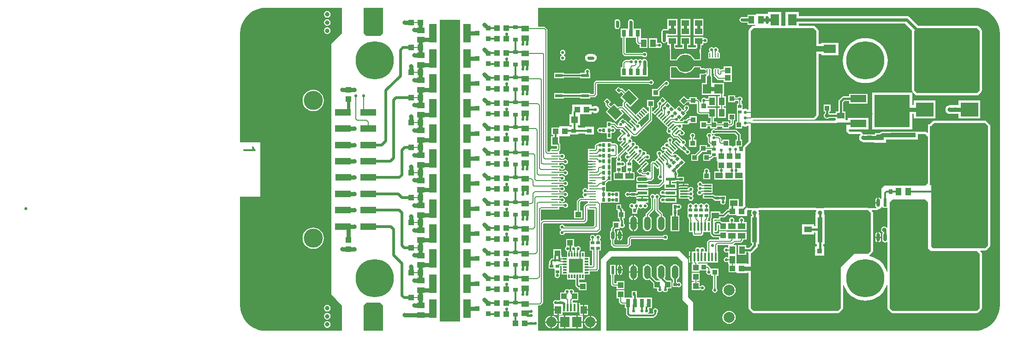
<source format=gtl>
G04 Layer_Physical_Order=1*
G04 Layer_Color=255*
%FSLAX44Y44*%
%MOMM*%
G71*
G01*
G75*
%ADD10R,0.6350X0.5000*%
G04:AMPARAMS|DCode=11|XSize=1.778mm|YSize=2.159mm|CornerRadius=0mm|HoleSize=0mm|Usage=FLASHONLY|Rotation=225.000|XOffset=0mm|YOffset=0mm|HoleType=Round|Shape=Rectangle|*
%AMROTATEDRECTD11*
4,1,4,-0.1347,1.3919,1.3919,-0.1347,0.1347,-1.3919,-1.3919,0.1347,-0.1347,1.3919,0.0*
%
%ADD11ROTATEDRECTD11*%

%ADD12R,1.2500X0.2500*%
%ADD13O,1.2500X0.2500*%
%ADD14R,0.5000X0.6350*%
%ADD15R,1.0000X1.1000*%
%ADD16R,1.1000X1.0000*%
%ADD17R,1.1000X1.4000*%
G04:AMPARAMS|DCode=18|XSize=0.635mm|YSize=0.5mm|CornerRadius=0mm|HoleSize=0mm|Usage=FLASHONLY|Rotation=45.000|XOffset=0mm|YOffset=0mm|HoleType=Round|Shape=Rectangle|*
%AMROTATEDRECTD18*
4,1,4,-0.0477,-0.4013,-0.4013,-0.0477,0.0477,0.4013,0.4013,0.0477,-0.0477,-0.4013,0.0*
%
%ADD18ROTATEDRECTD18*%

%ADD19R,1.4000X1.1000*%
%ADD20R,1.4000X3.5000*%
%ADD21R,3.2000X2.5000*%
G04:AMPARAMS|DCode=22|XSize=0.635mm|YSize=0.5mm|CornerRadius=0mm|HoleSize=0mm|Usage=FLASHONLY|Rotation=135.000|XOffset=0mm|YOffset=0mm|HoleType=Round|Shape=Rectangle|*
%AMROTATEDRECTD22*
4,1,4,0.4013,-0.0477,0.0477,-0.4013,-0.4013,0.0477,-0.0477,0.4013,0.4013,-0.0477,0.0*
%
%ADD22ROTATEDRECTD22*%

%ADD23R,11.2000X2.0500*%
%ADD24R,1.1000X1.8000*%
%ADD25R,0.9000X0.9500*%
%ADD26R,0.9000X0.9500*%
%ADD27R,0.9500X0.9000*%
%ADD28R,0.9500X0.9000*%
%ADD29R,3.0000X1.4000*%
%ADD30R,6.5000X6.0000*%
%ADD31R,10.8000X10.0000*%
%ADD32R,0.9000X4.6000*%
%ADD33R,10.0000X10.8000*%
%ADD34R,4.6000X0.9000*%
%ADD35R,5.3000X0.9500*%
%ADD36R,0.8000X1.3000*%
%ADD37R,2.1000X3.0000*%
%ADD38R,2.9200X1.2700*%
%ADD39R,1.0000X0.4500*%
%ADD40R,1.4000X0.6000*%
%ADD41R,0.8000X1.6000*%
%ADD42R,1.1500X1.4500*%
%ADD43R,0.4000X1.4000*%
%ADD44R,1.7500X1.9000*%
G04:AMPARAMS|DCode=45|XSize=1.6mm|YSize=0.35mm|CornerRadius=0.0875mm|HoleSize=0mm|Usage=FLASHONLY|Rotation=270.000|XOffset=0mm|YOffset=0mm|HoleType=Round|Shape=RoundedRectangle|*
%AMROUNDEDRECTD45*
21,1,1.6000,0.1750,0,0,270.0*
21,1,1.4250,0.3500,0,0,270.0*
1,1,0.1750,-0.0875,-0.7125*
1,1,0.1750,-0.0875,0.7125*
1,1,0.1750,0.0875,0.7125*
1,1,0.1750,0.0875,-0.7125*
%
%ADD45ROUNDEDRECTD45*%
%ADD46R,0.3500X1.6000*%
%ADD47R,1.4000X0.3000*%
%ADD48R,2.6000X2.6000*%
%ADD49R,0.3000X0.7500*%
%ADD50R,0.7500X0.3000*%
%ADD51R,1.2000X2.5000*%
%ADD52O,1.2000X2.5000*%
%ADD53R,0.7000X0.2800*%
%ADD54R,2.4000X1.6500*%
G04:AMPARAMS|DCode=55|XSize=0.23mm|YSize=0.8mm|CornerRadius=0.046mm|HoleSize=0mm|Usage=FLASHONLY|Rotation=180.000|XOffset=0mm|YOffset=0mm|HoleType=Round|Shape=RoundedRectangle|*
%AMROUNDEDRECTD55*
21,1,0.2300,0.7080,0,0,180.0*
21,1,0.1380,0.8000,0,0,180.0*
1,1,0.0920,-0.0690,0.3540*
1,1,0.0920,0.0690,0.3540*
1,1,0.0920,0.0690,-0.3540*
1,1,0.0920,-0.0690,-0.3540*
%
%ADD55ROUNDEDRECTD55*%
%ADD56R,1.8000X0.6000*%
G04:AMPARAMS|DCode=57|XSize=0.6mm|YSize=1.8mm|CornerRadius=0.15mm|HoleSize=0mm|Usage=FLASHONLY|Rotation=90.000|XOffset=0mm|YOffset=0mm|HoleType=Round|Shape=RoundedRectangle|*
%AMROUNDEDRECTD57*
21,1,0.6000,1.5000,0,0,90.0*
21,1,0.3000,1.8000,0,0,90.0*
1,1,0.3000,0.7500,0.1500*
1,1,0.3000,0.7500,-0.1500*
1,1,0.3000,-0.7500,-0.1500*
1,1,0.3000,-0.7500,0.1500*
%
%ADD57ROUNDEDRECTD57*%
G04:AMPARAMS|DCode=58|XSize=0.32mm|YSize=1mm|CornerRadius=0mm|HoleSize=0mm|Usage=FLASHONLY|Rotation=45.000|XOffset=0mm|YOffset=0mm|HoleType=Round|Shape=Rectangle|*
%AMROTATEDRECTD58*
4,1,4,0.2404,-0.4667,-0.4667,0.2404,-0.2404,0.4667,0.4667,-0.2404,0.2404,-0.4667,0.0*
%
%ADD58ROTATEDRECTD58*%

G04:AMPARAMS|DCode=59|XSize=0.32mm|YSize=1mm|CornerRadius=0mm|HoleSize=0mm|Usage=FLASHONLY|Rotation=315.000|XOffset=0mm|YOffset=0mm|HoleType=Round|Shape=Rectangle|*
%AMROTATEDRECTD59*
4,1,4,-0.4667,-0.2404,0.2404,0.4667,0.4667,0.2404,-0.2404,-0.4667,-0.4667,-0.2404,0.0*
%
%ADD59ROTATEDRECTD59*%

%ADD60R,1.0000X0.2000*%
%ADD61R,1.6500X2.0300*%
%ADD62R,1.5000X1.1000*%
%ADD63R,0.8500X0.6500*%
%ADD64R,1.2000X1.2000*%
%ADD65R,0.8500X0.8500*%
%ADD66R,0.8500X0.8500*%
%ADD67P,1.2021X4X360.0*%
%ADD68R,2.3000X1.5200*%
%ADD69R,8.9000X10.3000*%
%ADD70R,3.7000X1.3000*%
%ADD71R,0.6100X1.5200*%
%ADD72O,0.6100X1.5200*%
%ADD73R,0.6500X0.8500*%
%ADD74R,1.0000X1.0000*%
%ADD75R,1.6000X1.8000*%
%ADD76C,0.6000*%
%ADD77C,0.4000*%
%ADD78C,0.2000*%
%ADD79C,0.3000*%
%ADD80C,0.5000*%
%ADD81C,0.8000*%
%ADD82C,0.2500*%
%ADD83C,1.0000*%
%ADD84C,2.0000*%
%ADD85C,3.5000*%
%ADD86C,1.9000*%
%ADD87C,0.5000*%
%ADD88C,6.0000*%
%ADD89C,7.0000*%
%ADD90C,0.5500*%
%ADD91C,0.8000*%
G36*
X407000Y-280000D02*
X369000D01*
Y275000D01*
X407000D01*
Y-280000D01*
D02*
G37*
G36*
X260000Y-245000D02*
X265000Y-250000D01*
X265000Y-296941D01*
X230000D01*
Y-250000D01*
X235000Y-245000D01*
X260000Y-245000D01*
D02*
G37*
G36*
X50000Y296941D02*
X189998D01*
X189998Y249998D01*
X180000Y240000D01*
X170000Y230000D01*
Y210000D01*
Y-230000D01*
X180000Y-240000D01*
X190000Y-250000D01*
X190000Y-296941D01*
X50000D01*
X49878Y-296966D01*
X43869Y-296572D01*
X37842Y-295373D01*
X32024Y-293398D01*
X26513Y-290680D01*
X21404Y-287267D01*
X16785Y-283215D01*
X12733Y-278596D01*
X9320Y-273487D01*
X6602Y-267976D01*
X4627Y-262158D01*
X3428Y-256131D01*
X3034Y-250122D01*
X3059Y-250000D01*
Y-50000D01*
X40000D01*
Y50000D01*
X3059D01*
Y250000D01*
X3034Y250122D01*
X3428Y256131D01*
X4627Y262158D01*
X6602Y267976D01*
X9320Y273487D01*
X12733Y278596D01*
X16785Y283215D01*
X21404Y287267D01*
X26513Y290680D01*
X32024Y293398D01*
X37842Y295373D01*
X43869Y296572D01*
X49878Y296966D01*
X50000Y296941D01*
D02*
G37*
G36*
X711614Y32241D02*
X714895Y28960D01*
X714270Y27789D01*
X714000Y27843D01*
X712147Y27474D01*
X710575Y26425D01*
X709526Y24853D01*
X709157Y23000D01*
X709526Y21147D01*
X710575Y19575D01*
X712147Y18526D01*
X713703Y18216D01*
X714239Y17382D01*
X714376Y16937D01*
X714174Y16635D01*
X713941Y15465D01*
X713174Y14500D01*
X711825D01*
Y5770D01*
X711825Y5500D01*
Y4500D01*
X711825Y4230D01*
Y-4500D01*
X710762Y-5000D01*
X707500Y-5000D01*
X706230Y-5000D01*
X704238D01*
X703175Y-4500D01*
Y4225D01*
X704099Y5336D01*
X705000Y5157D01*
X706853Y5526D01*
X708425Y6575D01*
X709474Y8147D01*
X709843Y10000D01*
X709474Y11853D01*
X708425Y13425D01*
X706853Y14474D01*
X705000Y14843D01*
X704330Y14710D01*
X703175Y14500D01*
X702395Y15447D01*
X702223Y15770D01*
X702474Y16147D01*
X702843Y18000D01*
X702474Y19853D01*
X701425Y21425D01*
X701059Y21669D01*
Y23482D01*
X709977Y32399D01*
X711614Y32241D01*
D02*
G37*
G36*
X1356131Y296572D02*
X1362158Y295373D01*
X1367976Y293398D01*
X1373487Y290680D01*
X1378596Y287267D01*
X1383215Y283215D01*
X1387267Y278596D01*
X1390680Y273487D01*
X1393398Y267976D01*
X1395373Y262158D01*
X1396572Y256131D01*
X1396966Y250122D01*
X1396941Y250000D01*
Y-250000D01*
X1396966Y-250122D01*
X1396572Y-256131D01*
X1395373Y-262158D01*
X1393398Y-267976D01*
X1390680Y-273487D01*
X1387267Y-278596D01*
X1383215Y-283215D01*
X1378596Y-287267D01*
X1373487Y-290680D01*
X1367976Y-293398D01*
X1362158Y-295373D01*
X1356131Y-296572D01*
X1350122Y-296966D01*
X1350000Y-296941D01*
X834000D01*
X834000Y-244000D01*
X825000Y-235000D01*
Y-165000D01*
X810000Y-150000D01*
X680000Y-150000D01*
X665000Y-165000D01*
X665000Y-296941D01*
X550000D01*
Y-250309D01*
X552750D01*
X552750Y-250309D01*
X553921Y-250076D01*
X554913Y-249413D01*
X558163Y-246163D01*
X558163Y-246163D01*
X558826Y-245170D01*
X559059Y-244000D01*
Y-100267D01*
X560267Y-99059D01*
X634000D01*
X634000Y-99059D01*
X635171Y-98826D01*
X636163Y-98163D01*
X639163Y-95163D01*
X639163Y-95163D01*
X639826Y-94171D01*
X640059Y-93000D01*
X640059Y-93000D01*
Y-70399D01*
X640230Y-70285D01*
X641500Y-70964D01*
Y-73750D01*
X652941D01*
Y-102733D01*
X650733Y-104941D01*
X598633D01*
X598474Y-104147D01*
X597425Y-102575D01*
X595853Y-101526D01*
X594000Y-101157D01*
X592147Y-101526D01*
X590575Y-102575D01*
X589526Y-104147D01*
X589157Y-106000D01*
X589526Y-107853D01*
X590575Y-109424D01*
X591877Y-110294D01*
X591979Y-110761D01*
Y-111239D01*
X591877Y-111706D01*
X590575Y-112575D01*
X589526Y-114147D01*
X589157Y-116000D01*
X589526Y-117853D01*
X590575Y-119425D01*
X592147Y-120474D01*
X594000Y-120843D01*
X595853Y-120474D01*
X597425Y-119425D01*
X598474Y-117853D01*
X598633Y-117059D01*
X658000D01*
X658000Y-117059D01*
X659171Y-116826D01*
X660163Y-116163D01*
X664163Y-112163D01*
X664163Y-112163D01*
X664826Y-111171D01*
X665059Y-110000D01*
Y-63500D01*
X665059Y-63500D01*
X664826Y-62329D01*
X664675Y-62103D01*
X665582Y-61175D01*
X674230D01*
X674500Y-61175D01*
X675500D01*
X675770Y-61175D01*
X684500D01*
Y-61175D01*
X685770Y-60598D01*
X687000Y-60843D01*
X688230Y-60598D01*
X689500Y-61175D01*
Y-61175D01*
X698500D01*
Y-51175D01*
Y-40825D01*
X689500D01*
Y-40825D01*
X688230Y-41402D01*
X687000Y-41157D01*
X685770Y-41402D01*
X684500Y-40825D01*
Y-40825D01*
X675770D01*
X675500Y-40825D01*
X674500Y-40173D01*
Y-31175D01*
Y-25826D01*
X679151Y-21175D01*
X684500D01*
Y-11175D01*
Y-1175D01*
Y9175D01*
X684500D01*
Y9825D01*
X684500D01*
Y21941D01*
X691000D01*
X691000Y21941D01*
X692170Y22174D01*
X693163Y22837D01*
X693768Y23442D01*
X694941Y22956D01*
Y21669D01*
X694575Y21425D01*
X693526Y19853D01*
X693157Y18000D01*
X693526Y16147D01*
X693777Y15770D01*
X693098Y14500D01*
X692825D01*
Y5770D01*
X692825Y5500D01*
Y4500D01*
X692825Y4230D01*
Y-4500D01*
X691762Y-5000D01*
X688500D01*
Y-20000D01*
X706230D01*
X707500Y-20000D01*
X708770Y-20000D01*
X726500D01*
Y-5000D01*
X723238D01*
X722175Y-4500D01*
Y4230D01*
X722175Y4500D01*
Y5500D01*
X722175Y5770D01*
Y14500D01*
X722021D01*
X721535Y15673D01*
X724119Y18257D01*
X725756Y18099D01*
X730756Y13099D01*
X735939Y7916D01*
X740889Y12865D01*
X745839Y17815D01*
X745364Y18290D01*
X746620Y19546D01*
X748147Y18526D01*
X750000Y18157D01*
X751853Y18526D01*
X753425Y19575D01*
X754474Y21147D01*
X754843Y23000D01*
X754474Y24853D01*
X753425Y26425D01*
X751853Y27474D01*
X750000Y27843D01*
X749677Y27779D01*
X748779Y28677D01*
X748843Y29000D01*
X748474Y30853D01*
X747425Y32424D01*
X745853Y33474D01*
X744000Y33843D01*
X743070Y33658D01*
X741960Y33967D01*
X741726Y34587D01*
X741474Y35853D01*
X740425Y37425D01*
X738853Y38474D01*
X737000Y38843D01*
X735863Y38617D01*
X734770Y39634D01*
X734843Y40000D01*
X734474Y41853D01*
X733425Y43425D01*
X731853Y44474D01*
X730000Y44843D01*
X729677Y44779D01*
X728779Y45677D01*
X728843Y46000D01*
X728474Y47853D01*
X727425Y49425D01*
X725853Y50474D01*
X724000Y50843D01*
X723677Y50779D01*
X722779Y51677D01*
X722843Y52000D01*
X722474Y53853D01*
X721425Y55425D01*
X719853Y56474D01*
X718861Y56672D01*
X718593Y58020D01*
X719425Y58575D01*
X720474Y60147D01*
X720843Y62000D01*
X720772Y62358D01*
X721942Y62983D01*
X723088Y61837D01*
X723088Y61837D01*
X724081Y61174D01*
X725251Y60941D01*
X725251Y60941D01*
X729000D01*
X729000Y60941D01*
X730171Y61174D01*
X731163Y61837D01*
X758163Y88837D01*
X758163Y88837D01*
X758826Y89830D01*
X759059Y91000D01*
X759059Y91000D01*
Y103491D01*
X760329Y104017D01*
X762718Y101629D01*
X764365Y99981D01*
X769315Y104931D01*
X774401Y110017D01*
X774163Y110728D01*
X774826Y111720D01*
X775059Y112891D01*
X775059Y112891D01*
Y116663D01*
X776425Y117576D01*
X777474Y119147D01*
X777534Y119447D01*
X778749Y119816D01*
X778942Y119623D01*
X785306Y125987D01*
X777987Y133306D01*
X771623Y126942D01*
X771815Y126749D01*
X771447Y125534D01*
X771147Y125474D01*
X769575Y124425D01*
X768526Y122853D01*
X768157Y121000D01*
X768526Y119147D01*
X768941Y118525D01*
Y114923D01*
X760329Y106311D01*
X759059Y106837D01*
Y114250D01*
X762500D01*
Y127750D01*
X749500D01*
Y114250D01*
X752941D01*
Y106837D01*
X751671Y106311D01*
X742918Y115063D01*
X734292Y106437D01*
X728394Y100539D01*
X711059Y117874D01*
Y120613D01*
X712041Y121427D01*
X718782Y114687D01*
X734182Y130087D01*
X716087Y148182D01*
X710550Y142645D01*
X705496Y147698D01*
X704504Y148362D01*
X703333Y148594D01*
X703333Y148594D01*
X700841D01*
X697058Y152377D01*
X690694Y146013D01*
X698013Y138694D01*
X701795Y142477D01*
X702066D01*
X706224Y138319D01*
X700687Y132781D01*
X707571Y125897D01*
X705837Y124163D01*
X705174Y123170D01*
X704941Y122000D01*
X704941Y122000D01*
Y117273D01*
X704678Y116485D01*
X703755Y116059D01*
X699000D01*
X699000Y116059D01*
X697830Y115826D01*
X696837Y115163D01*
X695596Y114936D01*
X689219Y121313D01*
X683681Y115776D01*
X679523Y119934D01*
Y120205D01*
X683306Y123987D01*
X675987Y131306D01*
X669623Y124942D01*
X673406Y121159D01*
Y118667D01*
X673406Y118667D01*
X673639Y117496D01*
X674302Y116504D01*
X679355Y111450D01*
X673818Y105913D01*
X691913Y87818D01*
X707313Y103218D01*
X702111Y108421D01*
X702599Y109692D01*
X703423Y109786D01*
X719793Y93417D01*
X719634Y91779D01*
X716522Y88667D01*
X721472Y83718D01*
X719676Y81922D01*
X714726Y86871D01*
X714252Y86397D01*
X711021Y89627D01*
X710029Y90290D01*
X708858Y90523D01*
X708858Y90523D01*
X708770D01*
X704987Y94306D01*
X698623Y87942D01*
Y87942D01*
X698537Y87067D01*
X697575Y86425D01*
X696526Y84853D01*
X696157Y83000D01*
X696414Y81708D01*
X695244Y81082D01*
X691163Y85163D01*
X690171Y85826D01*
X689000Y86059D01*
X689000Y86059D01*
X684500D01*
Y88175D01*
X675500D01*
Y78445D01*
X675500Y77827D01*
X674706Y77309D01*
X674499Y77175D01*
X674230Y77175D01*
X665500D01*
Y77175D01*
X664230Y76598D01*
X663000Y76843D01*
X661147Y76474D01*
X659575Y75424D01*
X658526Y73853D01*
X658157Y72000D01*
X658526Y70147D01*
X659575Y68575D01*
X661147Y67526D01*
X663000Y67157D01*
X664230Y67402D01*
X665500Y66825D01*
Y66825D01*
X674230D01*
X674500Y66825D01*
X675500Y66173D01*
Y56825D01*
X684500D01*
Y66458D01*
X684618Y66652D01*
X685127Y67110D01*
X685770Y67402D01*
X687000Y67157D01*
X688853Y67526D01*
X690425Y68575D01*
X691474Y70147D01*
X691843Y72000D01*
X691474Y73853D01*
X690425Y75424D01*
X688853Y76474D01*
X687000Y76843D01*
X685770Y76598D01*
X684500Y77175D01*
X684500Y78445D01*
Y79941D01*
X687733D01*
X692837Y74837D01*
X693829Y74174D01*
X695000Y73941D01*
X695000Y73941D01*
X700137D01*
X700623Y72768D01*
X698936Y71082D01*
X703846Y66172D01*
X698149Y60475D01*
X698147Y60474D01*
X696575Y59425D01*
X695526Y57853D01*
X695157Y56000D01*
X695526Y54147D01*
X696575Y52575D01*
X698147Y51526D01*
X700000Y51157D01*
X701853Y51526D01*
X703425Y52575D01*
X704576D01*
X704953Y52323D01*
X705077Y51059D01*
X698936Y44918D01*
X705492Y38363D01*
X705651Y36725D01*
X697232Y28307D01*
X696059Y28793D01*
Y43000D01*
X696059Y43000D01*
X695826Y44170D01*
X695163Y45163D01*
X695163Y45163D01*
X693163Y47163D01*
X692170Y47826D01*
X691000Y48059D01*
X691000Y48059D01*
X684500D01*
Y50175D01*
X675500D01*
Y50175D01*
X674500D01*
Y50175D01*
X665500D01*
Y50175D01*
X664230Y49598D01*
X663000Y49843D01*
X661147Y49474D01*
X659575Y48425D01*
X659331Y48059D01*
X659000D01*
X657830Y47826D01*
X656837Y47163D01*
X654837Y45163D01*
X654174Y44170D01*
X653941Y43000D01*
X653941Y43000D01*
Y38267D01*
X653424Y37750D01*
X641500D01*
Y26250D01*
Y16250D01*
Y15770D01*
X649750D01*
Y13230D01*
X641500D01*
Y10770D01*
X649750D01*
Y8230D01*
X641500D01*
Y6250D01*
Y5770D01*
X649750D01*
Y3230D01*
X641500D01*
Y770D01*
X649750D01*
Y-1770D01*
X641500D01*
Y-3750D01*
Y-13750D01*
Y-23750D01*
Y-24230D01*
X649750D01*
Y-26770D01*
X641500D01*
Y-36396D01*
X640230Y-36781D01*
X639425Y-35575D01*
X637853Y-34526D01*
X636000Y-34157D01*
X634147Y-34526D01*
X632575Y-35575D01*
X631526Y-37147D01*
X631157Y-39000D01*
X631526Y-40853D01*
X632575Y-42425D01*
Y-43576D01*
X631526Y-45147D01*
X631157Y-47000D01*
X631526Y-48853D01*
X632575Y-50425D01*
X633693Y-51171D01*
X633307Y-52441D01*
X627500D01*
X627500Y-52441D01*
X626330Y-52674D01*
X625337Y-53337D01*
X621337Y-57337D01*
X620674Y-58330D01*
X620441Y-59500D01*
X620441Y-59500D01*
Y-76000D01*
X616000D01*
Y-90000D01*
X631000D01*
Y-76000D01*
X626559D01*
Y-60767D01*
X628767Y-58559D01*
X641500D01*
Y-62441D01*
X639500D01*
X639500Y-62441D01*
X638330Y-62674D01*
X637337Y-63337D01*
X637337Y-63337D01*
X634837Y-65837D01*
X634174Y-66830D01*
X633941Y-68000D01*
X633941Y-68000D01*
Y-91733D01*
X632733Y-92941D01*
X559000D01*
X559000Y-92941D01*
X557830Y-93174D01*
X556837Y-93837D01*
X556837Y-93837D01*
X556232Y-94442D01*
X555059Y-93956D01*
Y-74267D01*
X555767Y-73559D01*
X572000D01*
Y-73750D01*
X588500D01*
Y-68559D01*
X595997D01*
X596575Y-69425D01*
X598147Y-70474D01*
X600000Y-70843D01*
X601853Y-70474D01*
X603424Y-69425D01*
X604474Y-67853D01*
X604843Y-66000D01*
X604474Y-64147D01*
X603424Y-62575D01*
X601853Y-61526D01*
X600000Y-61157D01*
X598147Y-61526D01*
X596777Y-62441D01*
X588500D01*
Y-58559D01*
X589997D01*
X590575Y-59425D01*
X592147Y-60474D01*
X594000Y-60843D01*
X595853Y-60474D01*
X597425Y-59425D01*
X598474Y-57853D01*
X598843Y-56000D01*
X598474Y-54147D01*
X597425Y-52575D01*
X595853Y-51526D01*
X594000Y-51157D01*
X592147Y-51526D01*
X590776Y-52441D01*
X588500D01*
Y-48559D01*
X595997D01*
X596575Y-49425D01*
X598147Y-50474D01*
X600000Y-50843D01*
X601853Y-50474D01*
X603424Y-49425D01*
X604474Y-47853D01*
X604843Y-46000D01*
X604474Y-44147D01*
X603424Y-42575D01*
X601853Y-41526D01*
X600000Y-41157D01*
X598147Y-41526D01*
X596776Y-42441D01*
X588500D01*
Y-38559D01*
X589997D01*
X590575Y-39425D01*
X592147Y-40474D01*
X594000Y-40843D01*
X595853Y-40474D01*
X597425Y-39425D01*
X598474Y-37853D01*
X598843Y-36000D01*
X598474Y-34147D01*
X597425Y-32575D01*
X595853Y-31526D01*
X594000Y-31157D01*
X592147Y-31526D01*
X590776Y-32441D01*
X588500D01*
Y-28559D01*
X595997D01*
X596575Y-29425D01*
X598147Y-30474D01*
X600000Y-30843D01*
X601853Y-30474D01*
X603424Y-29425D01*
X604474Y-27853D01*
X604843Y-26000D01*
X604474Y-24147D01*
X603424Y-22575D01*
X601853Y-21526D01*
X600000Y-21157D01*
X598147Y-21526D01*
X596776Y-22441D01*
X588500D01*
Y-18559D01*
X589997D01*
X590575Y-19425D01*
X592147Y-20474D01*
X594000Y-20843D01*
X595853Y-20474D01*
X597425Y-19425D01*
X598474Y-17853D01*
X598843Y-16000D01*
X598474Y-14147D01*
X597425Y-12575D01*
X595853Y-11526D01*
X594000Y-11157D01*
X592147Y-11526D01*
X590776Y-12441D01*
X588500D01*
Y-8559D01*
X595997D01*
X596575Y-9424D01*
X598147Y-10474D01*
X600000Y-10843D01*
X601853Y-10474D01*
X603424Y-9424D01*
X604474Y-7853D01*
X604843Y-6000D01*
X604474Y-4147D01*
X603424Y-2575D01*
X601853Y-1526D01*
X600000Y-1157D01*
X598147Y-1526D01*
X596776Y-2441D01*
X588500D01*
Y1441D01*
X589997D01*
X590575Y575D01*
X592147Y-474D01*
X594000Y-843D01*
X595853Y-474D01*
X597425Y575D01*
X598474Y2147D01*
X598843Y4000D01*
X598474Y5853D01*
X597425Y7424D01*
X595853Y8474D01*
X594000Y8843D01*
X592147Y8474D01*
X590776Y7559D01*
X588500D01*
Y11441D01*
X595997D01*
X596575Y10575D01*
X598147Y9526D01*
X600000Y9157D01*
X601853Y9526D01*
X603424Y10575D01*
X604474Y12147D01*
X604843Y14000D01*
X604474Y15853D01*
X603424Y17425D01*
X601853Y18474D01*
X600000Y18843D01*
X598147Y18474D01*
X596776Y17559D01*
X588500D01*
Y21441D01*
X589997D01*
X590575Y20575D01*
X592147Y19526D01*
X594000Y19157D01*
X595853Y19526D01*
X597425Y20575D01*
X598474Y22147D01*
X598843Y24000D01*
X598474Y25853D01*
X597425Y27425D01*
X595853Y28474D01*
X594000Y28843D01*
X592147Y28474D01*
X590776Y27559D01*
X588500D01*
Y32750D01*
X588500Y32750D01*
X588921Y33845D01*
X589756Y34680D01*
X589756Y34680D01*
X590419Y35672D01*
X590652Y36843D01*
Y45657D01*
X590419Y46827D01*
X589756Y47820D01*
X588750Y48826D01*
Y59834D01*
X589000Y61000D01*
X590020Y61000D01*
X608000D01*
Y64000D01*
X623250D01*
Y65642D01*
X635750D01*
Y64000D01*
X652250D01*
Y78500D01*
X635750D01*
Y76858D01*
X623250D01*
Y78500D01*
X622608D01*
Y81000D01*
X627000D01*
Y101000D01*
X628270Y101000D01*
X648000D01*
Y104392D01*
X651220D01*
X651596Y104104D01*
X653238Y103424D01*
X655000Y103192D01*
X656762Y103424D01*
X658404Y104104D01*
X659814Y105186D01*
X660896Y106596D01*
X661576Y108238D01*
X661808Y110000D01*
X661576Y111762D01*
X660896Y113404D01*
X659814Y114814D01*
X658404Y115896D01*
X656762Y116576D01*
X655000Y116808D01*
X653238Y116576D01*
X651596Y115896D01*
X651220Y115608D01*
X648000D01*
Y119000D01*
X612000D01*
Y107917D01*
X611819Y107646D01*
X611392Y105500D01*
Y101000D01*
X607000D01*
Y81000D01*
X611392D01*
Y78500D01*
X608000D01*
Y79000D01*
X589000D01*
Y78270D01*
X589000Y77000D01*
X587730Y77000D01*
X574000D01*
Y63000D01*
X577931D01*
Y61000D01*
X573750D01*
Y43000D01*
X584534D01*
Y38110D01*
X584238Y37814D01*
X575250D01*
X573982Y37561D01*
X572907Y36843D01*
X572189Y35768D01*
X571936Y34500D01*
X572032Y34020D01*
X572024Y33722D01*
X571305Y32672D01*
X571126Y32559D01*
X567767D01*
X567059Y33267D01*
Y256000D01*
X566826Y257171D01*
X566163Y258163D01*
X566163Y258163D01*
X563413Y260913D01*
X562421Y261576D01*
X561250Y261809D01*
X561250Y261809D01*
X550000D01*
Y296941D01*
X1350000D01*
X1350122Y296966D01*
X1356131Y296572D01*
D02*
G37*
G36*
X752941Y103491D02*
Y92267D01*
X739005Y78330D01*
X737834Y78956D01*
X737843Y79000D01*
X737474Y80853D01*
X736425Y82424D01*
X734853Y83474D01*
X733244Y83794D01*
X732861Y84509D01*
X732740Y85086D01*
X737120Y89466D01*
X744191Y96537D01*
X751671Y104017D01*
X752941Y103491D01*
D02*
G37*
G36*
X815000Y-170000D02*
X815000Y-240000D01*
X825000Y-250000D01*
X825000Y-296941D01*
X675000D01*
X675000Y-170000D01*
X685000Y-160000D01*
X805000Y-160000D01*
X815000Y-170000D01*
D02*
G37*
G36*
X265000Y250000D02*
X260000Y245000D01*
X235000Y245000D01*
X230000Y250000D01*
Y296941D01*
X265000D01*
X265000Y250000D01*
D02*
G37*
%LPC*%
G36*
X163000Y-278882D02*
X160659Y-279348D01*
X158674Y-280674D01*
X157348Y-282659D01*
X156882Y-285000D01*
X157348Y-287341D01*
X158674Y-289326D01*
X160659Y-290652D01*
X163000Y-291117D01*
X165341Y-290652D01*
X167326Y-289326D01*
X168652Y-287341D01*
X169118Y-285000D01*
X168652Y-282659D01*
X167326Y-280674D01*
X165341Y-279348D01*
X163000Y-278882D01*
D02*
G37*
G36*
X137100Y-107006D02*
X133277Y-107382D01*
X129602Y-108497D01*
X126214Y-110308D01*
X123245Y-112745D01*
X120808Y-115714D01*
X118997Y-119101D01*
X117882Y-122777D01*
X117506Y-126600D01*
X117882Y-130423D01*
X118997Y-134098D01*
X120808Y-137486D01*
X123245Y-140455D01*
X126214Y-142892D01*
X129602Y-144703D01*
X133277Y-145818D01*
X137100Y-146194D01*
X140923Y-145818D01*
X144598Y-144703D01*
X147986Y-142892D01*
X150955Y-140455D01*
X153392Y-137486D01*
X155203Y-134098D01*
X156318Y-130423D01*
X156694Y-126600D01*
X156318Y-122777D01*
X155203Y-119101D01*
X153392Y-115714D01*
X150955Y-112745D01*
X147986Y-110308D01*
X144598Y-108497D01*
X140923Y-107382D01*
X137100Y-107006D01*
D02*
G37*
G36*
X163000Y-248883D02*
X160659Y-249348D01*
X158674Y-250674D01*
X157348Y-252659D01*
X156882Y-255000D01*
X157348Y-257341D01*
X158674Y-259326D01*
X160659Y-260652D01*
X163000Y-261117D01*
X165341Y-260652D01*
X167326Y-259326D01*
X168652Y-257341D01*
X169118Y-255000D01*
X168652Y-252659D01*
X167326Y-250674D01*
X165341Y-249348D01*
X163000Y-248883D01*
D02*
G37*
G36*
Y-263883D02*
X160659Y-264348D01*
X158674Y-265674D01*
X157348Y-267659D01*
X156882Y-270000D01*
X157348Y-272341D01*
X158674Y-274326D01*
X160659Y-275652D01*
X163000Y-276117D01*
X165341Y-275652D01*
X167326Y-274326D01*
X168652Y-272341D01*
X169118Y-270000D01*
X168652Y-267659D01*
X167326Y-265674D01*
X165341Y-264348D01*
X163000Y-263883D01*
D02*
G37*
G36*
Y261117D02*
X160659Y260652D01*
X158674Y259326D01*
X157348Y257341D01*
X156882Y255000D01*
X157348Y252659D01*
X158674Y250674D01*
X160659Y249348D01*
X163000Y248883D01*
X165341Y249348D01*
X167326Y250674D01*
X168652Y252659D01*
X169118Y255000D01*
X168652Y257341D01*
X167326Y259326D01*
X165341Y260652D01*
X163000Y261117D01*
D02*
G37*
G36*
Y276117D02*
X160659Y275652D01*
X158674Y274326D01*
X157348Y272341D01*
X156882Y270000D01*
X157348Y267659D01*
X158674Y265674D01*
X160659Y264348D01*
X163000Y263883D01*
X165341Y264348D01*
X167326Y265674D01*
X168652Y267659D01*
X169118Y270000D01*
X168652Y272341D01*
X167326Y274326D01*
X165341Y275652D01*
X163000Y276117D01*
D02*
G37*
G36*
Y291117D02*
X160659Y290652D01*
X158674Y289326D01*
X157348Y287341D01*
X156882Y285000D01*
X157348Y282659D01*
X158674Y280674D01*
X160659Y279348D01*
X163000Y278882D01*
X165341Y279348D01*
X167326Y280674D01*
X168652Y282659D01*
X169118Y285000D01*
X168652Y287341D01*
X167326Y289326D01*
X165341Y290652D01*
X163000Y291117D01*
D02*
G37*
G36*
X137100Y146194D02*
X133277Y145818D01*
X129602Y144703D01*
X126214Y142892D01*
X123245Y140455D01*
X120808Y137486D01*
X118997Y134098D01*
X117882Y130423D01*
X117506Y126600D01*
X117882Y122777D01*
X118997Y119102D01*
X120808Y115714D01*
X123245Y112745D01*
X126214Y110308D01*
X129602Y108497D01*
X133277Y107382D01*
X137100Y107006D01*
X140923Y107382D01*
X144598Y108497D01*
X147986Y110308D01*
X150955Y112745D01*
X153392Y115714D01*
X155203Y119102D01*
X156318Y122777D01*
X156694Y126600D01*
X156318Y130423D01*
X155203Y134098D01*
X153392Y137486D01*
X150955Y140455D01*
X147986Y142892D01*
X144598Y144703D01*
X140923Y145818D01*
X137100Y146194D01*
D02*
G37*
G36*
X644480Y-269068D02*
X642748Y-269296D01*
X639950Y-270455D01*
X637548Y-272298D01*
X635705Y-274700D01*
X634546Y-277498D01*
X634318Y-279230D01*
X644480D01*
Y-269068D01*
D02*
G37*
G36*
X575520Y-269068D02*
Y-279230D01*
X585682D01*
X585454Y-277498D01*
X584295Y-274700D01*
X582452Y-272298D01*
X580050Y-270455D01*
X577252Y-269296D01*
X575520Y-269068D01*
D02*
G37*
G36*
X704499Y-122520D02*
X700620D01*
Y-130696D01*
X701320Y-130557D01*
X702991Y-129441D01*
X704107Y-127770D01*
X704499Y-125800D01*
Y-122520D01*
D02*
G37*
G36*
X725870Y-84598D02*
Y-97731D01*
X732669D01*
Y-92500D01*
X732394Y-90412D01*
X731588Y-88465D01*
X730306Y-86794D01*
X728634Y-85512D01*
X726688Y-84706D01*
X725870Y-84598D01*
D02*
G37*
G36*
X805500Y-63825D02*
Y-63825D01*
X796500D01*
Y-74175D01*
Y-84175D01*
X795365Y-84500D01*
X792800D01*
Y-113500D01*
X808800D01*
Y-84500D01*
X806635D01*
X805500Y-84175D01*
Y-74542D01*
X805618Y-74348D01*
X806127Y-73890D01*
X806770Y-73598D01*
X808000Y-73843D01*
X809853Y-73474D01*
X811425Y-72425D01*
X812474Y-70853D01*
X812843Y-69000D01*
X812474Y-67147D01*
X811425Y-65575D01*
X809853Y-64526D01*
X808000Y-64157D01*
X806770Y-64402D01*
X805500Y-63825D01*
D02*
G37*
G36*
X828980Y-162270D02*
X826500D01*
Y-171000D01*
X828980D01*
Y-162270D01*
D02*
G37*
G36*
Y-151000D02*
X826500D01*
Y-159730D01*
X828980D01*
Y-151000D01*
D02*
G37*
G36*
X647020Y-269068D02*
Y-279230D01*
X657182D01*
X656954Y-277498D01*
X655795Y-274700D01*
X653952Y-272298D01*
X651550Y-270455D01*
X648752Y-269296D01*
X647020Y-269068D01*
D02*
G37*
G36*
X660000Y-120157D02*
X658147Y-120526D01*
X656575Y-121575D01*
X655706Y-122877D01*
X655239Y-122979D01*
X654761D01*
X654294Y-122877D01*
X653425Y-121575D01*
X651853Y-120526D01*
X650000Y-120157D01*
X648147Y-120526D01*
X646575Y-121575D01*
X645526Y-123147D01*
X645157Y-125000D01*
X645526Y-126853D01*
X646575Y-128425D01*
X646941Y-128669D01*
Y-130500D01*
X644825D01*
Y-139230D01*
X644825Y-139500D01*
Y-140500D01*
X644825Y-140770D01*
Y-149500D01*
X648941D01*
Y-176441D01*
X644750D01*
Y-173000D01*
Y-161000D01*
X635000D01*
Y-151250D01*
X625979D01*
X625593Y-149980D01*
X626425Y-149424D01*
X627474Y-147853D01*
X627843Y-146000D01*
X627474Y-144147D01*
X626425Y-142575D01*
X624853Y-141526D01*
X623000Y-141157D01*
X621147Y-141526D01*
X619576Y-142575D01*
X618424D01*
X616853Y-141526D01*
X616000Y-141356D01*
Y-128000D01*
X601000D01*
Y-142000D01*
X600607Y-142554D01*
X600575Y-142575D01*
X599526Y-144147D01*
X599157Y-146000D01*
X599526Y-147853D01*
X600575Y-149424D01*
X602072Y-150424D01*
X603000Y-151250D01*
Y-161000D01*
X593250D01*
X592569Y-160012D01*
Y-158500D01*
X592297Y-157134D01*
X592000Y-156690D01*
Y-147000D01*
X578000D01*
Y-156690D01*
X577703Y-157134D01*
X577431Y-158500D01*
Y-163431D01*
X576157D01*
X574791Y-163703D01*
X573634Y-164477D01*
X571477Y-166634D01*
X570703Y-167791D01*
X570431Y-169157D01*
Y-173500D01*
X568825D01*
Y-182500D01*
X579173D01*
X579691Y-183294D01*
X579825Y-183501D01*
X579825Y-183770D01*
Y-192500D01*
X579825D01*
X580402Y-193770D01*
X580157Y-195000D01*
X580526Y-196853D01*
X581575Y-198424D01*
X583147Y-199474D01*
X585000Y-199843D01*
X586853Y-199474D01*
X588425Y-198424D01*
X589474Y-196853D01*
X589843Y-195000D01*
X589598Y-193770D01*
X590175Y-192500D01*
X590175D01*
Y-183770D01*
X590175Y-183500D01*
Y-182500D01*
X590175Y-182230D01*
Y-177559D01*
X593250D01*
Y-183000D01*
Y-193000D01*
X603000D01*
Y-202750D01*
X617931D01*
Y-212500D01*
X618203Y-213866D01*
X618977Y-215023D01*
X621477Y-217523D01*
X622634Y-218297D01*
X624000Y-218569D01*
Y-222000D01*
X639000D01*
Y-208000D01*
X625069D01*
Y-202750D01*
X635000D01*
Y-193000D01*
X644750D01*
Y-187559D01*
X656500D01*
X656500Y-187559D01*
X657671Y-187326D01*
X658663Y-186663D01*
X660163Y-185163D01*
X660826Y-184170D01*
X661059Y-183000D01*
X661059Y-183000D01*
Y-149500D01*
X665175D01*
Y-140770D01*
X665175Y-140500D01*
Y-139500D01*
X665175Y-139230D01*
Y-130500D01*
X663059D01*
Y-128669D01*
X663425Y-128425D01*
X664474Y-126853D01*
X664843Y-125000D01*
X664474Y-123147D01*
X663425Y-121575D01*
X661853Y-120526D01*
X660000Y-120157D01*
D02*
G37*
G36*
X723330Y-100271D02*
X716531D01*
Y-105500D01*
X716806Y-107588D01*
X717612Y-109535D01*
X718894Y-111206D01*
X720565Y-112488D01*
X722512Y-113294D01*
X723330Y-113402D01*
Y-100271D01*
D02*
G37*
G36*
X698080Y-111804D02*
X697380Y-111943D01*
X695709Y-113059D01*
X694593Y-114730D01*
X694201Y-116700D01*
Y-119980D01*
X698080D01*
Y-111804D01*
D02*
G37*
G36*
X732669Y-100271D02*
X725870D01*
Y-113402D01*
X726688Y-113294D01*
X728634Y-112488D01*
X730306Y-111206D01*
X731588Y-109535D01*
X732394Y-107588D01*
X732669Y-105500D01*
Y-100271D01*
D02*
G37*
G36*
X700620Y-111804D02*
Y-119980D01*
X704499D01*
Y-116700D01*
X704107Y-114730D01*
X702991Y-113059D01*
X701320Y-111943D01*
X700620Y-111804D01*
D02*
G37*
G36*
X723330Y-84598D02*
X722512Y-84706D01*
X720565Y-85512D01*
X718894Y-86794D01*
X717612Y-88465D01*
X716806Y-90412D01*
X716531Y-92500D01*
Y-97731D01*
X723330D01*
Y-84598D01*
D02*
G37*
G36*
X698080Y-122520D02*
X694201D01*
Y-125800D01*
X694593Y-127770D01*
X695709Y-129441D01*
X697380Y-130557D01*
X698080Y-130696D01*
Y-122520D01*
D02*
G37*
G36*
X572980Y-269068D02*
X571248Y-269296D01*
X568450Y-270455D01*
X566048Y-272298D01*
X564205Y-274700D01*
X563046Y-277498D01*
X562818Y-279230D01*
X572980D01*
Y-269068D01*
D02*
G37*
G36*
X702500Y-64825D02*
X693500D01*
Y-75175D01*
X695529D01*
X696000Y-76250D01*
X696000D01*
Y-89750D01*
X698931D01*
Y-92500D01*
X699203Y-93866D01*
X699977Y-95023D01*
X700240Y-95286D01*
X699407Y-96250D01*
X686500D01*
Y-104814D01*
X684307Y-107007D01*
X683589Y-108082D01*
X683336Y-109350D01*
Y-112840D01*
X683009Y-113059D01*
X681893Y-114730D01*
X681501Y-116700D01*
Y-125800D01*
X681893Y-127770D01*
X683009Y-129441D01*
X683591Y-129830D01*
Y-137650D01*
X683591Y-137650D01*
X683824Y-138821D01*
X684487Y-139813D01*
X687837Y-143163D01*
X687837Y-143163D01*
X688829Y-143826D01*
X690000Y-144059D01*
X714000D01*
X714000Y-144059D01*
X715171Y-143826D01*
X716163Y-143163D01*
X719163Y-140163D01*
X719163Y-140163D01*
X719826Y-139171D01*
X720059Y-138000D01*
X720059Y-138000D01*
Y-129267D01*
X721267Y-128059D01*
X779331D01*
X779576Y-128425D01*
X781147Y-129474D01*
X783000Y-129843D01*
X784853Y-129474D01*
X786425Y-128425D01*
X787474Y-126853D01*
X787843Y-125000D01*
X787474Y-123147D01*
X786425Y-121575D01*
X784853Y-120526D01*
X783000Y-120157D01*
X781147Y-120526D01*
X779576Y-121575D01*
X779331Y-121941D01*
X720000D01*
X720000Y-121941D01*
X718829Y-122174D01*
X717837Y-122837D01*
X717837Y-122837D01*
X714837Y-125837D01*
X714174Y-126830D01*
X713941Y-128000D01*
X713941Y-128000D01*
Y-136733D01*
X712733Y-137941D01*
X691267D01*
X689709Y-136383D01*
Y-129830D01*
X690291Y-129441D01*
X691407Y-127770D01*
X691799Y-125800D01*
Y-116700D01*
X691407Y-114730D01*
X690291Y-113059D01*
X689964Y-112840D01*
Y-110723D01*
X690936Y-109750D01*
X699500D01*
Y-107101D01*
X700018Y-106775D01*
X700770Y-106555D01*
X702147Y-107474D01*
X704000Y-107843D01*
X705853Y-107474D01*
X707424Y-106425D01*
X708474Y-104853D01*
X708843Y-103000D01*
X708474Y-101147D01*
X707569Y-99791D01*
Y-94000D01*
X707297Y-92634D01*
X706523Y-91477D01*
X706069Y-91022D01*
Y-89750D01*
X709000D01*
Y-76250D01*
X706069D01*
Y-74500D01*
X705797Y-73134D01*
X705023Y-71977D01*
X702500Y-69453D01*
Y-64825D01*
D02*
G37*
G36*
X900000Y-259896D02*
X896867Y-260309D01*
X893948Y-261518D01*
X891441Y-263442D01*
X889518Y-265948D01*
X888309Y-268867D01*
X887896Y-272000D01*
X888309Y-275133D01*
X889518Y-278052D01*
X891441Y-280558D01*
X893948Y-282482D01*
X896867Y-283691D01*
X900000Y-284104D01*
X903133Y-283691D01*
X906052Y-282482D01*
X908559Y-280558D01*
X910482Y-278052D01*
X911691Y-275133D01*
X912104Y-272000D01*
X911691Y-268867D01*
X910482Y-265948D01*
X908559Y-263442D01*
X906052Y-261518D01*
X903133Y-260309D01*
X900000Y-259896D01*
D02*
G37*
G36*
X597480Y-269000D02*
X588000D01*
Y-279230D01*
X597480D01*
Y-269000D01*
D02*
G37*
G36*
X641250Y-248950D02*
X634770D01*
Y-256930D01*
X641250D01*
Y-248950D01*
D02*
G37*
G36*
X846000Y-190000D02*
X832000D01*
Y-205000D01*
X835941D01*
Y-207000D01*
X832000D01*
Y-222000D01*
X846000D01*
Y-221059D01*
X847331D01*
X847575Y-221425D01*
X849147Y-222474D01*
X851000Y-222843D01*
X852853Y-222474D01*
X854425Y-221425D01*
X855474Y-219853D01*
X855843Y-218000D01*
X855474Y-216147D01*
X854425Y-214575D01*
X852853Y-213526D01*
X851000Y-213157D01*
X849147Y-213526D01*
X847575Y-214575D01*
X847331Y-214941D01*
X846000D01*
Y-207000D01*
X842059D01*
Y-205000D01*
X846000D01*
Y-190000D01*
D02*
G37*
G36*
X900000Y-209896D02*
X896867Y-210309D01*
X893948Y-211518D01*
X891441Y-213442D01*
X889518Y-215948D01*
X888309Y-218867D01*
X887896Y-222000D01*
X888309Y-225133D01*
X889518Y-228052D01*
X891441Y-230558D01*
X893948Y-232482D01*
X896867Y-233691D01*
X900000Y-234104D01*
X903133Y-233691D01*
X906052Y-232482D01*
X908559Y-230558D01*
X910482Y-228052D01*
X911691Y-225133D01*
X912104Y-222000D01*
X911691Y-218867D01*
X910482Y-215948D01*
X908559Y-213442D01*
X906052Y-211518D01*
X903133Y-210309D01*
X900000Y-209896D01*
D02*
G37*
G36*
X641250Y-259470D02*
X634770D01*
Y-267450D01*
X641250D01*
Y-259470D01*
D02*
G37*
G36*
X622520Y-269000D02*
Y-279230D01*
X632000D01*
Y-269000D01*
X622520D01*
D02*
G37*
G36*
X627000Y-245000D02*
X624270D01*
Y-254000D01*
Y-263000D01*
X625750D01*
Y-267450D01*
X632230D01*
Y-258200D01*
Y-248950D01*
X627000D01*
Y-245000D01*
D02*
G37*
G36*
X585230Y-259470D02*
X578750D01*
Y-267450D01*
X585230D01*
Y-259470D01*
D02*
G37*
G36*
X611000Y-220157D02*
X609147Y-220526D01*
X607575Y-221576D01*
X606424D01*
X604853Y-220526D01*
X603000Y-220157D01*
X601147Y-220526D01*
X599575Y-221576D01*
X598526Y-223147D01*
X598157Y-225000D01*
X598260Y-225518D01*
X597454Y-226500D01*
X590500D01*
Y-239747D01*
X590000Y-240157D01*
X588147Y-240526D01*
X587554Y-240922D01*
X584446D01*
X583853Y-240526D01*
X582000Y-240157D01*
X580147Y-240526D01*
X578575Y-241575D01*
X577526Y-243147D01*
X577157Y-245000D01*
X577526Y-246853D01*
X578224Y-247898D01*
X578750Y-248950D01*
Y-256930D01*
X586500D01*
Y-258200D01*
X587770D01*
Y-267450D01*
X594250D01*
Y-263000D01*
X621730D01*
Y-254000D01*
Y-245000D01*
X613059D01*
Y-241267D01*
X613826Y-240500D01*
X623500D01*
Y-226500D01*
X616546D01*
X615740Y-225518D01*
X615843Y-225000D01*
X615474Y-223147D01*
X614425Y-221576D01*
X612853Y-220526D01*
X611000Y-220157D01*
D02*
G37*
G36*
X585682Y-281770D02*
X575520D01*
Y-291932D01*
X577252Y-291704D01*
X580050Y-290545D01*
X582452Y-288702D01*
X584295Y-286300D01*
X585454Y-283502D01*
X585682Y-281770D01*
D02*
G37*
G36*
X905000Y189000D02*
X890000D01*
Y184059D01*
X886000D01*
X886000Y184059D01*
X884829Y183826D01*
X884468Y183584D01*
X884071Y183649D01*
X883117Y184197D01*
X883007Y184750D01*
X882464Y185564D01*
X881650Y186107D01*
X880690Y186298D01*
X879310D01*
X878350Y186107D01*
X877500Y185586D01*
X876650Y186107D01*
X875690Y186298D01*
X874310D01*
X873350Y186107D01*
X872536Y185564D01*
X871993Y184750D01*
X871802Y183790D01*
Y176710D01*
X871941Y176009D01*
Y173000D01*
X871941Y173000D01*
X872174Y171829D01*
X872837Y170837D01*
X878837Y164837D01*
X878837Y164837D01*
X879829Y164174D01*
X881000Y163941D01*
X881000Y163941D01*
X890000D01*
Y161000D01*
X905000D01*
Y175000D01*
X905000D01*
Y175000D01*
X905000D01*
Y189000D01*
D02*
G37*
G36*
X846500Y189539D02*
X836500D01*
X836255Y189490D01*
X836005Y189478D01*
X835868Y189414D01*
X835720Y189384D01*
X835512Y189245D01*
X835286Y189138D01*
X835184Y189026D01*
X835058Y188942D01*
X834919Y188734D01*
X834751Y188549D01*
X833306Y186139D01*
X831956Y184339D01*
X830660Y183044D01*
X828924Y181742D01*
X826088Y180324D01*
X825288Y179924D01*
X823625Y179508D01*
X819986Y179053D01*
X815862Y179512D01*
X814212Y179924D01*
X811576Y181242D01*
X809839Y182544D01*
X807119Y185264D01*
X805789Y187482D01*
X805324Y188412D01*
X805124Y188670D01*
X804942Y188942D01*
X804881Y188983D01*
X804836Y189041D01*
X804552Y189202D01*
X804280Y189384D01*
X804209Y189398D01*
X804145Y189435D01*
X803820Y189475D01*
X803500Y189539D01*
X793500D01*
X792720Y189384D01*
X792058Y188942D01*
X791616Y188280D01*
X791461Y187500D01*
Y177000D01*
X791500Y176803D01*
Y165500D01*
X848500D01*
Y174132D01*
X853250D01*
X855591Y174598D01*
X856428Y175157D01*
X857536Y174936D01*
X858168Y174515D01*
X858331Y174132D01*
X858427Y173722D01*
X858502Y173068D01*
X857348Y171341D01*
X856882Y169000D01*
Y159000D01*
X850000D01*
Y137000D01*
X870000D01*
Y137000D01*
X871000D01*
Y137000D01*
X883691D01*
Y134000D01*
X879250D01*
Y116000D01*
X883691D01*
Y113000D01*
X879250D01*
Y95000D01*
X894250D01*
Y113000D01*
X889809D01*
Y116000D01*
X894250D01*
Y134000D01*
X889809D01*
Y137000D01*
X891000D01*
Y159000D01*
X871000D01*
Y159000D01*
X870387D01*
X869118Y159904D01*
Y169000D01*
X868652Y171341D01*
X867941Y172406D01*
X868059Y173000D01*
X868059Y173000D01*
Y176009D01*
X868198Y176710D01*
Y183790D01*
X868007Y184750D01*
X867464Y185564D01*
X866650Y186107D01*
X865690Y186298D01*
X864310D01*
X863350Y186107D01*
X862500Y185586D01*
X861650Y186107D01*
X860690Y186298D01*
X859310D01*
X858350Y186107D01*
X857536Y185564D01*
X856428Y185343D01*
X855591Y185902D01*
X853250Y186367D01*
X848539D01*
Y187500D01*
X848384Y188280D01*
X847942Y188942D01*
X847280Y189384D01*
X846500Y189539D01*
D02*
G37*
G36*
X650000Y212060D02*
X643000D01*
X641173Y211820D01*
X639470Y211115D01*
X638008Y209992D01*
X636885Y208530D01*
X636180Y206827D01*
X635940Y205000D01*
X636180Y203173D01*
X636885Y201470D01*
X638008Y200008D01*
X639470Y198885D01*
X641173Y198180D01*
X643000Y197940D01*
X650000D01*
X651827Y198180D01*
X653530Y198885D01*
X654992Y200008D01*
X656115Y201470D01*
X656820Y203173D01*
X657060Y205000D01*
X656820Y206827D01*
X656115Y208530D01*
X654992Y209992D01*
X653530Y211115D01*
X651827Y211820D01*
X650000Y212060D01*
D02*
G37*
G36*
X745000Y203098D02*
X743049Y202710D01*
X741697Y201806D01*
X740424Y201425D01*
X738853Y202474D01*
X737000Y202843D01*
X735147Y202474D01*
X733576Y201425D01*
X732424D01*
X730853Y202474D01*
X729000Y202843D01*
X727147Y202474D01*
X725575Y201425D01*
X724425D01*
X722853Y202474D01*
X721000Y202843D01*
X719147Y202474D01*
X717576Y201425D01*
X717331Y201059D01*
X710000D01*
X710000Y201059D01*
X708829Y200826D01*
X707837Y200163D01*
X705337Y197663D01*
X704674Y196670D01*
X704441Y195500D01*
X704441Y195500D01*
Y187500D01*
X701500D01*
Y170500D01*
X713500D01*
Y170500D01*
X714000D01*
Y170500D01*
X725230D01*
X726000Y170500D01*
Y170500D01*
X726500D01*
Y170500D01*
X738500D01*
Y170500D01*
X739000D01*
Y170500D01*
X751000D01*
Y187500D01*
X750098D01*
Y198000D01*
X749710Y199951D01*
X748605Y201605D01*
X746951Y202710D01*
X745000Y203098D01*
D02*
G37*
G36*
X595000Y219843D02*
X593147Y219474D01*
X591575Y218425D01*
X590526Y216853D01*
X590157Y215000D01*
X590526Y213147D01*
X591575Y211575D01*
X592877Y210706D01*
X592979Y210239D01*
Y209761D01*
X592877Y209294D01*
X591575Y208425D01*
X590526Y206853D01*
X590157Y205000D01*
X590526Y203147D01*
X591575Y201575D01*
X593147Y200526D01*
X595000Y200157D01*
X596853Y200526D01*
X598425Y201575D01*
X599474Y203147D01*
X599843Y205000D01*
X599474Y206853D01*
X598425Y208425D01*
X597123Y209294D01*
X597021Y209761D01*
Y210239D01*
X597123Y210706D01*
X598425Y211575D01*
X599474Y213147D01*
X599843Y215000D01*
X599474Y216853D01*
X598425Y218425D01*
X596853Y219474D01*
X595000Y219843D01*
D02*
G37*
G36*
X610500Y-269000D02*
X609500D01*
X609230Y-269000D01*
X600020D01*
Y-280500D01*
Y-292000D01*
X609230D01*
X609500Y-292000D01*
X610500D01*
X610770Y-292000D01*
X619980D01*
Y-280500D01*
Y-269000D01*
X610770D01*
X610500Y-269000D01*
D02*
G37*
G36*
X785000Y162843D02*
X783147Y162474D01*
X781575Y161425D01*
X781051Y160640D01*
X780337Y160163D01*
X780337Y160163D01*
X767924Y147750D01*
X759000D01*
Y134250D01*
X772000D01*
Y143174D01*
X782670Y153844D01*
X783147Y153526D01*
X785000Y153157D01*
X786853Y153526D01*
X788425Y154575D01*
X789474Y156147D01*
X789843Y158000D01*
X789474Y159853D01*
X788425Y161425D01*
X786853Y162474D01*
X785000Y162843D01*
D02*
G37*
G36*
X597480Y-281770D02*
X588000D01*
Y-292000D01*
X597480D01*
Y-281770D01*
D02*
G37*
G36*
X1150000Y241359D02*
X1144602Y241005D01*
X1139296Y239949D01*
X1134173Y238210D01*
X1129321Y235818D01*
X1124822Y232812D01*
X1120755Y229245D01*
X1117188Y225177D01*
X1114183Y220679D01*
X1111790Y215827D01*
X1110051Y210704D01*
X1108995Y205398D01*
X1108642Y200000D01*
X1108995Y194602D01*
X1110051Y189296D01*
X1111790Y184173D01*
X1114183Y179321D01*
X1117188Y174823D01*
X1120755Y170755D01*
X1124822Y167188D01*
X1129321Y164182D01*
X1134173Y161790D01*
X1139296Y160051D01*
X1144602Y158995D01*
X1150000Y158642D01*
X1155398Y158995D01*
X1160704Y160051D01*
X1165827Y161790D01*
X1170679Y164182D01*
X1175178Y167188D01*
X1179245Y170755D01*
X1182812Y174823D01*
X1185818Y179321D01*
X1188210Y184173D01*
X1189949Y189296D01*
X1191005Y194602D01*
X1191359Y200000D01*
X1191005Y205398D01*
X1189949Y210704D01*
X1188210Y215827D01*
X1185818Y220679D01*
X1182812Y225177D01*
X1179245Y229245D01*
X1175178Y232812D01*
X1170679Y235818D01*
X1165827Y238210D01*
X1160704Y239949D01*
X1155398Y241005D01*
X1150000Y241359D01*
D02*
G37*
G36*
X640000Y184843D02*
X638147Y184474D01*
X636575Y183425D01*
X635526Y181853D01*
X635157Y180000D01*
X635402Y178770D01*
X634547Y177500D01*
X627000D01*
Y176069D01*
X597000D01*
Y177500D01*
X579000D01*
Y167500D01*
X597000D01*
Y168931D01*
X627000D01*
Y167500D01*
X645000D01*
Y177500D01*
X645000D01*
X644598Y178770D01*
X644843Y180000D01*
X644474Y181853D01*
X643425Y183425D01*
X641853Y184474D01*
X640000Y184843D01*
D02*
G37*
G36*
X757000Y164843D02*
X755147Y164474D01*
X753576Y163425D01*
X753331Y163059D01*
X657000D01*
X657000Y163059D01*
X655829Y162826D01*
X654837Y162163D01*
X654837Y162163D01*
X652837Y160163D01*
X652174Y159171D01*
X651941Y158000D01*
X651941Y158000D01*
Y139267D01*
X651233Y138559D01*
X645000D01*
Y140500D01*
X627000D01*
Y139069D01*
X597000D01*
Y140500D01*
X579000D01*
Y130500D01*
X597000D01*
Y131931D01*
X627000D01*
Y130500D01*
X645000D01*
Y132441D01*
X652500D01*
X652500Y132441D01*
X653671Y132674D01*
X654663Y133337D01*
X657163Y135837D01*
X657163Y135837D01*
X657826Y136830D01*
X658059Y138000D01*
Y156733D01*
X658267Y156941D01*
X753331D01*
X753576Y156575D01*
X755147Y155526D01*
X757000Y155157D01*
X758853Y155526D01*
X760425Y156575D01*
X761474Y158147D01*
X761843Y160000D01*
X761474Y161853D01*
X760425Y163425D01*
X758853Y164474D01*
X757000Y164843D01*
D02*
G37*
G36*
X695000Y276098D02*
X693049Y275710D01*
X691395Y274605D01*
X690290Y272951D01*
X689902Y271000D01*
Y263000D01*
X690290Y261049D01*
X691395Y259395D01*
X693049Y258290D01*
X695000Y257902D01*
X696951Y258290D01*
X698605Y259395D01*
X699710Y261049D01*
X700098Y263000D01*
Y271000D01*
X699710Y272951D01*
X698605Y274605D01*
X696951Y275710D01*
X695000Y276098D01*
D02*
G37*
G36*
X1028250Y289150D02*
X1003750D01*
Y264078D01*
X996250D01*
Y289150D01*
X971750D01*
Y286793D01*
X970795Y285956D01*
X970000Y286060D01*
X968419Y285852D01*
X968250Y286000D01*
Y286000D01*
X949250D01*
Y285063D01*
X948750Y284000D01*
X947980Y284000D01*
X933750D01*
Y280098D01*
X924000D01*
X922049Y279710D01*
X920395Y278605D01*
X919290Y276951D01*
X918902Y275000D01*
X919290Y273049D01*
X920395Y271395D01*
X922049Y270290D01*
X924000Y269902D01*
X933750D01*
Y266000D01*
X948027D01*
X948764Y264736D01*
X948450Y264078D01*
X945000D01*
X945000Y264078D01*
X943439Y263768D01*
X942116Y262884D01*
X942116Y262884D01*
X937116Y257884D01*
X937116Y257884D01*
X936232Y256561D01*
X935922Y255000D01*
X935922Y255000D01*
X935922Y110098D01*
X934444D01*
X933404Y110896D01*
X931762Y111576D01*
X930000Y111808D01*
X928238Y111576D01*
X926596Y110896D01*
X926445Y110780D01*
X925925Y110875D01*
X925175Y111770D01*
Y120500D01*
X923059D01*
Y125331D01*
X923425Y125575D01*
X924474Y127147D01*
X924843Y129000D01*
X924474Y130853D01*
X923425Y132425D01*
X921853Y133474D01*
X920000Y133843D01*
X918147Y133474D01*
X916575Y132425D01*
X916331Y132059D01*
X911250D01*
Y136000D01*
X898750D01*
Y123500D01*
X911250D01*
Y125941D01*
X916331D01*
X916575Y125575D01*
X916941Y125331D01*
Y120500D01*
X914825D01*
Y111770D01*
X914825Y111500D01*
Y110500D01*
X914825Y110230D01*
Y101500D01*
X914941D01*
Y88000D01*
X911750D01*
Y75500D01*
X924250D01*
Y79460D01*
X925520Y79929D01*
X926596Y79104D01*
X928238Y78424D01*
X930000Y78192D01*
X931762Y78424D01*
X933404Y79104D01*
X934444Y79902D01*
X935922D01*
X935922Y51690D01*
X927116Y42884D01*
X927116Y42884D01*
X927027Y42750D01*
X927000D01*
Y42710D01*
X926232Y41561D01*
X925922Y40000D01*
X925922Y40000D01*
Y34841D01*
X924652Y34000D01*
X919363D01*
X918561Y35003D01*
X918580Y35270D01*
X918808Y37000D01*
X918576Y38762D01*
X917896Y40404D01*
X917646Y40730D01*
X918272Y42000D01*
X924250D01*
Y54500D01*
X921569D01*
Y63000D01*
X921297Y64366D01*
X920523Y65523D01*
X914523Y71523D01*
X913366Y72297D01*
X912000Y72569D01*
X875209D01*
X873853Y73474D01*
X872000Y73843D01*
X870147Y73474D01*
X868576Y72425D01*
X867526Y70853D01*
X867157Y69000D01*
X867526Y67147D01*
X867842Y66673D01*
X866926Y65757D01*
X865853Y66474D01*
X864000Y66843D01*
X862147Y66474D01*
X860575Y65425D01*
X859526Y63853D01*
X859157Y62000D01*
X859526Y60147D01*
X860575Y58575D01*
X860941Y58331D01*
Y50500D01*
X860941Y50500D01*
X861174Y49330D01*
X861837Y48337D01*
X864087Y46087D01*
X864087Y46087D01*
X865079Y45424D01*
X865750Y45291D01*
Y42000D01*
X864663Y41559D01*
X859750D01*
Y45000D01*
X846250D01*
Y36076D01*
X838174Y28000D01*
X830750D01*
Y15500D01*
X843250D01*
Y24424D01*
X850826Y32000D01*
X859750D01*
Y35441D01*
X866825D01*
Y32500D01*
X866825D01*
Y31500D01*
X866825D01*
Y27094D01*
X866520Y26890D01*
X865250Y27569D01*
Y28000D01*
X852750D01*
Y15500D01*
X865250D01*
Y18691D01*
X866750D01*
X866750Y18691D01*
X867921Y18924D01*
X868913Y19587D01*
X871826Y22500D01*
X877000D01*
Y15000D01*
X877730D01*
X879000Y15000D01*
X879000Y13730D01*
Y0D01*
X880260D01*
X881302Y-1270D01*
X881157Y-2000D01*
X881310Y-2768D01*
X880504Y-3750D01*
X873000D01*
Y-18750D01*
X891000D01*
Y-18750D01*
X909000D01*
Y-18750D01*
X909000D01*
Y-18750D01*
X925922D01*
X925922Y-66000D01*
X926029Y-66540D01*
X924569Y-68000D01*
X918000D01*
Y-54250D01*
X900000D01*
Y-69250D01*
X899041Y-70000D01*
X899000D01*
Y-73431D01*
X898000D01*
X896634Y-73703D01*
X895477Y-74477D01*
X888772Y-81181D01*
X884000D01*
Y-77250D01*
X866000D01*
Y-89064D01*
X865953Y-89134D01*
X865681Y-90500D01*
Y-95000D01*
X860985D01*
X860499Y-93827D01*
X861163Y-93163D01*
X861826Y-92170D01*
X862059Y-91000D01*
X862059Y-91000D01*
Y-89500D01*
X864175D01*
Y-80770D01*
X864175Y-80500D01*
Y-79500D01*
X864175Y-79230D01*
Y-70500D01*
X863902D01*
X863223Y-69230D01*
X863474Y-68853D01*
X863843Y-67000D01*
X863474Y-65147D01*
X862425Y-63575D01*
X860853Y-62526D01*
X859000Y-62157D01*
X857147Y-62526D01*
X855575Y-63575D01*
X854706Y-64877D01*
X854239Y-64979D01*
X853761D01*
X853294Y-64877D01*
X852425Y-63575D01*
X850853Y-62526D01*
X849000Y-62157D01*
X847147Y-62526D01*
X845575Y-63575D01*
X844706Y-64877D01*
X844239Y-64979D01*
X843761D01*
X843294Y-64877D01*
X842425Y-63575D01*
X840853Y-62526D01*
X839000Y-62157D01*
X837147Y-62526D01*
X835575Y-63575D01*
X834706Y-64877D01*
X834239Y-64979D01*
X833761D01*
X833294Y-64877D01*
X832424Y-63575D01*
X830853Y-62526D01*
X829000Y-62157D01*
X827147Y-62526D01*
X825575Y-63575D01*
X824526Y-65147D01*
X824157Y-67000D01*
X824526Y-68853D01*
X824777Y-69230D01*
X824099Y-70500D01*
X823825D01*
Y-79230D01*
X823825Y-79500D01*
Y-80500D01*
X823825Y-80770D01*
Y-89500D01*
X825941D01*
Y-91000D01*
X825941Y-91000D01*
X826174Y-92170D01*
X826837Y-93163D01*
X827191Y-93517D01*
Y-95000D01*
X826500D01*
Y-115000D01*
X833691D01*
Y-119000D01*
X833924Y-120170D01*
X834587Y-121163D01*
X835579Y-121826D01*
X836750Y-122059D01*
X848000D01*
X848000Y-122059D01*
X849171Y-121826D01*
X850163Y-121163D01*
X851913Y-119413D01*
X851913Y-119413D01*
X852576Y-118421D01*
X852809Y-117250D01*
Y-115000D01*
X865681D01*
Y-118250D01*
X865953Y-119616D01*
X866727Y-120773D01*
X869977Y-124023D01*
X871134Y-124797D01*
X872500Y-125069D01*
X882000D01*
Y-128941D01*
X865000D01*
X865000Y-128941D01*
X863829Y-129174D01*
X862837Y-129837D01*
X862837Y-129837D01*
X860587Y-132087D01*
X859924Y-133080D01*
X859691Y-134250D01*
X859691Y-134250D01*
Y-151000D01*
X856055D01*
X855560Y-150073D01*
X855499Y-149730D01*
X855843Y-148000D01*
X855474Y-146147D01*
X854425Y-144576D01*
X852853Y-143526D01*
X851000Y-143157D01*
X849147Y-143526D01*
X847576Y-144576D01*
X846424D01*
X844853Y-143526D01*
X843000Y-143157D01*
X841147Y-143526D01*
X839575Y-144576D01*
X838526Y-146147D01*
X838157Y-148000D01*
X838501Y-149730D01*
X838440Y-150073D01*
X837945Y-151000D01*
X831520D01*
Y-161000D01*
Y-171000D01*
X832953D01*
X833426Y-171857D01*
X832687Y-173000D01*
X832000D01*
Y-188000D01*
X846000D01*
Y-186048D01*
X847250Y-186000D01*
X847270Y-186000D01*
X857945D01*
X858440Y-186927D01*
X858501Y-187270D01*
X858157Y-189000D01*
X858526Y-190853D01*
X859575Y-192425D01*
X861147Y-193474D01*
X863000Y-193843D01*
X864853Y-193474D01*
X865980Y-192722D01*
X867250Y-193301D01*
Y-195500D01*
X870941D01*
Y-218331D01*
X870575Y-218575D01*
X869526Y-220147D01*
X869157Y-222000D01*
X869526Y-223853D01*
X870575Y-225424D01*
X872147Y-226474D01*
X874000Y-226843D01*
X875853Y-226474D01*
X877425Y-225424D01*
X878474Y-223853D01*
X878843Y-222000D01*
X878474Y-220147D01*
X877425Y-218575D01*
X877059Y-218331D01*
Y-195500D01*
X880750D01*
Y-182500D01*
X867250D01*
Y-182500D01*
X867147Y-182484D01*
X866059Y-182000D01*
X865826Y-180830D01*
X865163Y-179837D01*
X862663Y-177337D01*
X861671Y-176674D01*
X860750Y-176491D01*
Y-173000D01*
X847270D01*
X847250Y-173000D01*
X846000Y-173000D01*
X845980Y-173000D01*
X842902D01*
X842477Y-172185D01*
X843196Y-171000D01*
X879500D01*
Y-151000D01*
X878809D01*
Y-139517D01*
X879267Y-139059D01*
X898750D01*
Y-143265D01*
X897480Y-143944D01*
X896853Y-143526D01*
X895000Y-143157D01*
X893147Y-143526D01*
X891575Y-144576D01*
X890526Y-146147D01*
X890157Y-148000D01*
X890526Y-149853D01*
X891575Y-151425D01*
X893147Y-152474D01*
X895000Y-152843D01*
X896853Y-152474D01*
X897480Y-152056D01*
X898750Y-152734D01*
X898750Y-157000D01*
X898750Y-158270D01*
Y-161266D01*
X897480Y-161944D01*
X896853Y-161526D01*
X895000Y-161157D01*
X893147Y-161526D01*
X891575Y-162575D01*
X890526Y-164147D01*
X890157Y-166000D01*
X890526Y-167853D01*
X891575Y-169425D01*
X893147Y-170474D01*
X895000Y-170843D01*
X896853Y-170474D01*
X897480Y-170056D01*
X898750Y-170735D01*
Y-175000D01*
X899000Y-175000D01*
Y-189000D01*
X914000Y-189000D01*
X914000Y-190270D01*
Y-191000D01*
X933000D01*
Y-190069D01*
X935922D01*
Y-255000D01*
X935922Y-255000D01*
X936232Y-256561D01*
X937116Y-257884D01*
X942116Y-262884D01*
X943439Y-263768D01*
X945000Y-264078D01*
X945000Y-264078D01*
X1100000Y-264078D01*
X1100000Y-264078D01*
X1101561Y-263768D01*
X1102884Y-262884D01*
X1102884Y-262883D01*
X1107884Y-257884D01*
X1107884Y-257884D01*
X1108768Y-256561D01*
X1109078Y-255000D01*
X1109078Y-255000D01*
X1109078Y-211790D01*
X1110348Y-211581D01*
X1111790Y-215827D01*
X1114183Y-220679D01*
X1117188Y-225177D01*
X1120755Y-229245D01*
X1124822Y-232812D01*
X1129321Y-235818D01*
X1134173Y-238210D01*
X1139296Y-239949D01*
X1144602Y-241005D01*
X1150000Y-241359D01*
X1155398Y-241005D01*
X1160704Y-239949D01*
X1165827Y-238210D01*
X1170679Y-235818D01*
X1175178Y-232812D01*
X1179245Y-229245D01*
X1182812Y-225177D01*
X1185818Y-220679D01*
X1188210Y-215827D01*
X1189652Y-211581D01*
X1190922Y-211791D01*
Y-255000D01*
X1190922Y-255000D01*
X1191232Y-256561D01*
X1192116Y-257884D01*
X1197116Y-262884D01*
X1198439Y-263768D01*
X1200000Y-264078D01*
X1200000Y-264078D01*
X1355000D01*
X1355000Y-264078D01*
X1356561Y-263768D01*
X1357884Y-262884D01*
X1362884Y-257884D01*
X1363768Y-256561D01*
X1364078Y-255000D01*
X1364078Y-255000D01*
Y-155000D01*
X1364078Y-155000D01*
X1363768Y-153439D01*
X1362884Y-152116D01*
X1361019Y-150252D01*
X1361505Y-149078D01*
X1370000D01*
X1370000Y-149078D01*
X1371561Y-148768D01*
X1371962Y-148500D01*
X1373500D01*
Y-147268D01*
X1377884Y-142884D01*
X1378768Y-141561D01*
X1379078Y-140000D01*
X1379078Y-140000D01*
Y80000D01*
X1378768Y81561D01*
X1377884Y82884D01*
X1377884Y82884D01*
X1372884Y87884D01*
X1371561Y88768D01*
X1370000Y89078D01*
X1370000Y89078D01*
X1276000D01*
X1276000Y89078D01*
X1274439Y88768D01*
X1273116Y87884D01*
X1268232Y83000D01*
X1264750D01*
Y67677D01*
X1263577Y67191D01*
X1262884Y67884D01*
X1261561Y68768D01*
X1260000Y69078D01*
X1260000Y69078D01*
X1246250D01*
X1245520Y68933D01*
X1244250Y69600D01*
Y69600D01*
X1194250D01*
Y69218D01*
X1181350D01*
X1179009Y68752D01*
X1177024Y67426D01*
X1175848Y66250D01*
X1168000D01*
Y64118D01*
X1164000D01*
Y64250D01*
X1151500D01*
Y64118D01*
X1147000D01*
X1146597Y64037D01*
X1146276Y64089D01*
X1145335Y64738D01*
X1145188Y65041D01*
X1144757Y66311D01*
X1144689Y66428D01*
X1144663Y66561D01*
X1144294Y67113D01*
X1143961Y67689D01*
X1143854Y67771D01*
X1143779Y67884D01*
X1143226Y68253D01*
X1142699Y68658D01*
X1142568Y68693D01*
X1142456Y68768D01*
X1141804Y68898D01*
X1141162Y69070D01*
X1141028Y69052D01*
X1140895Y69078D01*
X1121689D01*
X1119078Y71689D01*
Y72102D01*
X1119976Y73000D01*
X1156000D01*
Y95000D01*
X1118000D01*
Y90118D01*
X1116000D01*
Y90750D01*
X1115063D01*
X1114000Y91250D01*
X1114000Y92020D01*
Y106250D01*
X1109078D01*
Y123311D01*
X1111689Y125922D01*
X1120000D01*
Y121000D01*
X1154000D01*
Y139000D01*
X1120000D01*
Y134078D01*
X1110000D01*
X1110000Y134078D01*
X1108439Y133768D01*
X1107116Y132884D01*
X1102116Y127884D01*
X1101232Y126561D01*
X1100922Y125000D01*
X1100922Y125000D01*
Y106250D01*
X1096000D01*
Y103078D01*
X1084491D01*
X1084326Y103326D01*
X1084078Y103491D01*
Y106500D01*
X1086250D01*
Y119000D01*
X1073750D01*
Y106500D01*
X1075922D01*
Y103491D01*
X1075674Y103326D01*
X1074348Y101341D01*
X1073883Y99000D01*
X1074348Y96659D01*
X1075674Y94674D01*
X1077659Y93348D01*
X1080000Y92882D01*
X1082341Y93348D01*
X1084326Y94674D01*
X1084491Y94922D01*
X1095102D01*
X1096000Y94024D01*
X1096000Y91250D01*
X1094937Y90750D01*
X1094000D01*
Y89078D01*
X1055000Y89078D01*
X943791Y89079D01*
X943275Y90349D01*
X943864Y90922D01*
X1055000Y90922D01*
X1055000Y90922D01*
X1056561Y91232D01*
X1057884Y92116D01*
X1057884Y92116D01*
X1058519Y92752D01*
X1060002D01*
Y94234D01*
X1062884Y97117D01*
X1062885Y97117D01*
X1063768Y98440D01*
X1063872Y98961D01*
X1064079Y100000D01*
X1064079Y100000D01*
X1064079Y212322D01*
X1069500D01*
Y209800D01*
X1100500D01*
Y233000D01*
X1069500D01*
Y230478D01*
X1064079D01*
X1064079Y255000D01*
X1064079Y255000D01*
X1063768Y256561D01*
X1063214Y257390D01*
X1062884Y257884D01*
X1057884Y262884D01*
X1057883Y262884D01*
X1056560Y263768D01*
X1056560Y263768D01*
X1056560Y263768D01*
X1054999Y264078D01*
X1054999Y264078D01*
X1028250D01*
Y267940D01*
X1223075D01*
X1235937Y255078D01*
X1235922Y255000D01*
X1235922Y255000D01*
Y145000D01*
X1235922Y145000D01*
X1236232Y143439D01*
X1237116Y142116D01*
X1242116Y137116D01*
X1243439Y136232D01*
X1245000Y135922D01*
X1245000Y135922D01*
X1355000D01*
X1355000Y135922D01*
X1356561Y136232D01*
X1357884Y137116D01*
X1362884Y142116D01*
X1363768Y143439D01*
X1364078Y145000D01*
X1364078Y145000D01*
Y255000D01*
X1364078Y255000D01*
X1363768Y256561D01*
X1362884Y257884D01*
X1357884Y262884D01*
X1356561Y263768D01*
X1355000Y264078D01*
X1355000Y264078D01*
X1246907D01*
X1230992Y279993D01*
X1229530Y281115D01*
X1227827Y281820D01*
X1226000Y282060D01*
X1028250D01*
Y289150D01*
D02*
G37*
G36*
X853000Y276750D02*
X835000D01*
Y261750D01*
X835000D01*
Y261250D01*
X835000D01*
Y246250D01*
X853000D01*
Y261250D01*
X853000D01*
Y261750D01*
X853000D01*
Y276750D01*
D02*
G37*
G36*
X768250Y241000D02*
X753250D01*
Y223000D01*
X768250D01*
Y223265D01*
X769520Y223944D01*
X770147Y223526D01*
X772000Y223157D01*
X773853Y223526D01*
X775425Y224575D01*
X776474Y226147D01*
X776843Y228000D01*
X776474Y229853D01*
X775425Y231425D01*
X773853Y232474D01*
X772000Y232843D01*
X770147Y232474D01*
X769520Y232056D01*
X768250Y232735D01*
Y241000D01*
D02*
G37*
G36*
X720000Y276098D02*
X718049Y275710D01*
X716395Y274605D01*
X715290Y272951D01*
X714902Y271000D01*
Y259398D01*
X714004Y258500D01*
X712730Y258500D01*
X701500D01*
Y241500D01*
X704441D01*
Y213500D01*
X704441Y213500D01*
X704674Y212329D01*
X705337Y211337D01*
X707837Y208837D01*
X708829Y208174D01*
X710000Y207941D01*
X741331D01*
X741575Y207575D01*
X743147Y206526D01*
X745000Y206157D01*
X746853Y206526D01*
X748425Y207575D01*
X749474Y209147D01*
X749843Y211000D01*
X749474Y212853D01*
X748425Y214425D01*
X746853Y215474D01*
X745000Y215843D01*
X743147Y215474D01*
X741575Y214425D01*
X741331Y214059D01*
X711267D01*
X710559Y214767D01*
Y240602D01*
X711457Y241500D01*
X713500Y241500D01*
X714770Y241500D01*
X725230D01*
X726000Y241500D01*
X727270Y241500D01*
X729441D01*
Y234000D01*
X729441Y234000D01*
X729674Y232829D01*
X730337Y231837D01*
X732337Y229837D01*
X733329Y229174D01*
X734500Y228941D01*
X735750D01*
Y223000D01*
X750750D01*
Y241000D01*
X739563D01*
X738500Y241500D01*
Y258500D01*
X725996Y258500D01*
X725098Y259398D01*
Y271000D01*
X724710Y272951D01*
X723605Y274605D01*
X721951Y275710D01*
X720000Y276098D01*
D02*
G37*
G36*
X876000Y224843D02*
X874147Y224474D01*
X872576Y223424D01*
X871424D01*
X869853Y224474D01*
X868000Y224843D01*
X866147Y224474D01*
X864575Y223424D01*
X863526Y221853D01*
X863157Y220000D01*
X863526Y218147D01*
X864260Y217048D01*
X864265Y216926D01*
X863799Y215734D01*
X863757Y215688D01*
X863350Y215607D01*
X862536Y215064D01*
X861993Y214250D01*
X861802Y213290D01*
Y206210D01*
X861993Y205250D01*
X862536Y204436D01*
X863350Y203893D01*
X864310Y203702D01*
X865690D01*
X866650Y203893D01*
X867464Y204436D01*
X867536D01*
X868350Y203893D01*
X869310Y203702D01*
X870690D01*
X871650Y203893D01*
X872464Y204436D01*
X872536D01*
X873350Y203893D01*
X874310Y203702D01*
X875690D01*
X876650Y203893D01*
X877464Y204436D01*
X877536D01*
X878350Y203893D01*
X879310Y203702D01*
X880690D01*
X881650Y203893D01*
X882464Y204436D01*
X883007Y205250D01*
X883198Y206210D01*
Y213290D01*
X883007Y214250D01*
X882464Y215064D01*
X881650Y215607D01*
X880690Y215798D01*
X880373D01*
X879754Y217068D01*
X880474Y218147D01*
X880843Y220000D01*
X880474Y221853D01*
X879425Y223424D01*
X877853Y224474D01*
X876000Y224843D01*
D02*
G37*
G36*
X829000Y276750D02*
X811000D01*
Y261750D01*
X811000D01*
Y261250D01*
X811000D01*
Y246250D01*
X829000D01*
Y261250D01*
X829000D01*
Y261750D01*
X829000D01*
Y276750D01*
D02*
G37*
G36*
X805000D02*
X787000D01*
Y261750D01*
X787000D01*
Y261250D01*
X787000D01*
Y258098D01*
X781000D01*
X779049Y257710D01*
X777395Y256605D01*
X776290Y254951D01*
X775902Y253000D01*
Y245000D01*
Y237000D01*
X776290Y235049D01*
X777395Y233395D01*
X779049Y232290D01*
X781000Y231902D01*
X782951Y232290D01*
X784605Y233395D01*
X785710Y235049D01*
X785730Y235150D01*
X787000Y235025D01*
Y228750D01*
X790902D01*
Y223000D01*
X791290Y221049D01*
X791500Y220735D01*
Y213197D01*
X791461Y213000D01*
Y202500D01*
X791616Y201720D01*
X792058Y201058D01*
X792720Y200616D01*
X793500Y200461D01*
X803500D01*
X803820Y200525D01*
X804145Y200565D01*
X804209Y200602D01*
X804280Y200616D01*
X804552Y200798D01*
X804836Y200959D01*
X804881Y201017D01*
X804942Y201058D01*
X805124Y201330D01*
X805324Y201588D01*
X806267Y203474D01*
X807085Y204701D01*
X810264Y207881D01*
X812482Y209211D01*
X813282Y209611D01*
X815940Y210497D01*
X820000Y210948D01*
X824138Y210488D01*
X825788Y210076D01*
X828474Y208733D01*
X829701Y207915D01*
X831956Y205660D01*
X833306Y203861D01*
X834751Y201451D01*
X834919Y201266D01*
X835058Y201058D01*
X835184Y200974D01*
X835286Y200861D01*
X835512Y200755D01*
X835720Y200616D01*
X835868Y200586D01*
X836005Y200522D01*
X836255Y200510D01*
X836500Y200461D01*
X846500D01*
X847280Y200616D01*
X847942Y201058D01*
X848384Y201720D01*
X848539Y202500D01*
Y213000D01*
X848500Y213197D01*
Y220735D01*
X848710Y221049D01*
X849098Y223000D01*
Y228750D01*
X853000D01*
Y231945D01*
X853927Y232440D01*
X854270Y232501D01*
X856000Y232157D01*
X857853Y232526D01*
X859425Y233575D01*
X860474Y235147D01*
X860843Y237000D01*
X860474Y238853D01*
X859425Y240425D01*
X857853Y241474D01*
X856000Y241843D01*
X854270Y241499D01*
X853927Y241560D01*
X853000Y242055D01*
Y243750D01*
X835000D01*
Y228750D01*
X838902D01*
Y225112D01*
X838290Y224500D01*
X825098D01*
Y228750D01*
X829000D01*
Y243750D01*
X811000D01*
Y228750D01*
X814902D01*
Y224500D01*
X801710D01*
X801098Y225112D01*
Y228750D01*
X805000D01*
Y243750D01*
X787368D01*
X787000Y243750D01*
X786488Y244254D01*
Y245192D01*
X787550Y246250D01*
X805000D01*
Y261250D01*
X805000D01*
Y261750D01*
X805000D01*
Y276750D01*
D02*
G37*
G36*
X778000Y-38157D02*
X776147Y-38526D01*
X774575Y-39575D01*
X773526Y-41147D01*
X773157Y-43000D01*
X773526Y-44853D01*
X774575Y-46424D01*
X776147Y-47474D01*
X778000Y-47843D01*
X779853Y-47474D01*
X780730Y-46889D01*
X782000Y-47568D01*
Y-48350D01*
X804000D01*
Y-38350D01*
X782000D01*
Y-38433D01*
X780730Y-39111D01*
X779853Y-38526D01*
X778000Y-38157D01*
D02*
G37*
G36*
X804000Y-51050D02*
X782000D01*
Y-51432D01*
X780730Y-52111D01*
X779853Y-51526D01*
X778000Y-51157D01*
X776147Y-51526D01*
X774575Y-52575D01*
X773526Y-54147D01*
X773157Y-56000D01*
X773526Y-57853D01*
X774575Y-59425D01*
X776147Y-60474D01*
X778000Y-60843D01*
X779853Y-60474D01*
X780730Y-59889D01*
X782000Y-60567D01*
Y-61050D01*
X804000D01*
Y-51050D01*
D02*
G37*
G36*
X768000Y-45157D02*
X766147Y-45526D01*
X764576Y-46575D01*
X763425D01*
X761853Y-45526D01*
X760000Y-45157D01*
X758147Y-45526D01*
X756575Y-46575D01*
X755526Y-48147D01*
X755157Y-50000D01*
X755526Y-51853D01*
X756575Y-53425D01*
X756941Y-53669D01*
Y-71733D01*
X747837Y-80837D01*
X747174Y-81830D01*
X746941Y-83000D01*
X746941Y-83000D01*
Y-85108D01*
X745965Y-85512D01*
X744294Y-86794D01*
X743012Y-88465D01*
X742206Y-90412D01*
X741931Y-92500D01*
Y-105500D01*
X742206Y-107588D01*
X743012Y-109535D01*
X744294Y-111206D01*
X745965Y-112488D01*
X747912Y-113294D01*
X750000Y-113569D01*
X752088Y-113294D01*
X754035Y-112488D01*
X755706Y-111206D01*
X756988Y-109535D01*
X757794Y-107588D01*
X758069Y-105500D01*
Y-92500D01*
X757794Y-90412D01*
X756988Y-88465D01*
X755706Y-86794D01*
X754035Y-85512D01*
X753577Y-85322D01*
X753391Y-83934D01*
X762163Y-75163D01*
X762163Y-75163D01*
X762826Y-74170D01*
X763059Y-73000D01*
Y-54500D01*
X764329Y-53957D01*
X764941Y-54543D01*
Y-75000D01*
X764941Y-75000D01*
X765174Y-76171D01*
X765837Y-77163D01*
X772341Y-83667D01*
Y-85108D01*
X771366Y-85512D01*
X769694Y-86794D01*
X768412Y-88465D01*
X767606Y-90412D01*
X767331Y-92500D01*
Y-105500D01*
X767606Y-107588D01*
X768412Y-109535D01*
X769694Y-111206D01*
X771366Y-112488D01*
X773312Y-113294D01*
X775400Y-113569D01*
X777488Y-113294D01*
X779435Y-112488D01*
X781106Y-111206D01*
X782388Y-109535D01*
X783194Y-107588D01*
X783469Y-105500D01*
Y-92500D01*
X783194Y-90412D01*
X782388Y-88465D01*
X781106Y-86794D01*
X779435Y-85512D01*
X778459Y-85108D01*
Y-82400D01*
X778459Y-82400D01*
X778226Y-81229D01*
X777563Y-80237D01*
X777563Y-80237D01*
X771059Y-73733D01*
Y-53669D01*
X771424Y-53425D01*
X772474Y-51853D01*
X772843Y-50000D01*
X772474Y-48147D01*
X771424Y-46575D01*
X769853Y-45526D01*
X768000Y-45157D01*
D02*
G37*
G36*
X815731Y-26500D02*
X808000D01*
Y-28730D01*
X815731D01*
Y-26500D01*
D02*
G37*
G36*
X752000Y-38350D02*
X730000D01*
Y-40572D01*
X729175Y-41500D01*
X718825D01*
Y-42431D01*
X717209D01*
X715853Y-41526D01*
X714000Y-41157D01*
X712147Y-41526D01*
X710575Y-42575D01*
X709526Y-44147D01*
X709157Y-46000D01*
X709526Y-47853D01*
X710575Y-49425D01*
X712147Y-50474D01*
X714000Y-50843D01*
X715853Y-50474D01*
X717209Y-49569D01*
X718825D01*
Y-50500D01*
X728064D01*
X728661Y-50500D01*
X729348Y-50706D01*
X729367Y-50716D01*
X729883Y-51297D01*
X729982Y-51901D01*
X730000Y-52049D01*
X730000Y-52223D01*
X730000Y-54780D01*
X739730D01*
Y-51050D01*
X731105Y-51050D01*
X730390Y-50103D01*
X730334Y-49675D01*
X730383Y-49569D01*
X732000D01*
X733366Y-49297D01*
X734523Y-48523D01*
X734697Y-48350D01*
X752000D01*
Y-38350D01*
D02*
G37*
G36*
X657182Y-281770D02*
X647020D01*
Y-291932D01*
X648752Y-291704D01*
X651550Y-290545D01*
X653952Y-288702D01*
X655795Y-286300D01*
X656954Y-283502D01*
X657182Y-281770D01*
D02*
G37*
G36*
X752000Y-57320D02*
X741000D01*
X730000D01*
Y-60961D01*
X730000Y-61050D01*
X729734Y-62210D01*
X729598Y-62237D01*
X728147Y-62526D01*
X726575Y-63575D01*
X725424D01*
X723853Y-62526D01*
X722000Y-62157D01*
X720147Y-62526D01*
X718575Y-63575D01*
X717526Y-65147D01*
X717157Y-67000D01*
X717526Y-68853D01*
X718575Y-70424D01*
X720147Y-71474D01*
X722000Y-71843D01*
X722500Y-72253D01*
Y-81175D01*
X731500D01*
Y-75826D01*
X732163Y-75163D01*
X732163Y-75163D01*
X732826Y-74170D01*
X733059Y-73000D01*
X733059Y-73000D01*
Y-70669D01*
X733425Y-70424D01*
X734576D01*
X736147Y-71474D01*
X738000Y-71843D01*
X739853Y-71474D01*
X741424Y-70424D01*
X742576D01*
X744147Y-71474D01*
X746000Y-71843D01*
X747853Y-71474D01*
X749425Y-70424D01*
X750474Y-68853D01*
X750843Y-67000D01*
X750474Y-65147D01*
X749425Y-63575D01*
X747853Y-62526D01*
X746820Y-62320D01*
X746945Y-61050D01*
X752000D01*
Y-57320D01*
D02*
G37*
G36*
X847000Y-22157D02*
X845147Y-22526D01*
X843576Y-23575D01*
X842526Y-25147D01*
X842157Y-27000D01*
X842526Y-28853D01*
X843576Y-30424D01*
Y-31576D01*
X842526Y-33147D01*
X842157Y-35000D01*
X842526Y-36853D01*
X843576Y-38424D01*
Y-38907D01*
X842576Y-39575D01*
X841526Y-41147D01*
X841157Y-43000D01*
X841526Y-44853D01*
X842576Y-46424D01*
X844147Y-47474D01*
X846000Y-47843D01*
X847853Y-47474D01*
X849425Y-46424D01*
X850474Y-44853D01*
X850730Y-44718D01*
X852000Y-45484D01*
Y-53500D01*
X860655D01*
X861000Y-53569D01*
X869522D01*
X871477Y-55523D01*
X872634Y-56297D01*
X872825Y-56335D01*
Y-57500D01*
X883175D01*
Y-57500D01*
X883825D01*
X884402Y-58770D01*
X884157Y-60000D01*
X884526Y-61853D01*
X885575Y-63425D01*
X887147Y-64474D01*
X889000Y-64843D01*
X890853Y-64474D01*
X892425Y-63425D01*
X893474Y-61853D01*
X893843Y-60000D01*
X893598Y-58770D01*
X894175Y-57500D01*
X894175D01*
Y-48500D01*
X883825D01*
Y-48500D01*
X883175D01*
Y-48500D01*
X874547D01*
X873523Y-47477D01*
X872366Y-46703D01*
X871000Y-46431D01*
X870000D01*
Y-46270D01*
X861000D01*
Y-43730D01*
X870000D01*
Y-38500D01*
Y-26500D01*
X852000D01*
X851530Y-25425D01*
X851474Y-25147D01*
X850425Y-23575D01*
X848853Y-22526D01*
X847000Y-22157D01*
D02*
G37*
G36*
X644480Y-281770D02*
X634318D01*
X634546Y-283502D01*
X635705Y-286300D01*
X637548Y-288702D01*
X639950Y-290545D01*
X642748Y-291704D01*
X644480Y-291932D01*
Y-281770D01*
D02*
G37*
G36*
X742270Y-51050D02*
Y-54780D01*
X752000D01*
Y-51050D01*
X742270D01*
D02*
G37*
G36*
X826000Y-31270D02*
X817001D01*
X808000D01*
Y-33500D01*
Y-33730D01*
X817001D01*
Y-36270D01*
X808000D01*
Y-43500D01*
Y-53500D01*
X825256D01*
X825526Y-54853D01*
X826575Y-56425D01*
X828147Y-57474D01*
X830000Y-57843D01*
X831853Y-57474D01*
X833425Y-56425D01*
X834474Y-54853D01*
X834843Y-53000D01*
X834474Y-51147D01*
X833425Y-49576D01*
Y-48425D01*
X834474Y-46853D01*
X834843Y-45000D01*
X834474Y-43147D01*
X833425Y-41575D01*
Y-40424D01*
X834474Y-38853D01*
X834843Y-37000D01*
X834474Y-35147D01*
X833425Y-33575D01*
X831853Y-32526D01*
X830000Y-32157D01*
X828147Y-32526D01*
X827270Y-33111D01*
X826000Y-32432D01*
Y-31270D01*
D02*
G37*
G36*
X1361000Y126500D02*
X1321000D01*
Y118069D01*
X1305000D01*
X1302912Y117794D01*
X1300966Y116988D01*
X1299294Y115706D01*
X1298012Y114035D01*
X1297206Y112088D01*
X1296931Y110000D01*
X1297206Y107912D01*
X1298012Y105965D01*
X1299294Y104294D01*
X1300966Y103012D01*
X1302912Y102206D01*
X1305000Y101931D01*
X1321000D01*
Y93500D01*
X1361000D01*
Y126500D01*
D02*
G37*
G36*
X1236000Y141000D02*
X1163000D01*
Y73000D01*
X1236000D01*
Y101931D01*
X1239000D01*
Y93500D01*
X1279000D01*
Y126500D01*
X1239000D01*
Y118069D01*
X1236000D01*
Y141000D01*
D02*
G37*
G36*
X632000Y-281770D02*
X622520D01*
Y-292000D01*
X632000D01*
Y-281770D01*
D02*
G37*
G36*
X786916Y124377D02*
X780552Y118013D01*
X780816Y117749D01*
X780447Y116534D01*
X780147Y116474D01*
X778576Y115425D01*
X777526Y113853D01*
X777157Y112000D01*
X777526Y110147D01*
X778576Y108575D01*
X778941Y108331D01*
Y106863D01*
X777768Y106377D01*
X776061Y108084D01*
X771111Y103135D01*
X766161Y98185D01*
X771344Y93002D01*
X780395Y83951D01*
X787849Y76497D01*
X786515Y75163D01*
X785852Y74170D01*
X785619Y73000D01*
X785619Y73000D01*
Y71993D01*
X785526Y71853D01*
X785157Y70000D01*
X785526Y68147D01*
X786575Y66575D01*
X788147Y65526D01*
X790000Y65157D01*
X791671Y65489D01*
X792179Y65286D01*
X792941Y64725D01*
Y64000D01*
X792941Y64000D01*
X793174Y62829D01*
X793837Y61837D01*
X797837Y57837D01*
X797837Y57837D01*
X798829Y57174D01*
X800000Y56941D01*
X804733D01*
X811243Y50431D01*
X811157Y50000D01*
X811266Y49452D01*
X810269Y48008D01*
X810017Y47965D01*
X803164Y54818D01*
X797981Y49635D01*
X802931Y44685D01*
X807880Y39736D01*
X808355Y40210D01*
X812192Y36373D01*
X812192Y36373D01*
X813185Y35710D01*
X814199Y35508D01*
X818013Y31694D01*
X818013D01*
X819316Y31201D01*
X819526Y30147D01*
X820575Y28575D01*
X822147Y27526D01*
X824000Y27157D01*
X825853Y27526D01*
X827425Y28575D01*
X828474Y30147D01*
X828843Y32000D01*
X828474Y33853D01*
X827425Y35425D01*
X825853Y36474D01*
X824799Y36684D01*
X824377Y38058D01*
Y38058D01*
X818064Y44371D01*
X818364Y45867D01*
X819425Y46575D01*
X820474Y48147D01*
X820843Y50000D01*
X820474Y51853D01*
X819425Y53425D01*
X817853Y54474D01*
X816000Y54843D01*
X815568Y54757D01*
X808163Y62163D01*
X807170Y62826D01*
X806698Y62920D01*
X806280Y64298D01*
X808048Y66066D01*
X809426Y65648D01*
X809526Y65147D01*
X810575Y63575D01*
X812147Y62526D01*
X814000Y62157D01*
X815853Y62526D01*
X817425Y63575D01*
X818474Y65147D01*
X818843Y67000D01*
X818474Y68853D01*
X817425Y70424D01*
X815853Y71474D01*
X814603Y71723D01*
X813163Y73163D01*
X812631Y73518D01*
X812507Y74871D01*
X812544Y74987D01*
X813425Y75575D01*
X814474Y77147D01*
X814843Y79000D01*
X814474Y80853D01*
X813928Y81671D01*
X814607Y82941D01*
X815825D01*
Y82500D01*
X826175D01*
Y84529D01*
X827250Y85000D01*
Y85000D01*
X840750D01*
Y98000D01*
X827250D01*
Y94559D01*
X825500D01*
X825500Y94559D01*
X824330Y94326D01*
X823337Y93663D01*
X823337Y93663D01*
X821174Y91500D01*
X815825D01*
Y89059D01*
X810458D01*
X809932Y90329D01*
X815257Y95654D01*
X815448Y95845D01*
X816155Y96552D01*
X816346Y96743D01*
X822519Y102916D01*
X821022Y104412D01*
X824163Y107553D01*
X824163Y107553D01*
X824826Y108545D01*
X824970Y109272D01*
X825425Y109575D01*
X826474Y111147D01*
X826843Y113000D01*
X826474Y114853D01*
X825425Y116425D01*
X823853Y117474D01*
X822000Y117843D01*
X820147Y117474D01*
X818576Y116425D01*
X817526Y114853D01*
X817157Y113000D01*
X817526Y111147D01*
X818158Y110200D01*
X816697Y108738D01*
X808129Y117306D01*
X801956Y111133D01*
X801765Y110942D01*
X800597Y110696D01*
X793987Y117306D01*
X786916Y124377D01*
D02*
G37*
G36*
X816844Y134995D02*
X808005Y126156D01*
X816844Y117317D01*
X822624Y123097D01*
X827250D01*
Y120000D01*
X840750D01*
X840941Y118809D01*
Y106000D01*
X840941Y106000D01*
X841174Y104830D01*
X841837Y103837D01*
X843837Y101837D01*
X843837Y101837D01*
X844829Y101174D01*
X846000Y100941D01*
X846000Y100941D01*
X861750D01*
Y95000D01*
X866191D01*
Y88000D01*
X865750D01*
Y85059D01*
X860750D01*
Y88500D01*
X847250D01*
Y75500D01*
X860750D01*
Y78941D01*
X865750D01*
Y75500D01*
X878250D01*
Y78691D01*
X887750D01*
Y75500D01*
X900250D01*
Y78691D01*
X903750D01*
X903750Y78691D01*
X904921Y78924D01*
X905913Y79587D01*
X908163Y81837D01*
X908826Y82830D01*
X909059Y84000D01*
X909059Y84000D01*
Y90000D01*
X911250D01*
Y102500D01*
X898750D01*
Y90000D01*
X902941D01*
Y85267D01*
X902483Y84809D01*
X900250D01*
Y88000D01*
X887750D01*
Y84809D01*
X878250D01*
Y88000D01*
X872309D01*
Y95000D01*
X876750D01*
Y113000D01*
X862020D01*
X861750Y113000D01*
X860750Y113652D01*
Y115348D01*
X861750Y116000D01*
X876750D01*
Y134000D01*
X861750D01*
Y130059D01*
X857669D01*
X857424Y130425D01*
X855853Y131474D01*
X854000Y131843D01*
X852147Y131474D01*
X850575Y130425D01*
X849526Y128853D01*
X849157Y127000D01*
X849526Y125147D01*
X849777Y124770D01*
X849098Y123500D01*
X848156D01*
X847118Y123973D01*
X846932Y124638D01*
X846826Y125170D01*
X846163Y126163D01*
X843663Y128663D01*
X842671Y129326D01*
X841500Y129559D01*
X840750Y130469D01*
Y133000D01*
X827250D01*
Y129215D01*
X822624D01*
X816844Y134995D01*
D02*
G37*
G36*
X859000Y1843D02*
X857147Y1474D01*
X855575Y425D01*
X854526Y-1147D01*
X854157Y-3000D01*
X854402Y-4230D01*
X853547Y-5500D01*
X852750D01*
Y-18000D01*
X865250D01*
Y-5500D01*
X864454D01*
X863598Y-4230D01*
X863843Y-3000D01*
X863474Y-1147D01*
X862425Y425D01*
X860853Y1474D01*
X859000Y1843D01*
D02*
G37*
G36*
X826000Y-26500D02*
X818271D01*
Y-28730D01*
X826000D01*
Y-26500D01*
D02*
G37*
G36*
X833000Y66843D02*
X831147Y66474D01*
X829576Y65425D01*
X828526Y63853D01*
X828157Y62000D01*
X828526Y60147D01*
X829576Y58575D01*
X829941Y58331D01*
Y54500D01*
X826250D01*
Y41500D01*
X839750D01*
Y54500D01*
X836059D01*
Y58331D01*
X836425Y58575D01*
X837474Y60147D01*
X837843Y62000D01*
X837474Y63853D01*
X836425Y65425D01*
X834853Y66474D01*
X833000Y66843D01*
D02*
G37*
G36*
X572980Y-281770D02*
X562818D01*
X563046Y-283502D01*
X564205Y-286300D01*
X566048Y-288702D01*
X568450Y-290545D01*
X571248Y-291704D01*
X572980Y-291932D01*
Y-281770D01*
D02*
G37*
G36*
X792000Y58843D02*
X790147Y58474D01*
X788575Y57425D01*
X787526Y55853D01*
X787157Y54000D01*
X787526Y52147D01*
X788219Y51110D01*
X788230Y51080D01*
X787935Y49714D01*
X787832Y49575D01*
X787671Y49511D01*
X786000Y49843D01*
X784147Y49474D01*
X782575Y48425D01*
X781526Y46853D01*
X781157Y45000D01*
X781221Y44677D01*
X780323Y43779D01*
X780000Y43843D01*
X778147Y43474D01*
X776575Y42425D01*
X775526Y40853D01*
X775157Y39000D01*
X775526Y37147D01*
X776575Y35575D01*
X778147Y34526D01*
X780000Y34157D01*
X780882Y34332D01*
X781508Y33162D01*
X778007Y29660D01*
X776628Y30079D01*
X776474Y30853D01*
X775425Y32424D01*
X773853Y33474D01*
X772000Y33843D01*
X770147Y33474D01*
X768576Y32424D01*
X767526Y30853D01*
X767157Y29000D01*
X767526Y27147D01*
X768576Y25575D01*
X768941Y25331D01*
Y24323D01*
X768941Y24322D01*
X769174Y23152D01*
X769837Y22160D01*
X769273Y20927D01*
X763356Y15010D01*
X763109Y15059D01*
X763109Y15059D01*
X760346D01*
X760346Y15059D01*
X759175Y14826D01*
X758183Y14163D01*
X758183Y14163D01*
X757019Y12999D01*
X756356Y12007D01*
X756123Y10836D01*
X756123Y10836D01*
Y-4832D01*
X754853Y-5217D01*
X754425Y-4575D01*
X752853Y-3526D01*
X751000Y-3157D01*
X749147Y-3526D01*
X747575Y-4575D01*
X747331Y-4941D01*
X743267D01*
X741880Y-3555D01*
X743377Y-2058D01*
X741268Y51D01*
X742536Y1319D01*
X742918Y936D01*
X752818Y10836D01*
X747635Y16019D01*
X742685Y11069D01*
X737735Y6120D01*
X738210Y5645D01*
X734373Y1808D01*
X734087Y1380D01*
X729694Y-3013D01*
X736058Y-9377D01*
X737555Y-7880D01*
X739837Y-10163D01*
X739837Y-10163D01*
X740829Y-10826D01*
X742000Y-11059D01*
X742000Y-11059D01*
X746791D01*
X747228Y-11611D01*
X746614Y-12881D01*
X733500D01*
X732134Y-13153D01*
X730977Y-13927D01*
X730203Y-15084D01*
X729931Y-16450D01*
Y-19450D01*
X730203Y-20816D01*
X730977Y-21973D01*
X732134Y-22747D01*
X733500Y-23019D01*
X748500D01*
X749866Y-22747D01*
X751023Y-21973D01*
X751668Y-21009D01*
X757000D01*
X757000Y-21009D01*
X758170Y-20776D01*
X759163Y-20113D01*
X761345Y-17931D01*
X762008Y-16939D01*
X762241Y-15768D01*
X762241Y-15768D01*
Y6118D01*
X763414Y6604D01*
X769081Y936D01*
X770768Y2623D01*
X771941Y2137D01*
Y-9663D01*
X770575Y-10575D01*
X769526Y-12147D01*
X769157Y-14000D01*
X769526Y-15853D01*
X770575Y-17425D01*
X772147Y-18474D01*
X774000Y-18843D01*
X775671Y-18511D01*
X776670Y-18911D01*
X776941Y-19056D01*
Y-21733D01*
X771083Y-27591D01*
X752000D01*
Y-25650D01*
X730000D01*
Y-35650D01*
X752000D01*
Y-33709D01*
X772350D01*
X772350Y-33709D01*
X773521Y-33476D01*
X774513Y-32813D01*
X780730Y-26596D01*
X782000Y-27122D01*
Y-35650D01*
X804000D01*
Y-25650D01*
X795569D01*
Y-22950D01*
X804000D01*
Y-21569D01*
X806825D01*
Y-22500D01*
X817175D01*
Y-13500D01*
X806825D01*
Y-13500D01*
X805569Y-13467D01*
Y-12209D01*
X806474Y-10853D01*
X806843Y-9000D01*
X806474Y-7147D01*
X805569Y-5791D01*
Y-5142D01*
X805297Y-3776D01*
X804523Y-2619D01*
X804170Y-2265D01*
X812129Y5694D01*
X819448Y13013D01*
X813084Y19377D01*
X812377Y20084D01*
X806013Y26448D01*
X806013D01*
X805011Y26546D01*
X804425Y27425D01*
X802853Y28474D01*
X801000Y28843D01*
X799147Y28474D01*
X797975Y27692D01*
X797681Y27740D01*
X797242Y29097D01*
X800901Y32756D01*
X806084Y37940D01*
X801135Y42889D01*
X795875Y48149D01*
X795059Y48509D01*
Y50331D01*
X795424Y50575D01*
X796474Y52147D01*
X796843Y54000D01*
X796474Y55853D01*
X795424Y57425D01*
X793853Y58474D01*
X792000Y58843D01*
D02*
G37*
%LPD*%
G36*
X804000Y186500D02*
X805500Y184000D01*
X808500Y181000D01*
X810500Y179500D01*
X813500Y178000D01*
X815500Y177500D01*
X820000Y177000D01*
X793500D01*
Y187500D01*
X803500D01*
X804000Y186500D01*
D02*
G37*
G36*
X846500Y177000D02*
X820000D01*
X824000Y177500D01*
X826000Y178000D01*
X827000Y178500D01*
X830000Y180000D01*
X832000Y181500D01*
X833500Y183000D01*
X835000Y185000D01*
X836500Y187500D01*
X846500D01*
Y177000D01*
D02*
G37*
G36*
X1055000Y260000D02*
X1060000Y255000D01*
X1060001Y100000D01*
X1055000Y95000D01*
X940000Y95000D01*
X940000Y255000D01*
X945000Y260000D01*
X1055000Y260000D01*
D02*
G37*
G36*
X1360000Y255000D02*
Y145000D01*
X1355000Y140000D01*
X1245000D01*
X1240000Y145000D01*
Y255000D01*
X1245000Y260000D01*
X1355000D01*
X1360000Y255000D01*
D02*
G37*
G36*
X1055000Y85000D02*
X1115000Y85000D01*
X1115000Y70000D01*
X1120000Y65000D01*
X1140895D01*
X1141326Y63730D01*
X1141294Y63706D01*
X1140012Y62035D01*
X1139206Y60088D01*
X1138931Y58000D01*
X1139206Y55912D01*
X1140012Y53966D01*
X1141294Y52294D01*
X1142965Y51012D01*
X1144912Y50206D01*
X1147000Y49931D01*
X1149500D01*
Y49750D01*
X1166000D01*
X1166000Y49250D01*
X1188000D01*
Y55031D01*
X1192250D01*
Y54600D01*
X1246250D01*
Y65000D01*
X1260000D01*
X1264750Y60250D01*
Y-25250D01*
X1260000Y-30000D01*
X1185000D01*
X1180000Y-35000D01*
X1180000Y-49650D01*
X1179300D01*
Y-53780D01*
X1178030Y-54165D01*
X1177291Y-53059D01*
X1175620Y-51943D01*
X1174920Y-51804D01*
Y-61250D01*
X1173650D01*
Y-62520D01*
X1168501D01*
Y-65800D01*
X1168893Y-67770D01*
X1170009Y-69441D01*
X1170442Y-69730D01*
X1170056Y-71000D01*
X1155393D01*
X1155000Y-70922D01*
X1155000Y-70922D01*
X1074682Y-70922D01*
X1074289Y-71000D01*
X1059711D01*
X1059318Y-70922D01*
X954582Y-70922D01*
X954189Y-71000D01*
X935000D01*
X930000Y-66000D01*
X930000Y40000D01*
X940000Y50000D01*
X940000Y85000D01*
X1055000Y85000D01*
D02*
G37*
G36*
X914431Y61522D02*
Y54500D01*
X911750D01*
Y43775D01*
X910238Y43576D01*
X908596Y42896D01*
X907960Y42408D01*
X907000Y41911D01*
X906040Y42408D01*
X905404Y42896D01*
X903762Y43576D01*
X902000Y43808D01*
X901205Y43703D01*
X900250Y44541D01*
Y54500D01*
X887750D01*
Y51309D01*
X886059D01*
Y56000D01*
X886059Y56000D01*
X885826Y57171D01*
X885163Y58163D01*
X885163Y58163D01*
X883163Y60163D01*
X882170Y60826D01*
X881000Y61059D01*
X881000Y61059D01*
X875669D01*
X875425Y61425D01*
X873853Y62474D01*
X872000Y62843D01*
X870147Y62474D01*
X870056Y62414D01*
X868644Y62998D01*
X868474Y63853D01*
X868158Y64327D01*
X869073Y65243D01*
X870147Y64526D01*
X872000Y64157D01*
X873853Y64526D01*
X875209Y65431D01*
X910522D01*
X914431Y61522D01*
D02*
G37*
G36*
X1181300Y-69072D02*
Y-70850D01*
X1190922D01*
Y-106777D01*
X1189652Y-107162D01*
X1189326Y-106674D01*
X1187341Y-105348D01*
X1185000Y-104882D01*
X1182659Y-105348D01*
X1180674Y-106674D01*
X1179348Y-108659D01*
X1178883Y-111000D01*
X1179348Y-113341D01*
X1180674Y-115326D01*
X1182272Y-116393D01*
Y-117214D01*
X1181593Y-118230D01*
X1181201Y-120200D01*
Y-129300D01*
X1181593Y-131270D01*
X1182709Y-132941D01*
X1184380Y-134057D01*
X1186350Y-134449D01*
X1188320Y-134057D01*
X1189652Y-133167D01*
X1190922Y-133660D01*
Y-188209D01*
X1189652Y-188419D01*
X1188210Y-184173D01*
X1185818Y-179321D01*
X1182812Y-174823D01*
X1179245Y-170755D01*
X1175178Y-167188D01*
X1170679Y-164182D01*
X1165827Y-161790D01*
X1160704Y-160051D01*
X1157794Y-159472D01*
X1157526Y-158124D01*
X1157882Y-157886D01*
X1157882Y-157886D01*
X1162884Y-152884D01*
X1162884Y-152884D01*
X1163768Y-151561D01*
X1164078Y-150000D01*
X1164078Y-150000D01*
X1164078Y-80000D01*
X1164078Y-80000D01*
X1163768Y-78439D01*
X1162884Y-77116D01*
X1162884Y-77116D01*
X1162019Y-76252D01*
X1162505Y-75078D01*
X1170056D01*
X1170255Y-75039D01*
X1170456Y-75058D01*
X1171030Y-74885D01*
X1171617Y-74768D01*
X1171785Y-74655D01*
X1171979Y-74597D01*
X1172442Y-74216D01*
X1172940Y-73884D01*
X1173053Y-73715D01*
X1173209Y-73587D01*
X1173491Y-73059D01*
X1173595Y-72904D01*
X1173650Y-72911D01*
X1175490Y-72668D01*
X1177205Y-71958D01*
X1178678Y-70828D01*
X1179808Y-69355D01*
X1180030Y-68820D01*
X1181300Y-69072D01*
D02*
G37*
G36*
X1160000Y-80000D02*
X1160000Y-150000D01*
X1154998Y-155002D01*
X1129998Y-155002D01*
X1105000Y-180000D01*
X1105000Y-255000D01*
X1100000Y-260000D01*
X945000Y-260000D01*
X940000Y-255000D01*
Y-155000D01*
Y-153919D01*
X941341Y-153652D01*
X943326Y-152326D01*
X951226Y-144426D01*
X952552Y-142441D01*
X953018Y-140100D01*
Y-137750D01*
X955400D01*
Y-83750D01*
X955149D01*
X954443Y-82694D01*
X954694Y-82088D01*
X954969Y-80000D01*
X954694Y-77912D01*
X954014Y-76270D01*
X954582Y-75000D01*
X1059318Y-75000D01*
X1059886Y-76270D01*
X1059206Y-77912D01*
X1058931Y-80000D01*
X1059206Y-82088D01*
X1059457Y-82694D01*
X1058751Y-83750D01*
X1058400D01*
Y-104132D01*
X1056000D01*
Y-100750D01*
X1034000D01*
Y-119750D01*
X1056000D01*
Y-116368D01*
X1058400D01*
Y-137750D01*
X1060782D01*
Y-141750D01*
X1058000D01*
Y-158250D01*
X1074500D01*
Y-141750D01*
X1073018D01*
Y-137750D01*
X1075400D01*
Y-83750D01*
X1075249D01*
X1074543Y-82694D01*
X1074794Y-82088D01*
X1075069Y-80000D01*
X1074794Y-77912D01*
X1074114Y-76270D01*
X1074682Y-75000D01*
X1155000Y-75000D01*
X1160000Y-80000D01*
D02*
G37*
G36*
X1375000Y80000D02*
Y-140000D01*
X1370000Y-145000D01*
X1274000D01*
X1271000Y-142000D01*
Y80000D01*
X1276000Y85000D01*
X1370000D01*
X1375000Y80000D01*
D02*
G37*
G36*
X1265000Y-60000D02*
Y-145000D01*
X1270000Y-150000D01*
X1355000D01*
X1360000Y-155000D01*
Y-255000D01*
X1355000Y-260000D01*
X1200000D01*
X1195000Y-255000D01*
Y-60000D01*
X1200000Y-55000D01*
X1260000D01*
X1265000Y-60000D01*
D02*
G37*
G36*
X935000Y-75078D02*
X935000Y-75078D01*
X941445D01*
X942124Y-76348D01*
X941248Y-77659D01*
X940782Y-80000D01*
X941248Y-82341D01*
X942574Y-84326D01*
X942822Y-84491D01*
Y-85750D01*
X940400D01*
Y-135750D01*
X942822D01*
Y-138411D01*
X937311Y-143922D01*
X931250D01*
Y-139000D01*
X916250D01*
Y-157000D01*
X931250D01*
Y-152078D01*
X935008D01*
X935309Y-152255D01*
X936000Y-153123D01*
Y-153525D01*
X935922Y-153919D01*
Y-173931D01*
X933000D01*
Y-173000D01*
X915020D01*
X914000Y-173000D01*
X913750Y-171834D01*
Y-158270D01*
X913750Y-157000D01*
X913750Y-155730D01*
Y-139000D01*
X909122D01*
X908596Y-137730D01*
X911267Y-135059D01*
X921000D01*
X921000Y-135059D01*
X922170Y-134826D01*
X923163Y-134163D01*
X925163Y-132163D01*
X925826Y-131171D01*
X926059Y-130000D01*
Y-129250D01*
X932000D01*
Y-114250D01*
X915270D01*
X914000Y-114250D01*
Y-114250D01*
X914000D01*
Y-114250D01*
X896000D01*
X896000Y-114000D01*
X882000D01*
Y-117931D01*
X873978D01*
X872980Y-116933D01*
X872988Y-115572D01*
X873132Y-115433D01*
X873940Y-114953D01*
X874270Y-114936D01*
X874875Y-115056D01*
X876625D01*
X877747Y-114833D01*
X878698Y-114198D01*
X879333Y-113247D01*
X879556Y-112125D01*
Y-101444D01*
X880897D01*
X882000Y-102547D01*
Y-112000D01*
X894834D01*
X896000Y-112000D01*
X897166Y-111750D01*
X912730D01*
X914000Y-111750D01*
X915270Y-111750D01*
X932000D01*
Y-96750D01*
X927735D01*
X927056Y-95480D01*
X927474Y-94853D01*
X927843Y-93000D01*
X927474Y-91147D01*
X926425Y-89575D01*
X924853Y-88526D01*
X923000Y-88157D01*
X921147Y-88526D01*
X919576Y-89575D01*
X918526Y-91147D01*
X918157Y-93000D01*
X918526Y-94853D01*
X918944Y-95480D01*
X918266Y-96750D01*
X914000Y-96750D01*
X912730Y-96750D01*
X909734D01*
X909056Y-95480D01*
X909474Y-94853D01*
X909843Y-93000D01*
X909474Y-91147D01*
X908425Y-89575D01*
X906853Y-88526D01*
X905000Y-88157D01*
X903147Y-88526D01*
X901575Y-89575D01*
X900526Y-91147D01*
X900157Y-93000D01*
X900526Y-94853D01*
X900944Y-95480D01*
X900266Y-96750D01*
X896000Y-96750D01*
X894834Y-97000D01*
X886547D01*
X884898Y-95352D01*
X883741Y-94578D01*
X882375Y-94306D01*
X877125D01*
X875759Y-94578D01*
X875212Y-94944D01*
X874875D01*
X874270Y-95064D01*
X873940Y-95047D01*
X873132Y-94567D01*
X872819Y-94264D01*
Y-92250D01*
X884000D01*
Y-88319D01*
X890250D01*
X891616Y-88047D01*
X892773Y-87273D01*
X897827Y-82220D01*
X899000Y-82706D01*
Y-84000D01*
X914000D01*
X914000Y-85270D01*
Y-86000D01*
X933000D01*
Y-75798D01*
X934045Y-74888D01*
X935000Y-75078D01*
D02*
G37*
%LPC*%
G36*
X1172380Y-51804D02*
X1171680Y-51943D01*
X1170009Y-53059D01*
X1168893Y-54730D01*
X1168501Y-56700D01*
Y-59980D01*
X1172380D01*
Y-51804D01*
D02*
G37*
G36*
X1178799Y-126020D02*
X1174920D01*
Y-134196D01*
X1175620Y-134057D01*
X1177291Y-132941D01*
X1178407Y-131270D01*
X1178799Y-129300D01*
Y-126020D01*
D02*
G37*
G36*
X1172380D02*
X1168501D01*
Y-129300D01*
X1168893Y-131270D01*
X1170009Y-132941D01*
X1171680Y-134057D01*
X1172380Y-134196D01*
Y-126020D01*
D02*
G37*
G36*
X1174920Y-115304D02*
Y-123480D01*
X1178799D01*
Y-120200D01*
X1178407Y-118230D01*
X1177291Y-116559D01*
X1175620Y-115443D01*
X1174920Y-115304D01*
D02*
G37*
G36*
X1172380Y-115304D02*
X1171680Y-115443D01*
X1170009Y-116559D01*
X1168893Y-118230D01*
X1168501Y-120200D01*
Y-123480D01*
X1172380D01*
Y-115304D01*
D02*
G37*
%LPD*%
G36*
X815500Y212500D02*
X812500Y211500D01*
X811500Y211000D01*
X809000Y209500D01*
X805500Y206000D01*
X804500Y204500D01*
X803500Y202500D01*
X793500D01*
Y213000D01*
X820000D01*
X815500Y212500D01*
D02*
G37*
G36*
X846500Y202500D02*
X836500D01*
X835000Y205000D01*
X833500Y207000D01*
X831000Y209500D01*
X829500Y210500D01*
X826500Y212000D01*
X824500Y212500D01*
X820000Y213000D01*
X846500D01*
Y202500D01*
D02*
G37*
%LPC*%
G36*
X708000Y-222000D02*
X694000D01*
Y-237000D01*
X697941D01*
Y-243000D01*
X697941Y-243000D01*
X698174Y-244170D01*
X698837Y-245163D01*
X701337Y-247663D01*
X701337Y-247663D01*
X702329Y-248326D01*
X703500Y-248559D01*
X709000D01*
Y-255500D01*
X711431D01*
Y-266000D01*
X711703Y-267366D01*
X712477Y-268523D01*
X715477Y-271523D01*
X716634Y-272297D01*
X718000Y-272569D01*
X761000D01*
X762366Y-272297D01*
X763523Y-271523D01*
X767523Y-267523D01*
X768297Y-266366D01*
X768569Y-265000D01*
Y-263209D01*
X769474Y-261853D01*
X769843Y-260000D01*
X769474Y-258147D01*
X768425Y-256575D01*
X766853Y-255526D01*
X765000Y-255157D01*
X763147Y-255526D01*
X761575Y-256575D01*
X760526Y-258147D01*
X760157Y-260000D01*
X760526Y-261853D01*
X761431Y-263209D01*
Y-263522D01*
X759522Y-265431D01*
X751707D01*
X751322Y-264161D01*
X752425Y-263424D01*
X753474Y-261853D01*
X753843Y-260000D01*
X753474Y-258147D01*
X752569Y-256791D01*
Y-255500D01*
X758500D01*
Y-235500D01*
X747270D01*
X746500Y-235500D01*
Y-235500D01*
X746000D01*
Y-235500D01*
X734770D01*
X734000Y-235500D01*
X732730Y-235500D01*
X731069D01*
Y-230500D01*
X730797Y-229134D01*
X730500Y-228690D01*
Y-223825D01*
X721500D01*
Y-234175D01*
X722562D01*
X723088Y-235445D01*
X723033Y-235500D01*
X721500Y-235500D01*
X720230Y-235500D01*
X709000D01*
X708000Y-234848D01*
Y-222000D01*
D02*
G37*
G36*
X723329Y-174598D02*
X722512Y-174706D01*
X720565Y-175512D01*
X718894Y-176794D01*
X717612Y-178465D01*
X716806Y-180412D01*
X716531Y-182500D01*
Y-187730D01*
X723329D01*
Y-174598D01*
D02*
G37*
G36*
X698080Y-186020D02*
X694201D01*
Y-189300D01*
X694593Y-191270D01*
X695709Y-192941D01*
X697380Y-194057D01*
X698080Y-194196D01*
Y-186020D01*
D02*
G37*
G36*
X725869Y-174598D02*
Y-187730D01*
X732669D01*
Y-182500D01*
X732394Y-180412D01*
X731588Y-178465D01*
X730306Y-176794D01*
X728634Y-175512D01*
X726688Y-174706D01*
X725869Y-174598D01*
D02*
G37*
G36*
X700620Y-175304D02*
Y-183480D01*
X704499D01*
Y-180200D01*
X704107Y-178230D01*
X702991Y-176559D01*
X701320Y-175443D01*
X700620Y-175304D01*
D02*
G37*
G36*
X698080Y-175304D02*
X697380Y-175443D01*
X695709Y-176559D01*
X694593Y-178230D01*
X694201Y-180200D01*
Y-183480D01*
X698080D01*
Y-175304D01*
D02*
G37*
G36*
X704499Y-186020D02*
X700620D01*
Y-194196D01*
X701320Y-194057D01*
X702991Y-192941D01*
X704107Y-191270D01*
X704499Y-189300D01*
Y-186020D01*
D02*
G37*
G36*
X800800Y-174431D02*
X798712Y-174706D01*
X796766Y-175512D01*
X795094Y-176794D01*
X793812Y-178465D01*
X793006Y-180412D01*
X792731Y-182500D01*
Y-195500D01*
X793006Y-197588D01*
X793812Y-199534D01*
X795094Y-201206D01*
X796766Y-202488D01*
X797231Y-202681D01*
Y-207500D01*
X795825D01*
Y-216500D01*
X806175D01*
Y-216500D01*
X806195Y-216484D01*
X808000Y-216843D01*
X809853Y-216474D01*
X811425Y-215425D01*
X812474Y-213853D01*
X812843Y-212000D01*
X812474Y-210147D01*
X811425Y-208575D01*
X809853Y-207526D01*
X808000Y-207157D01*
X806195Y-207516D01*
X806175Y-207500D01*
Y-207500D01*
X804369D01*
Y-202681D01*
X804835Y-202488D01*
X806506Y-201206D01*
X807788Y-199534D01*
X808594Y-197588D01*
X808869Y-195500D01*
Y-182500D01*
X808594Y-180412D01*
X807788Y-178465D01*
X806506Y-176794D01*
X804835Y-175512D01*
X802888Y-174706D01*
X800800Y-174431D01*
D02*
G37*
G36*
X691700Y-175150D02*
X681600D01*
Y-194350D01*
X683591D01*
Y-210650D01*
X683591Y-210650D01*
X683824Y-211821D01*
X684487Y-212813D01*
X686337Y-214663D01*
X687329Y-215326D01*
X688500Y-215559D01*
X688500Y-215559D01*
X694000D01*
Y-220000D01*
X708000D01*
Y-205000D01*
X694000D01*
Y-209441D01*
X689767D01*
X689709Y-209383D01*
Y-194350D01*
X691700D01*
Y-175150D01*
D02*
G37*
G36*
X775400Y-174431D02*
X773312Y-174706D01*
X771366Y-175512D01*
X769694Y-176794D01*
X768412Y-178465D01*
X767606Y-180412D01*
X767331Y-182500D01*
Y-195500D01*
X767606Y-197588D01*
X768412Y-199534D01*
X769694Y-201206D01*
X771366Y-202488D01*
X773312Y-203294D01*
X773054Y-204500D01*
X766547D01*
X758008Y-195961D01*
X758069Y-195500D01*
Y-182500D01*
X757794Y-180412D01*
X756988Y-178465D01*
X755706Y-176794D01*
X754035Y-175512D01*
X752088Y-174706D01*
X750000Y-174431D01*
X747912Y-174706D01*
X745965Y-175512D01*
X744294Y-176794D01*
X743012Y-178465D01*
X742206Y-180412D01*
X741931Y-182500D01*
Y-195500D01*
X742206Y-197588D01*
X743012Y-199534D01*
X744294Y-201206D01*
X745965Y-202488D01*
X747912Y-203294D01*
X750000Y-203569D01*
X752088Y-203294D01*
X754035Y-202488D01*
X754265Y-202311D01*
X761500Y-209547D01*
Y-218500D01*
X767546D01*
X768402Y-219770D01*
X768157Y-221000D01*
X768526Y-222853D01*
X769575Y-224424D01*
X771147Y-225474D01*
X773000Y-225843D01*
X774853Y-225474D01*
X776425Y-224424D01*
X777294Y-223123D01*
X777761Y-223021D01*
X778239D01*
X778706Y-223123D01*
X779576Y-224424D01*
X781147Y-225474D01*
X783000Y-225843D01*
X784853Y-225474D01*
X786425Y-224424D01*
X787474Y-222853D01*
X787843Y-221000D01*
X787598Y-219770D01*
X788454Y-218500D01*
X794500D01*
Y-204500D01*
X785547D01*
X781603Y-200557D01*
X782388Y-199534D01*
X783194Y-197588D01*
X783469Y-195500D01*
Y-182500D01*
X783194Y-180412D01*
X782388Y-178465D01*
X781106Y-176794D01*
X779435Y-175512D01*
X777488Y-174706D01*
X775400Y-174431D01*
D02*
G37*
G36*
X723329Y-190270D02*
X716531D01*
Y-195500D01*
X716806Y-197588D01*
X717612Y-199534D01*
X718894Y-201206D01*
X720565Y-202488D01*
X722512Y-203294D01*
X723329Y-203402D01*
Y-190270D01*
D02*
G37*
G36*
X732669D02*
X725869D01*
Y-203402D01*
X726688Y-203294D01*
X728634Y-202488D01*
X730306Y-201206D01*
X731588Y-199534D01*
X732394Y-197588D01*
X732669Y-195500D01*
Y-190270D01*
D02*
G37*
%LPD*%
D10*
X574000Y-178000D02*
D03*
Y-188000D02*
D03*
X698000Y0D02*
D03*
Y10000D02*
D03*
X585000Y-178000D02*
D03*
Y-188000D02*
D03*
X821000Y87000D02*
D03*
Y77000D02*
D03*
X920000Y116000D02*
D03*
Y106000D02*
D03*
X829000Y-75000D02*
D03*
Y-85000D02*
D03*
X839000Y-75000D02*
D03*
Y-85000D02*
D03*
X849000Y-75000D02*
D03*
Y-85000D02*
D03*
X859000Y-75000D02*
D03*
Y-85000D02*
D03*
X872000Y27000D02*
D03*
Y37000D02*
D03*
X717000Y0D02*
D03*
Y10000D02*
D03*
X660000Y-135000D02*
D03*
Y-145000D02*
D03*
X650000Y-135000D02*
D03*
Y-145000D02*
D03*
X889000Y-53000D02*
D03*
Y-43000D02*
D03*
X878000Y-53000D02*
D03*
Y-43000D02*
D03*
X801000Y-212000D02*
D03*
Y-222000D02*
D03*
X812000Y-18000D02*
D03*
Y-8000D02*
D03*
X724000Y-46000D02*
D03*
Y-56000D02*
D03*
D11*
X690566Y104565D02*
D03*
X717434Y131434D02*
D03*
D12*
X649750Y-70500D02*
D03*
Y-65500D02*
D03*
Y-60500D02*
D03*
Y-55500D02*
D03*
Y-50500D02*
D03*
Y-45500D02*
D03*
Y-40500D02*
D03*
Y-35500D02*
D03*
Y-30500D02*
D03*
Y-25500D02*
D03*
Y-20500D02*
D03*
Y-15500D02*
D03*
Y-10500D02*
D03*
Y-5500D02*
D03*
Y-500D02*
D03*
Y4500D02*
D03*
Y9500D02*
D03*
Y14500D02*
D03*
Y19500D02*
D03*
Y24500D02*
D03*
Y29500D02*
D03*
Y34500D02*
D03*
X580250Y-70500D02*
D03*
Y-65500D02*
D03*
Y-60500D02*
D03*
Y-55500D02*
D03*
Y-50500D02*
D03*
Y-45500D02*
D03*
Y-40500D02*
D03*
Y-35500D02*
D03*
Y-30500D02*
D03*
Y-25500D02*
D03*
Y-20500D02*
D03*
Y-15500D02*
D03*
Y-10500D02*
D03*
Y-5500D02*
D03*
Y-500D02*
D03*
Y4500D02*
D03*
Y9500D02*
D03*
Y14500D02*
D03*
Y19500D02*
D03*
Y24500D02*
D03*
Y29500D02*
D03*
D13*
Y34500D02*
D03*
D14*
X670000Y35000D02*
D03*
X680000D02*
D03*
X670000Y45000D02*
D03*
X680000D02*
D03*
X670000Y25000D02*
D03*
X680000D02*
D03*
X670000Y15000D02*
D03*
X680000D02*
D03*
X670000Y4000D02*
D03*
X680000D02*
D03*
X670000Y-6000D02*
D03*
X680000D02*
D03*
X670000Y-16000D02*
D03*
X680000D02*
D03*
Y-46000D02*
D03*
X670000D02*
D03*
X680000Y-56000D02*
D03*
X670000D02*
D03*
X688000Y-70000D02*
D03*
X698000D02*
D03*
X680000Y72000D02*
D03*
X670000D02*
D03*
X694000Y-46000D02*
D03*
X704000D02*
D03*
X694000Y-56000D02*
D03*
X704000D02*
D03*
X670000Y-36000D02*
D03*
X680000D02*
D03*
X670000Y-26000D02*
D03*
X680000D02*
D03*
X726000Y-229000D02*
D03*
X716000D02*
D03*
X801000Y-69000D02*
D03*
X791000D02*
D03*
X801000Y-79000D02*
D03*
X791000D02*
D03*
X680000Y62000D02*
D03*
X670000D02*
D03*
Y83000D02*
D03*
X680000D02*
D03*
X717000Y-76000D02*
D03*
X727000D02*
D03*
D15*
X202000Y146500D02*
D03*
Y129500D02*
D03*
Y-146500D02*
D03*
Y-129500D02*
D03*
X839000Y-231500D02*
D03*
Y-214500D02*
D03*
Y-180500D02*
D03*
Y-197500D02*
D03*
X916000Y7500D02*
D03*
Y24500D02*
D03*
X901000Y7500D02*
D03*
Y24500D02*
D03*
X886000Y7500D02*
D03*
Y24500D02*
D03*
X701000Y-212500D02*
D03*
Y-229500D02*
D03*
X889000Y-104500D02*
D03*
Y-121500D02*
D03*
X585000Y-154500D02*
D03*
Y-137500D02*
D03*
D16*
X606500Y-83000D02*
D03*
X623500D02*
D03*
X598500Y70000D02*
D03*
X581500D02*
D03*
X525500Y-283000D02*
D03*
X508500D02*
D03*
X914500Y182000D02*
D03*
X897500D02*
D03*
X474500Y240000D02*
D03*
X491500D02*
D03*
X474500Y194000D02*
D03*
X491500D02*
D03*
X474500Y148000D02*
D03*
X491500D02*
D03*
X474500Y102000D02*
D03*
X491500D02*
D03*
X474500Y56000D02*
D03*
X491500D02*
D03*
X474500Y10000D02*
D03*
X491500D02*
D03*
X474500Y-36000D02*
D03*
X491500D02*
D03*
X474500Y-82000D02*
D03*
X491500D02*
D03*
X474500Y-128000D02*
D03*
X491500D02*
D03*
X474500Y-174000D02*
D03*
X491500D02*
D03*
X474500Y-220000D02*
D03*
X491500D02*
D03*
X474500Y-266000D02*
D03*
X491500D02*
D03*
X474500Y260000D02*
D03*
X491500D02*
D03*
X474500Y214000D02*
D03*
X491500D02*
D03*
X474500Y168000D02*
D03*
X491500D02*
D03*
X474500Y122000D02*
D03*
X491500D02*
D03*
X474500Y76000D02*
D03*
X491500D02*
D03*
X474500Y30000D02*
D03*
X491500D02*
D03*
X474500Y-16000D02*
D03*
X491500D02*
D03*
X474500Y-62000D02*
D03*
X491500D02*
D03*
X474500Y-108000D02*
D03*
X491500D02*
D03*
X474500Y-154000D02*
D03*
X491500D02*
D03*
X474500Y-200000D02*
D03*
X491500D02*
D03*
X474500Y-246000D02*
D03*
X491500D02*
D03*
X906500Y-182000D02*
D03*
X923500D02*
D03*
X906500Y-77000D02*
D03*
X923500D02*
D03*
X621500Y110000D02*
D03*
X638500D02*
D03*
X316500Y270000D02*
D03*
X333500D02*
D03*
X316500Y224000D02*
D03*
X333500D02*
D03*
X316500Y178000D02*
D03*
X333500D02*
D03*
X316500Y132000D02*
D03*
X333500D02*
D03*
X316500Y86000D02*
D03*
X333500D02*
D03*
X316500Y40000D02*
D03*
X333500D02*
D03*
X316500Y-6000D02*
D03*
X333500D02*
D03*
X316500Y-52000D02*
D03*
X333500D02*
D03*
X316500Y-98000D02*
D03*
X333500D02*
D03*
X316500Y-144000D02*
D03*
X333500D02*
D03*
X316500Y-190000D02*
D03*
X333500D02*
D03*
X316500Y-236000D02*
D03*
X333500D02*
D03*
X897500Y168000D02*
D03*
X914500D02*
D03*
X631500Y-215000D02*
D03*
X648500D02*
D03*
X608500Y-135000D02*
D03*
X625500D02*
D03*
D17*
X941250Y275000D02*
D03*
X958750D02*
D03*
X886750Y125000D02*
D03*
X869250D02*
D03*
Y104000D02*
D03*
X886750D02*
D03*
X1211250Y-41000D02*
D03*
X1228750D02*
D03*
X906250Y-148000D02*
D03*
X923750D02*
D03*
X760750Y232000D02*
D03*
X743250D02*
D03*
X581250Y52000D02*
D03*
X598750D02*
D03*
X906250Y-166000D02*
D03*
X923750D02*
D03*
D18*
X805536Y19607D02*
D03*
X812607Y12536D02*
D03*
X791393Y5465D02*
D03*
X798464Y-1607D02*
D03*
X798465Y12536D02*
D03*
X805536Y5465D02*
D03*
X736535Y-2535D02*
D03*
X729464Y4536D02*
D03*
D19*
X820000Y253750D02*
D03*
Y236250D02*
D03*
X844000Y253750D02*
D03*
Y236250D02*
D03*
X796000Y253750D02*
D03*
Y236250D02*
D03*
X335000Y238250D02*
D03*
Y255750D02*
D03*
Y192250D02*
D03*
Y209750D02*
D03*
Y146250D02*
D03*
Y163750D02*
D03*
Y100250D02*
D03*
Y117750D02*
D03*
Y54250D02*
D03*
Y71750D02*
D03*
Y8250D02*
D03*
Y25750D02*
D03*
Y-37750D02*
D03*
Y-20250D02*
D03*
Y-83750D02*
D03*
Y-66250D02*
D03*
Y-129750D02*
D03*
Y-112250D02*
D03*
Y-175750D02*
D03*
Y-158250D02*
D03*
Y-221750D02*
D03*
Y-204250D02*
D03*
Y-267750D02*
D03*
Y-250250D02*
D03*
X905000Y-121750D02*
D03*
Y-104250D02*
D03*
X1105000Y81250D02*
D03*
Y98750D02*
D03*
X1045000Y-110250D02*
D03*
Y-127750D02*
D03*
X1177000Y41250D02*
D03*
Y58750D02*
D03*
X923000Y-121750D02*
D03*
Y-104250D02*
D03*
X796000Y269250D02*
D03*
Y286750D02*
D03*
X820000Y269250D02*
D03*
Y286750D02*
D03*
X844000Y269250D02*
D03*
Y286750D02*
D03*
X909000Y-61750D02*
D03*
Y-44250D02*
D03*
X526000Y258750D02*
D03*
Y241250D02*
D03*
Y212750D02*
D03*
Y195250D02*
D03*
Y166750D02*
D03*
Y149250D02*
D03*
Y120750D02*
D03*
Y103250D02*
D03*
Y74750D02*
D03*
Y57250D02*
D03*
Y28750D02*
D03*
Y11250D02*
D03*
Y-17250D02*
D03*
Y-34750D02*
D03*
Y-63250D02*
D03*
Y-80750D02*
D03*
Y-109250D02*
D03*
Y-126750D02*
D03*
Y-155250D02*
D03*
Y-172750D02*
D03*
Y-201250D02*
D03*
Y-218750D02*
D03*
Y-247250D02*
D03*
Y-264750D02*
D03*
X875000Y-84750D02*
D03*
Y-67250D02*
D03*
X882000Y-11250D02*
D03*
Y-28750D02*
D03*
X918000Y-11250D02*
D03*
Y-28750D02*
D03*
X900000Y-11250D02*
D03*
Y-28750D02*
D03*
D20*
X356500Y250000D02*
D03*
X419500D02*
D03*
X356500Y204000D02*
D03*
X419500D02*
D03*
X356500Y158000D02*
D03*
X419500D02*
D03*
X356500Y112000D02*
D03*
X419500D02*
D03*
X356500Y66000D02*
D03*
X419500D02*
D03*
X356500Y20000D02*
D03*
X419500D02*
D03*
X356500Y-26000D02*
D03*
X419500D02*
D03*
X356500Y-72000D02*
D03*
X419500D02*
D03*
X356500Y-118000D02*
D03*
X419500D02*
D03*
X356500Y-164000D02*
D03*
X419500D02*
D03*
X356500Y-210000D02*
D03*
X419500D02*
D03*
X356500Y-256000D02*
D03*
X419500D02*
D03*
X178500Y270000D02*
D03*
X241500D02*
D03*
X178500Y-270000D02*
D03*
X241500D02*
D03*
D21*
X1341000Y110000D02*
D03*
X1259000D02*
D03*
D22*
X787393Y117536D02*
D03*
X794464Y124607D02*
D03*
X808607Y96322D02*
D03*
X815678Y103393D02*
D03*
X801535Y103393D02*
D03*
X808607Y110464D02*
D03*
X801535Y117535D02*
D03*
X794464Y110464D02*
D03*
X697535Y145535D02*
D03*
X690464Y138464D02*
D03*
X676464Y124465D02*
D03*
X683536Y131536D02*
D03*
X817535Y38535D02*
D03*
X810464Y31465D02*
D03*
X705464Y87465D02*
D03*
X712535Y94536D02*
D03*
X785536Y133535D02*
D03*
X778465Y126465D02*
D03*
D23*
X1000002Y107002D02*
D03*
X1000000Y73000D02*
D03*
D24*
X839500Y-259000D02*
D03*
X812500D02*
D03*
D25*
X693000Y-103000D02*
D03*
X702500Y-83000D02*
D03*
X756000Y121000D02*
D03*
X765500Y141000D02*
D03*
D26*
X683500Y-83000D02*
D03*
X746500Y141000D02*
D03*
D27*
X833000Y48000D02*
D03*
X853000Y38500D02*
D03*
X854000Y82000D02*
D03*
X834000Y91500D02*
D03*
X854000Y117000D02*
D03*
X834000Y126500D02*
D03*
X438000Y250000D02*
D03*
X458000Y240500D02*
D03*
X438000Y204000D02*
D03*
X458000Y194500D02*
D03*
X438000Y158000D02*
D03*
X458000Y148500D02*
D03*
X438000Y112000D02*
D03*
X458000Y102500D02*
D03*
X438000Y66000D02*
D03*
X458000Y56500D02*
D03*
X438000Y20000D02*
D03*
X458000Y10500D02*
D03*
X438000Y-26000D02*
D03*
X458000Y-35500D02*
D03*
X438000Y-72000D02*
D03*
X458000Y-81500D02*
D03*
X438000Y-118000D02*
D03*
X458000Y-127500D02*
D03*
X438000Y-164000D02*
D03*
X458000Y-173500D02*
D03*
X438000Y-210000D02*
D03*
X458000Y-219500D02*
D03*
X438000Y-256000D02*
D03*
X458000Y-265500D02*
D03*
X854000Y-179500D02*
D03*
X874000Y-189000D02*
D03*
D28*
X853000Y57500D02*
D03*
X834000Y72500D02*
D03*
Y107500D02*
D03*
X458000Y259500D02*
D03*
Y213500D02*
D03*
Y167500D02*
D03*
Y121500D02*
D03*
Y75500D02*
D03*
Y29500D02*
D03*
Y-16500D02*
D03*
Y-62500D02*
D03*
Y-108500D02*
D03*
Y-154500D02*
D03*
Y-200500D02*
D03*
Y-246500D02*
D03*
X854000Y-198500D02*
D03*
D29*
X1137000Y130000D02*
D03*
Y84000D02*
D03*
D30*
X1199500Y107000D02*
D03*
D31*
X985000Y-11250D02*
D03*
X1105000D02*
D03*
D32*
X1023100Y-110750D02*
D03*
X1010400D02*
D03*
X997700D02*
D03*
X972300D02*
D03*
X959630D02*
D03*
X946900D02*
D03*
X1143100D02*
D03*
X1130400D02*
D03*
X1117700D02*
D03*
X1092300D02*
D03*
X1079630D02*
D03*
X1066900D02*
D03*
D33*
X1318750Y25000D02*
D03*
D34*
X1219250Y-13100D02*
D03*
Y-400D02*
D03*
Y12300D02*
D03*
Y37700D02*
D03*
Y50370D02*
D03*
Y63100D02*
D03*
D35*
X820000Y172250D02*
D03*
Y217750D02*
D03*
D36*
X707500Y250000D02*
D03*
X732500D02*
D03*
X720000D02*
D03*
X745000D02*
D03*
X695000D02*
D03*
X707500Y179000D02*
D03*
X732500D02*
D03*
X720000D02*
D03*
X745000D02*
D03*
X695000D02*
D03*
D37*
X770500Y276000D02*
D03*
X669500D02*
D03*
X770500Y205000D02*
D03*
X669500D02*
D03*
X790500Y-275000D02*
D03*
X689500D02*
D03*
D38*
X191900Y-105000D02*
D03*
Y-75000D02*
D03*
Y-45000D02*
D03*
X192000Y-15000D02*
D03*
X191900Y15000D02*
D03*
Y45000D02*
D03*
Y75000D02*
D03*
Y105000D02*
D03*
X238100Y45000D02*
D03*
Y15000D02*
D03*
Y-75000D02*
D03*
Y-105000D02*
D03*
Y-45000D02*
D03*
Y-15000D02*
D03*
Y75000D02*
D03*
Y105000D02*
D03*
D39*
X612000Y178500D02*
D03*
Y129500D02*
D03*
D40*
X588000Y172500D02*
D03*
Y135500D02*
D03*
X636000D02*
D03*
Y172500D02*
D03*
D41*
X765000Y-245500D02*
D03*
X715000D02*
D03*
X740000D02*
D03*
X727500D02*
D03*
X752500D02*
D03*
D42*
X633500Y-258200D02*
D03*
X586500D02*
D03*
D43*
X623000Y-254000D02*
D03*
X616500D02*
D03*
X597000D02*
D03*
X603500D02*
D03*
X610000D02*
D03*
D44*
X598750Y-280500D02*
D03*
X621250D02*
D03*
D45*
X875750Y-105000D02*
D03*
D46*
X869250D02*
D03*
X862750D02*
D03*
X856250D02*
D03*
X849750D02*
D03*
X843250D02*
D03*
X836750D02*
D03*
X830250D02*
D03*
X875750Y-161000D02*
D03*
X869250D02*
D03*
X862750D02*
D03*
X856250D02*
D03*
X849750D02*
D03*
X843250D02*
D03*
X836750D02*
D03*
X830250D02*
D03*
D47*
X817000Y-40000D02*
D03*
Y-35000D02*
D03*
Y-30000D02*
D03*
Y-45000D02*
D03*
Y-50000D02*
D03*
X861000Y-30000D02*
D03*
Y-35000D02*
D03*
Y-50000D02*
D03*
Y-45000D02*
D03*
Y-40000D02*
D03*
D48*
X619000Y-177000D02*
D03*
D49*
X621500Y-157000D02*
D03*
X626500D02*
D03*
X631500D02*
D03*
X606500D02*
D03*
X611500D02*
D03*
X616500D02*
D03*
Y-197000D02*
D03*
X611500D02*
D03*
X606500D02*
D03*
X631500D02*
D03*
X626500D02*
D03*
X621500D02*
D03*
D50*
X639000Y-179500D02*
D03*
Y-184500D02*
D03*
Y-189500D02*
D03*
Y-164500D02*
D03*
Y-169500D02*
D03*
Y-174500D02*
D03*
X599000Y-179500D02*
D03*
Y-184500D02*
D03*
Y-189500D02*
D03*
Y-164500D02*
D03*
Y-169500D02*
D03*
Y-174500D02*
D03*
D51*
X800800Y-99000D02*
D03*
D52*
X775400D02*
D03*
X750000D02*
D03*
X724600D02*
D03*
X800800Y-189000D02*
D03*
X775400D02*
D03*
X750000D02*
D03*
X724600D02*
D03*
D53*
X885500Y192500D02*
D03*
Y197500D02*
D03*
X854500Y192500D02*
D03*
Y197500D02*
D03*
D54*
X870000Y195000D02*
D03*
D55*
Y180250D02*
D03*
X860000D02*
D03*
X865000D02*
D03*
X875000D02*
D03*
X880000D02*
D03*
X860000Y209750D02*
D03*
X865000D02*
D03*
X875000D02*
D03*
X880000D02*
D03*
X870000D02*
D03*
D56*
X793000Y-17950D02*
D03*
Y-30650D02*
D03*
Y-43350D02*
D03*
Y-56050D02*
D03*
X741000D02*
D03*
Y-43350D02*
D03*
Y-30650D02*
D03*
D57*
Y-17950D02*
D03*
D58*
X745323Y107568D02*
D03*
X741787Y104033D02*
D03*
X738252Y100497D02*
D03*
X734716Y96962D02*
D03*
X731181Y93426D02*
D03*
X727645Y89890D02*
D03*
X724109Y86355D02*
D03*
X720574Y82819D02*
D03*
X717038Y79284D02*
D03*
X713503Y75748D02*
D03*
X709967Y72213D02*
D03*
X706432Y68677D02*
D03*
X766677Y8432D02*
D03*
X770213Y11967D02*
D03*
X773748Y15503D02*
D03*
X777284Y19038D02*
D03*
X780819Y22574D02*
D03*
X784355Y26109D02*
D03*
X787890Y29645D02*
D03*
X791426Y33181D02*
D03*
X794962Y36716D02*
D03*
X798497Y40252D02*
D03*
X802033Y43787D02*
D03*
X805568Y47323D02*
D03*
D59*
X706432D02*
D03*
X709967Y43787D02*
D03*
X713503Y40252D02*
D03*
X717038Y36716D02*
D03*
X720574Y33181D02*
D03*
X724109Y29645D02*
D03*
X727645Y26109D02*
D03*
X731181Y22574D02*
D03*
X734716Y19038D02*
D03*
X738252Y15503D02*
D03*
X741787Y11967D02*
D03*
X745323Y8432D02*
D03*
X805568Y68677D02*
D03*
X802033Y72213D02*
D03*
X798497Y75748D02*
D03*
X794962Y79284D02*
D03*
X791426Y82819D02*
D03*
X787890Y86355D02*
D03*
X784355Y89890D02*
D03*
X780819Y93426D02*
D03*
X777284Y96962D02*
D03*
X773748Y100497D02*
D03*
X770213Y104033D02*
D03*
X766677Y107568D02*
D03*
D60*
X325000Y270000D02*
D03*
Y224000D02*
D03*
Y178000D02*
D03*
Y132000D02*
D03*
Y86000D02*
D03*
Y40000D02*
D03*
Y-6000D02*
D03*
Y-52000D02*
D03*
Y-98000D02*
D03*
Y-144000D02*
D03*
Y-190000D02*
D03*
Y-236000D02*
D03*
D61*
X1016000Y275000D02*
D03*
X984000D02*
D03*
D62*
X698000Y-12500D02*
D03*
Y-33500D02*
D03*
X717000Y-12500D02*
D03*
Y-33500D02*
D03*
D63*
X508000Y238750D02*
D03*
Y261250D02*
D03*
Y192750D02*
D03*
Y215250D02*
D03*
Y146750D02*
D03*
Y169250D02*
D03*
Y100750D02*
D03*
Y123250D02*
D03*
Y54750D02*
D03*
Y77250D02*
D03*
Y8750D02*
D03*
Y31250D02*
D03*
Y-37250D02*
D03*
Y-14750D02*
D03*
Y-83250D02*
D03*
Y-60750D02*
D03*
Y-129250D02*
D03*
Y-106750D02*
D03*
Y-175250D02*
D03*
Y-152750D02*
D03*
Y-221250D02*
D03*
Y-198750D02*
D03*
Y-267250D02*
D03*
Y-244750D02*
D03*
X615000Y48750D02*
D03*
Y71250D02*
D03*
X644000Y48750D02*
D03*
Y71250D02*
D03*
D64*
X645000Y91000D02*
D03*
X617000D02*
D03*
D65*
X894000Y48250D02*
D03*
Y81750D02*
D03*
X837000Y21750D02*
D03*
Y-11750D02*
D03*
X918000Y81750D02*
D03*
Y48250D02*
D03*
X859000Y21750D02*
D03*
Y-11750D02*
D03*
X905000Y129750D02*
D03*
Y96250D02*
D03*
X872000Y48250D02*
D03*
Y81750D02*
D03*
X1080000Y79250D02*
D03*
Y112750D02*
D03*
D66*
X1066250Y-150000D02*
D03*
X1099750D02*
D03*
X1157750Y58000D02*
D03*
X1124250D02*
D03*
D67*
X816844Y126156D02*
D03*
X793156Y149844D02*
D03*
D68*
X1085000Y-233600D02*
D03*
Y-276400D02*
D03*
X1215000Y-233600D02*
D03*
Y-276400D02*
D03*
X1085000Y178600D02*
D03*
Y221400D02*
D03*
D69*
X1325000Y-93000D02*
D03*
D70*
X1219000Y-118400D02*
D03*
Y-67600D02*
D03*
D71*
X686650Y-184750D02*
D03*
X1186350Y-61250D02*
D03*
D72*
X699350Y-184750D02*
D03*
X686650Y-121250D02*
D03*
X699350D02*
D03*
X1173650Y-61250D02*
D03*
X1186350Y-124750D02*
D03*
X1173650D02*
D03*
D73*
X1173750Y-41000D02*
D03*
X1196250D02*
D03*
D74*
X597500Y-233500D02*
D03*
X616500D02*
D03*
X607000Y-212500D02*
D03*
X787500Y-211500D02*
D03*
X768500D02*
D03*
X778000Y-232500D02*
D03*
D75*
X911000Y148000D02*
D03*
X881000D02*
D03*
X830000D02*
D03*
X860000D02*
D03*
X845000Y-281000D02*
D03*
X815000D02*
D03*
D76*
X643000Y205000D02*
X650000D01*
X924000Y275000D02*
X931000D01*
X1226000D02*
X1247000Y254000D01*
X1016000Y275000D02*
X1226000D01*
X1012700Y238100D02*
X1016000Y241400D01*
X695000Y263000D02*
Y271000D01*
X745000Y190000D02*
Y198000D01*
X720000Y263000D02*
Y271000D01*
Y250000D02*
Y263000D01*
Y250000D02*
X720000Y250000D01*
X745000Y179000D02*
Y190000D01*
X931000Y275000D02*
X941250D01*
X958750D02*
X970000D01*
X984000D01*
X970000Y271000D02*
Y275000D01*
Y279000D01*
X820000Y253750D02*
Y269250D01*
X844000Y253750D02*
Y269250D01*
X796000Y253750D02*
Y269250D01*
X781000Y253000D02*
X795250D01*
X796000Y253750D01*
X781000Y237000D02*
Y245000D01*
Y253000D01*
X820000Y217750D02*
Y236250D01*
X796000Y223000D02*
Y236250D01*
Y223000D02*
X801250Y217750D01*
X820000D01*
X844000Y223000D02*
Y236250D01*
X838750Y217750D02*
X844000Y223000D01*
X820000Y217750D02*
X838750D01*
X202000Y105000D02*
Y129500D01*
X191900Y105000D02*
X202000D01*
D77*
X1067000Y-110650D02*
Y-80000D01*
X1066900Y-110750D02*
X1067000Y-110650D01*
X1066250Y-150000D02*
X1066900Y-149350D01*
Y-110750D01*
X1045000Y-110250D02*
X1066400D01*
X1066900Y-110750D01*
X923750Y-148000D02*
X939000D01*
X946900Y-140100D02*
Y-110750D01*
X939000Y-148000D02*
X946900Y-140100D01*
Y-110750D02*
Y-80000D01*
X1080000Y99000D02*
Y112750D01*
Y99000D02*
X1104750D01*
X1110000Y130000D02*
X1137000D01*
X1105000Y125000D02*
X1110000Y130000D01*
X1105000Y99250D02*
Y125000D01*
X1104750Y99000D02*
X1105000Y99250D01*
X1107750Y84000D02*
X1137000D01*
X1105000Y81250D02*
X1107750Y84000D01*
X1186350Y-124750D02*
Y-112350D01*
X1185000Y-111000D02*
X1186350Y-112350D01*
X525500Y-283000D02*
X537000D01*
X545000D01*
X597000Y-254000D02*
Y-247000D01*
X595000Y-245000D02*
X597000Y-247000D01*
X582000Y-245000D02*
X590000D01*
X595000D01*
X526000Y-264750D02*
X530250Y-269000D01*
X526000Y-264750D02*
X529750Y-261000D01*
X530250Y-269000D02*
X537000D01*
X529750Y-261000D02*
X537000D01*
X521750Y-223000D02*
X526000Y-218750D01*
X529750Y-222500D01*
X521750Y-229750D02*
Y-223000D01*
X529750Y-229750D02*
Y-222500D01*
X521750Y-177000D02*
X526000Y-172750D01*
X529750Y-176500D01*
X521750Y-183750D02*
Y-177000D01*
X529750Y-183750D02*
Y-176500D01*
X521750Y-131000D02*
X526000Y-126750D01*
X529750Y-130500D01*
X521750Y-137750D02*
Y-131000D01*
X529750Y-137750D02*
Y-130500D01*
X521750Y-85000D02*
X526000Y-80750D01*
X529750Y-84500D01*
X521750Y-91750D02*
Y-85000D01*
X529750Y-91750D02*
Y-84500D01*
X521750Y-39000D02*
X526000Y-34750D01*
X521750Y-45750D02*
Y-39000D01*
Y7000D02*
X526000Y11250D01*
X529750Y7500D01*
X521750Y250D02*
Y7000D01*
X529750Y250D02*
Y7500D01*
X521750Y53000D02*
X526000Y57250D01*
X529750Y53500D01*
X521750Y46250D02*
Y53000D01*
X529750Y46250D02*
Y53500D01*
X521750Y99000D02*
X526000Y103250D01*
X529750Y99500D01*
X521750Y92250D02*
Y99000D01*
X529750Y92250D02*
Y99500D01*
X521750Y145000D02*
X526000Y149250D01*
X529750Y145500D01*
X521750Y138250D02*
Y145000D01*
X529750Y138250D02*
Y145500D01*
X521750Y191000D02*
X526000Y195250D01*
X529750Y191500D01*
X521750Y184250D02*
Y191000D01*
X529750Y184250D02*
Y191500D01*
X521750Y237000D02*
X526000Y241250D01*
X529750Y237500D01*
X521750Y230250D02*
Y237000D01*
X529750Y230250D02*
Y237500D01*
X526000Y-34750D02*
X530000Y-38750D01*
Y-44000D02*
Y-38750D01*
D78*
X822000Y109716D02*
Y113000D01*
X815678Y103393D02*
X822000Y109716D01*
X930000Y105000D02*
X941000D01*
X686650Y-137650D02*
Y-121250D01*
Y-137650D02*
X690000Y-141000D01*
X714000D01*
X717000Y-138000D01*
Y-128000D01*
X720000Y-125000D01*
X864000Y50500D02*
X866250Y48250D01*
X872000D01*
Y37000D02*
Y48250D01*
X870500Y38500D02*
X872000Y37000D01*
X853000Y38500D02*
X870500D01*
X716000Y62000D02*
Y66180D01*
X709967Y72213D02*
X716000Y66180D01*
X742000Y-8000D02*
X751000D01*
X920000Y116000D02*
Y129000D01*
X906250D02*
X920000D01*
X906000Y128750D02*
X906250Y129000D01*
X782500Y158000D02*
X785000D01*
X765500Y141000D02*
X782500Y158000D01*
X660000Y-135000D02*
Y-125000D01*
X650000Y-135000D02*
Y-125000D01*
X768000Y-75000D02*
Y-50000D01*
Y-75000D02*
X775400Y-82400D01*
X760000Y-73000D02*
Y-50000D01*
X780000Y-23000D02*
Y9251D01*
X772350Y-30650D02*
X780000Y-23000D01*
X773748Y15503D02*
X780000Y9251D01*
X230000Y105000D02*
Y135000D01*
Y105000D02*
X238100D01*
X215000Y93000D02*
Y135000D01*
Y93000D02*
X218000Y90000D01*
X235000D01*
X238100Y86900D01*
Y75000D02*
Y86900D01*
X788678Y71322D02*
Y73000D01*
X710000Y211000D02*
X745000D01*
X707500Y213500D02*
X710000Y211000D01*
X707500Y213500D02*
Y250000D01*
X788678Y73000D02*
X794962Y79284D01*
X809000Y80000D02*
X810000Y79000D01*
X802749Y80000D02*
X809000D01*
X798497Y75748D02*
X802749Y80000D01*
X799000Y88000D02*
X801000Y86000D01*
X820000D01*
X821000Y87000D01*
X580250Y-65500D02*
X599500D01*
X600000Y-66000D01*
X580250Y-45500D02*
X599500D01*
X600000Y-46000D01*
X580250Y-25500D02*
X599500D01*
X600000Y-26000D01*
X580250Y-5500D02*
X599500D01*
X600000Y-6000D01*
X580250Y14500D02*
X599500D01*
X600000Y14000D01*
X773000Y121000D02*
X778465Y126465D01*
X772000Y120000D02*
X773000Y121000D01*
X773284D01*
X773000D02*
X773000D01*
X772000Y112891D02*
Y120000D01*
X636000Y135500D02*
X652500D01*
X655000Y138000D01*
Y158000D01*
X657000Y160000D01*
X757000D01*
X710000Y198000D02*
X721000D01*
X707500Y195500D02*
X710000Y198000D01*
X707500Y179000D02*
Y195500D01*
X729000Y193000D02*
Y198000D01*
X726000Y190000D02*
X729000Y193000D01*
X722000Y190000D02*
X726000D01*
X720000Y188000D02*
X722000Y190000D01*
X720000Y179000D02*
Y188000D01*
X737000Y191000D02*
Y198000D01*
X732500Y186500D02*
X737000Y191000D01*
X732500Y179000D02*
Y186500D01*
X814000Y67000D02*
Y68000D01*
X811000Y71000D02*
X814000Y68000D01*
X807891Y71000D02*
X811000D01*
X805568Y68677D02*
X807891Y71000D01*
X649750Y-60500D02*
X659000D01*
X662000Y-110000D02*
Y-63500D01*
X659000Y-60500D02*
X662000Y-63500D01*
X658000Y-114000D02*
X662000Y-110000D01*
X652000Y-108000D02*
X656000Y-104000D01*
X596000Y-108000D02*
X652000D01*
X594000Y-106000D02*
X596000Y-108000D01*
X656000Y-104000D02*
Y-71000D01*
X596000Y-114000D02*
X658000D01*
X594000Y-116000D02*
X596000Y-114000D01*
X655500Y-70500D02*
X656000Y-71000D01*
X649750Y-70500D02*
X655500D01*
X556000Y-244000D02*
Y-99000D01*
X559000Y-96000D01*
X634000D01*
X637000Y-93000D01*
Y-68000D01*
X639500Y-65500D01*
X649750D01*
X593500Y-55500D02*
X594000Y-56000D01*
X580250Y-55500D02*
X593500D01*
X593500Y-35500D02*
X594000Y-36000D01*
X580250Y-35500D02*
X593500D01*
X593500Y-15500D02*
X594000Y-16000D01*
X580250Y-15500D02*
X593500D01*
X593500Y4500D02*
X594000Y4000D01*
X580250Y4500D02*
X593500D01*
X593500Y24500D02*
X594000Y24000D01*
X580250Y24500D02*
X593500D01*
X760750Y232000D02*
X764750Y228000D01*
X772000D01*
X732500Y234000D02*
Y250000D01*
Y234000D02*
X734500Y232000D01*
X743250D01*
X548000Y-152000D02*
Y-63000D01*
X544750Y-155250D02*
X548000Y-152000D01*
X526000Y-155250D02*
X544750D01*
X552000Y-197483D02*
Y-73000D01*
X548233Y-201250D02*
X552000Y-197483D01*
X526000Y-201250D02*
X548233D01*
X552750Y-247250D02*
X556000Y-244000D01*
X526000Y-247250D02*
X552750D01*
X589000Y-164500D02*
X599000D01*
X589000Y-167000D02*
Y-164500D01*
Y-167000D02*
X591500Y-169500D01*
X599000D01*
X585000Y-195000D02*
Y-188000D01*
X564000Y32000D02*
Y256000D01*
X561250Y258750D02*
X564000Y256000D01*
X526000Y258750D02*
X561250D01*
X560000Y22000D02*
Y211000D01*
X558250Y212750D02*
X560000Y211000D01*
X526000Y212750D02*
X558250D01*
X564000Y32000D02*
X566500Y29500D01*
X580250D01*
X560000Y22000D02*
X562500Y19500D01*
X580250D01*
X556000Y12000D02*
Y165000D01*
X554250Y166750D02*
X556000Y165000D01*
X526000Y166750D02*
X554250D01*
X556000Y12000D02*
X558500Y9500D01*
X580250D01*
X552000Y2000D02*
Y118000D01*
X549250Y120750D02*
X552000Y118000D01*
X526000Y120750D02*
X549250D01*
X552000Y2000D02*
X554500Y-500D01*
X580250D01*
X545250Y74750D02*
X548000Y72000D01*
X526000Y74750D02*
X545250D01*
X548000Y-8000D02*
Y72000D01*
Y-8000D02*
X550500Y-10500D01*
X580250D01*
X544000Y-18000D02*
Y26000D01*
X541250Y28750D02*
X544000Y26000D01*
X526000Y28750D02*
X541250D01*
X544000Y-18000D02*
X546500Y-20500D01*
X580250D01*
X581250Y52000D02*
X587593Y45657D01*
Y36843D02*
Y45657D01*
X585250Y34500D02*
X587593Y36843D01*
X580250Y34500D02*
X585250D01*
X700000Y56000D02*
Y58000D01*
X708000Y66000D01*
Y67000D01*
X706432Y68568D02*
X708000Y67000D01*
X706432Y68568D02*
Y68677D01*
X708000Y55654D02*
Y56000D01*
Y55654D02*
X709801Y53853D01*
Y50691D02*
Y53853D01*
X706432Y47323D02*
X709801Y50691D01*
X736535Y-2535D02*
X742000Y-8000D01*
X780000Y39000D02*
X785607D01*
X791426Y33181D01*
X786000Y45000D02*
X786678D01*
X794962Y36716D01*
X750000Y-83000D02*
X760000Y-73000D01*
X770213Y11967D02*
X775000Y7180D01*
X741000Y-17950D02*
X757000D01*
X759182Y-15768D01*
Y10836D01*
X760346Y12000D01*
X763109D01*
X766677Y8432D01*
X750000Y-99000D02*
Y-83000D01*
X775400Y-99000D02*
Y-82400D01*
X772000Y24322D02*
Y29000D01*
Y24322D02*
X777284Y19038D01*
X778000Y-43000D02*
X778350Y-43350D01*
X793000D01*
X778000Y-56000D02*
X778050Y-56050D01*
X793000D01*
X741000Y-30650D02*
X772350D01*
X706432Y47432D02*
X708000Y49000D01*
X706432Y47323D02*
Y47432D01*
X729000Y64000D02*
X756000Y91000D01*
X725251Y64000D02*
X729000D01*
X713503Y75748D02*
X725251Y64000D01*
X756000Y91000D02*
Y121000D01*
X827000Y-50000D02*
X830000Y-53000D01*
X817000Y-50000D02*
X827000D01*
X830000Y-45000D02*
X830000Y-45000D01*
X817000Y-45000D02*
X830000D01*
X827000Y-40000D02*
X830000Y-37000D01*
X817000Y-40000D02*
X827000D01*
X793465Y17000D02*
X794000D01*
X798465Y12536D01*
X784355Y26109D02*
X793465Y17000D01*
X787000Y10000D02*
X791393Y5607D01*
Y5465D02*
Y5607D01*
X801000Y24000D02*
X805393Y19607D01*
X805536D01*
X793536Y24000D02*
X801000D01*
X787890Y29645D02*
X793536Y24000D01*
X787000Y10000D02*
Y16393D01*
X780819Y22574D02*
X787000Y16393D01*
X817535Y38535D02*
X824000Y32071D01*
Y32000D02*
Y32071D01*
X623500Y-85000D02*
Y-59500D01*
X627500Y-55500D01*
X649750D01*
X636000Y-47000D02*
X637500Y-45500D01*
X649750D01*
X636000Y-39000D02*
X637500Y-40500D01*
X649750D01*
X663000Y45000D02*
X670000D01*
X659000D02*
X663000D01*
X709967Y43787D02*
X718000Y51820D01*
Y52000D01*
X724000Y43678D02*
Y46000D01*
X717038Y36716D02*
X724000Y43678D01*
X727393Y40000D02*
X730000D01*
X720574Y33181D02*
X727393Y40000D01*
X698000Y18000D02*
Y24749D01*
X713503Y40252D01*
X657000Y43000D02*
X659000Y45000D01*
X657000Y37000D02*
Y43000D01*
X654500Y34500D02*
X657000Y37000D01*
X649750Y34500D02*
X654500D01*
X663000Y35000D02*
X670000D01*
X657500Y29500D02*
X663000Y35000D01*
X649750Y29500D02*
X657500D01*
X663000Y15000D02*
X670000D01*
X663000Y25000D02*
X670000D01*
X662500Y24500D02*
X663000Y25000D01*
X649750Y24500D02*
X662500D01*
X658500Y19500D02*
X663000Y15000D01*
X649750Y19500D02*
X658500D01*
X663000Y4000D02*
X670000D01*
X661000Y2000D02*
X663000Y4000D01*
X661000Y-3000D02*
Y2000D01*
X658500Y-5500D02*
X661000Y-3000D01*
X649750Y-5500D02*
X658500D01*
X665000Y-6000D02*
X670000D01*
X660500Y-10500D02*
X665000Y-6000D01*
X649750Y-10500D02*
X660500D01*
X669500Y-15500D02*
X670000Y-16000D01*
X649750Y-15500D02*
X669500D01*
X669500Y-35500D02*
X670000Y-36000D01*
X649750Y-35500D02*
X669500D01*
X670000Y-46000D02*
Y-36000D01*
Y-56000D02*
Y-46000D01*
X680000Y15000D02*
Y25000D01*
Y4000D02*
Y15000D01*
Y-6000D02*
Y4000D01*
Y-16000D02*
Y-6000D01*
X670000Y-26000D02*
Y-26000D01*
X680000Y-16000D01*
Y25000D02*
X691000D01*
X693000Y27000D01*
Y43000D01*
X691000Y45000D02*
X693000Y43000D01*
X680000Y45000D02*
X691000D01*
X680000Y35000D02*
X687000D01*
X902000Y29500D02*
Y37000D01*
X912000Y28500D02*
X916000Y24500D01*
X912000Y28500D02*
Y37000D01*
X902000Y29500D02*
X904000Y27500D01*
X905000Y-2000D02*
Y3500D01*
X901000Y7500D02*
X905000Y3500D01*
Y-6250D02*
Y-2000D01*
X901000Y-10250D02*
X905000Y-6250D01*
X913000D02*
X918000Y-11250D01*
X913000Y-6250D02*
Y-2000D01*
Y4500D01*
X916000Y7500D01*
X940000Y95000D02*
X941000Y96000D01*
X930000Y95000D02*
X940000D01*
X940000Y85000D02*
X941000Y84000D01*
X930000Y85000D02*
X940000D01*
X886000Y-2000D02*
Y7500D01*
Y-7250D02*
Y-2000D01*
X814355Y38535D02*
X817535D01*
X805568Y47323D02*
X814355Y38535D01*
X808607Y110464D02*
X815678Y103393D01*
X821000Y87000D02*
X825500Y91500D01*
X834000D01*
X796607Y88000D02*
X799000D01*
X791426Y82819D02*
X796607Y88000D01*
X787890Y86355D02*
X793536Y92000D01*
X804000D01*
X808322Y96322D01*
X792465Y98000D02*
X796000D01*
X784355Y89890D02*
X792465Y98000D01*
X789000Y101607D02*
Y105000D01*
X780819Y93426D02*
X789000Y101607D01*
X782000Y101678D02*
Y112000D01*
X777284Y96962D02*
X782000Y101678D01*
X808322Y96322D02*
X808607D01*
X796000Y98000D02*
X801393Y103393D01*
X801535D01*
X789000Y105000D02*
X794464Y110464D01*
X782000Y112000D02*
Y112142D01*
X787393Y117536D01*
X766677Y107568D02*
X772000Y112891D01*
X844750Y237000D02*
X856000D01*
X868000Y220000D02*
X870000Y218000D01*
Y209750D02*
Y218000D01*
X875000Y219000D02*
X876000Y220000D01*
X875000Y209750D02*
Y219000D01*
X869250Y125000D02*
Y127000D01*
X854000D02*
X869250D01*
X854000Y117000D02*
Y127000D01*
X875750Y-161000D02*
Y-138250D01*
X878000Y-136000D01*
X903000Y-132000D02*
X905000Y-130000D01*
Y-121750D01*
X862750Y-161000D02*
Y-134250D01*
X865000Y-132000D01*
X903000D01*
X849750Y-161000D02*
Y-148250D01*
X895000Y-148000D02*
X906250D01*
X701000Y-243000D02*
Y-229500D01*
Y-243000D02*
X703500Y-245500D01*
X715000D01*
X686650Y-210650D02*
Y-184750D01*
Y-210650D02*
X688500Y-212500D01*
X701000D01*
X727500Y-245500D02*
X728000Y-246000D01*
X839000Y-217250D02*
Y-201500D01*
X849750Y-148250D02*
X850000Y-148000D01*
X851000D01*
X843250Y-161000D02*
Y-148250D01*
X843000Y-148000D02*
X843250Y-148250D01*
X906500Y-182000D02*
Y-166250D01*
X895250D02*
X906500D01*
X923000Y-104250D02*
Y-93000D01*
X905000Y-104250D02*
Y-93000D01*
X901000Y24500D02*
X904000Y27500D01*
X886000Y24500D02*
Y35000D01*
X882000Y-11250D02*
X886000Y-7250D01*
X847000Y-35000D02*
X861000D01*
X850000Y-30000D02*
X861000D01*
X847000Y-27000D02*
X850000Y-30000D01*
X849750Y-117250D02*
Y-105000D01*
X848000Y-119000D02*
X849750Y-117250D01*
X856250Y-105000D02*
Y-93750D01*
X859000Y-91000D01*
Y-85000D01*
X859000Y-85000D02*
X859000Y-85000D01*
X849750Y-105000D02*
Y-85750D01*
X849000Y-85000D02*
X849750Y-85750D01*
X843250Y-105000D02*
Y-95250D01*
X839000Y-91000D02*
X843250Y-95250D01*
X839000Y-91000D02*
Y-85000D01*
X830250Y-105000D02*
Y-92250D01*
X829000Y-91000D02*
X830250Y-92250D01*
X829000Y-91000D02*
Y-85000D01*
X508000Y-282500D02*
X508500Y-283000D01*
X906000Y84000D02*
Y94250D01*
X903750Y81750D02*
X906000Y84000D01*
X894000Y81750D02*
X903750D01*
X872000D02*
X894000D01*
X854000Y82000D02*
X871750D01*
X872000Y81750D01*
X869250Y84500D02*
Y104000D01*
Y84500D02*
X871750Y82000D01*
X834000Y126500D02*
X841500D01*
X844000Y124000D01*
Y106000D02*
Y124000D01*
Y106000D02*
X846000Y104000D01*
X869250D01*
X816844Y126156D02*
X833656D01*
X834000Y126500D01*
X886750Y104000D02*
Y125000D01*
Y142250D01*
X881000Y148000D02*
X886750Y142250D01*
X886000Y181000D02*
X896500D01*
X885000Y180000D02*
X886000Y181000D01*
X885000Y176000D02*
Y180000D01*
X884000Y175000D02*
X885000Y176000D01*
X882000Y175000D02*
X884000D01*
X880000Y177000D02*
X882000Y175000D01*
X880000Y177000D02*
Y180250D01*
X875000Y173000D02*
Y180250D01*
Y173000D02*
X881000Y167000D01*
X896500D01*
X865000Y173000D02*
Y180250D01*
X863000Y171000D02*
X865000Y173000D01*
X863000Y169000D02*
Y171000D01*
X853250Y180250D02*
X860000D01*
X918000Y81750D02*
Y103000D01*
X921000Y106000D01*
X616500Y-157000D02*
Y-147500D01*
X615000Y-146000D02*
X616500Y-147500D01*
X621500Y-157000D02*
Y-147500D01*
X623000Y-146000D01*
X611500Y-157000D02*
Y-151500D01*
X609000Y-149000D02*
X611500Y-151500D01*
X606500Y-157000D02*
Y-151500D01*
X609000Y-149000D01*
X608500Y-135000D02*
X609000Y-135500D01*
X588500Y-174500D02*
X599000D01*
X585000Y-178000D02*
X588500Y-174500D01*
X604000Y-146000D02*
X609000D01*
X611000Y-228000D02*
X616500Y-233500D01*
X611000Y-228000D02*
Y-225000D01*
X597500Y-233500D02*
X603000Y-228000D01*
Y-225000D01*
X603500Y-254000D02*
Y-239500D01*
X597500Y-233500D02*
X603500Y-239500D01*
X610000Y-254000D02*
Y-240000D01*
X616500Y-233500D01*
X650000Y-145000D02*
X652000Y-147000D01*
X639000Y-179500D02*
X650500D01*
X652000Y-178000D01*
Y-147000D01*
X658000D02*
X660000Y-145000D01*
X658000Y-183000D02*
Y-147000D01*
X656500Y-184500D02*
X658000Y-183000D01*
X639000Y-184500D02*
X656500D01*
X708000Y116607D02*
X731181Y93426D01*
X708000Y116607D02*
Y122000D01*
X717434Y131434D01*
X676464Y118667D02*
X690566Y104565D01*
X676464Y118667D02*
Y124465D01*
X703333Y145535D02*
X717434Y131434D01*
X697535Y145535D02*
X703333D01*
X690566Y104565D02*
X699000Y113000D01*
X704536D01*
X727645Y89890D01*
X663000Y72000D02*
X670000D01*
X680000Y62000D02*
Y72000D01*
X687000D01*
X708858Y87465D02*
X717038Y79284D01*
X705464Y87465D02*
X708858D01*
X724109Y86355D02*
X731464Y79000D01*
X733000D01*
X736535Y-355D02*
X745323Y8432D01*
X736535Y-2535D02*
Y-355D01*
X717000Y15465D02*
X727645Y26109D01*
X717000Y10000D02*
Y15465D01*
X698000Y-12500D02*
Y0D01*
X717000Y-12500D02*
Y0D01*
X680000Y-46000D02*
X687000D01*
X680000Y-56000D02*
X687000D01*
X694000D01*
X687000Y-46000D02*
X694000D01*
X859000Y21750D02*
X866750D01*
X872000Y27000D01*
X837000Y21750D02*
Y22500D01*
X853000Y38500D01*
X698000Y10000D02*
X698000Y10000D01*
X705000D01*
X738252Y15503D02*
X745749Y23000D01*
X750000D01*
X829000Y-75000D02*
Y-67000D01*
X849000Y-75000D02*
Y-67000D01*
X731181Y22574D02*
X737000Y28393D01*
Y34000D01*
X859000Y-75000D02*
Y-67000D01*
X714000Y23000D02*
X717465D01*
X724109Y29645D01*
X839000Y-75000D02*
Y-67000D01*
X734716Y19038D02*
X744000Y28322D01*
Y29000D01*
X526000Y-63250D02*
X536750D01*
X540000Y-60000D01*
Y-44000D01*
X543500Y-40500D01*
X580250D01*
X542500Y-30500D02*
X580250D01*
X540000Y-28000D02*
X542500Y-30500D01*
X526000Y-17250D02*
X537250D01*
X540000Y-20000D01*
Y-28000D02*
Y-20000D01*
X546500Y-50500D02*
X580250D01*
X544000Y-53000D02*
X546500Y-50500D01*
X550500Y-60500D02*
X580250D01*
X548000Y-63000D02*
X550500Y-60500D01*
X552000Y-73000D02*
X554500Y-70500D01*
X580250D01*
X526000Y-109250D02*
X540750D01*
X544000Y-106000D01*
Y-53000D01*
X788678Y71322D02*
X790000Y70000D01*
X839750Y-218000D02*
X851000D01*
X839000Y-217250D02*
X839750Y-218000D01*
X836750Y-170750D02*
Y-161000D01*
Y-170750D02*
X839000Y-173000D01*
Y-184500D02*
Y-173000D01*
X863000Y-189000D02*
Y-182000D01*
X860500Y-179500D02*
X863000Y-182000D01*
X854000Y-179500D02*
X860500D01*
X874000Y-222000D02*
Y-189000D01*
X701000Y83000D02*
X705464Y87465D01*
X701000Y83000D02*
X701000D01*
X705180Y77000D02*
X709967Y72213D01*
X695000Y77000D02*
X705180D01*
X689000Y83000D02*
X695000Y77000D01*
X680000Y83000D02*
X689000D01*
X833000Y62000D02*
X833000Y62000D01*
X833000Y48000D02*
Y62000D01*
X864000Y50500D02*
Y62000D01*
X796000Y66180D02*
X802033Y72213D01*
X796000Y64000D02*
Y66180D01*
X774000Y-14000D02*
X775000Y-13000D01*
Y7180D01*
X796000Y64000D02*
X800000Y60000D01*
X806000D01*
X816000Y50000D01*
X720000Y-125000D02*
X783000D01*
X836750Y-119000D02*
Y-105000D01*
Y-119000D02*
X848000D01*
X730000Y-73000D02*
Y-67000D01*
X727000Y-76000D02*
X730000Y-73000D01*
X921000Y-132000D02*
X923000Y-130000D01*
X910000Y-132000D02*
X921000D01*
X906000Y-136000D02*
X910000Y-132000D01*
X923000Y-130000D02*
Y-121750D01*
X878000Y-136000D02*
X906000D01*
X884750Y48250D02*
X894000D01*
X883000Y50000D02*
X884750Y48250D01*
X883000Y50000D02*
Y56000D01*
X881000Y58000D02*
X883000Y56000D01*
X872000Y58000D02*
X881000D01*
X626500Y-157000D02*
Y-151500D01*
X630000Y-148000D01*
X619000Y-177000D02*
X626500Y-169500D01*
Y-157000D01*
X720574Y82819D02*
X727000Y76393D01*
Y73000D02*
Y76393D01*
X792000Y46749D02*
X798497Y40252D01*
X792000Y46749D02*
Y54000D01*
X851849Y-45000D02*
X861000D01*
X847000Y-51000D02*
Y-49849D01*
X850000Y-40000D02*
X861000D01*
X846000Y-43000D02*
X847000D01*
X850000Y-40000D01*
X817000Y-35000D02*
X823000D01*
X828000Y-30000D01*
X649750Y-30500D02*
X658500D01*
X663000Y-26000D01*
X670000D01*
X725000Y-249000D02*
X728000Y-246000D01*
D79*
X792000Y-29650D02*
Y-16950D01*
X802000D01*
Y-9000D01*
X798464Y-1607D02*
X802000Y-5142D01*
Y-9000D02*
Y-5142D01*
X872000Y69000D02*
X912000D01*
X918000Y63000D01*
X589000Y-164500D02*
Y-158500D01*
X714000Y-46000D02*
X724000D01*
X576157Y-167000D02*
X581000D01*
X574000Y-169157D02*
X576157Y-167000D01*
X574000Y-178000D02*
Y-169157D01*
X585000Y-154500D02*
X589000Y-158500D01*
X581000Y-167000D02*
Y-158500D01*
X585000Y-154500D01*
X581000Y-167000D02*
X589000D01*
X636000Y172500D02*
X640000D01*
Y180000D01*
X638500Y110000D02*
X655000D01*
X617000Y91000D02*
Y105500D01*
X621500Y110000D01*
X615000Y71250D02*
X617000Y73250D01*
Y91000D01*
X598500Y70000D02*
X598500Y70000D01*
X581500Y52250D02*
Y70000D01*
X615000Y71250D02*
X644000D01*
X599750D02*
X615000D01*
X704000Y-103000D02*
Y-94000D01*
X702500Y-92500D02*
X704000Y-94000D01*
X702500Y-92500D02*
Y-83000D01*
X698000Y-70000D02*
X702500Y-74500D01*
Y-83000D02*
Y-74500D01*
X588000Y135500D02*
X636000D01*
X588000Y172500D02*
X636000D01*
X918000Y48250D02*
Y63000D01*
X458500Y260000D02*
X474500D01*
X458000Y259500D02*
X458500Y260000D01*
X492000Y240500D02*
Y249000D01*
X491500Y240000D02*
X492000Y240500D01*
X458500Y240000D02*
X474500D01*
X458000Y240500D02*
X458500Y240000D01*
X523500Y261250D02*
X526000Y258750D01*
X508000Y261250D02*
X523500D01*
X492750D02*
X508000D01*
X491500Y260000D02*
X492750Y261250D01*
X458500Y214000D02*
X474500D01*
X458000Y213500D02*
X458500Y214000D01*
X492000Y194500D02*
Y203000D01*
X491500Y194000D02*
X492000Y194500D01*
X458500Y194000D02*
X474500D01*
X458000Y194500D02*
X458500Y194000D01*
X523500Y215250D02*
X526000Y212750D01*
X508000Y215250D02*
X523500D01*
X492750D02*
X508000D01*
X491500Y214000D02*
X492750Y215250D01*
X458500Y76000D02*
X474500D01*
X458000Y75500D02*
X458500Y76000D01*
X492000Y56500D02*
Y65000D01*
X491500Y56000D02*
X492000Y56500D01*
X458500Y56000D02*
X474500D01*
X458000Y56500D02*
X458500Y56000D01*
X523500Y77250D02*
X526000Y74750D01*
X508000Y77250D02*
X523500D01*
X492750D02*
X508000D01*
X491500Y76000D02*
X492750Y77250D01*
X458500Y168000D02*
X474500D01*
X458000Y167500D02*
X458500Y168000D01*
X492000Y148500D02*
Y157000D01*
X491500Y148000D02*
X492000Y148500D01*
X458500Y148000D02*
X474500D01*
X458000Y148500D02*
X458500Y148000D01*
X523500Y169250D02*
X526000Y166750D01*
X508000Y169250D02*
X523500D01*
X492750D02*
X508000D01*
X491500Y168000D02*
X492750Y169250D01*
X458500Y122000D02*
X474500D01*
X458000Y121500D02*
X458500Y122000D01*
X492000Y102500D02*
Y111000D01*
X491500Y102000D02*
X492000Y102500D01*
X458500Y102000D02*
X474500D01*
X458000Y102500D02*
X458500Y102000D01*
X523500Y123250D02*
X526000Y120750D01*
X508000Y123250D02*
X523500D01*
X492750D02*
X508000D01*
X491500Y122000D02*
X492750Y123250D01*
X458500Y30000D02*
X474500D01*
X458000Y29500D02*
X458500Y30000D01*
X492000Y10500D02*
Y19000D01*
X491500Y10000D02*
X492000Y10500D01*
X458500Y10000D02*
X474500D01*
X458000Y10500D02*
X458500Y10000D01*
X523500Y31250D02*
X526000Y28750D01*
X508000Y31250D02*
X523500D01*
X492750D02*
X508000D01*
X491500Y30000D02*
X492750Y31250D01*
X458500Y-16000D02*
X474500D01*
X458000Y-16500D02*
X458500Y-16000D01*
X492000Y-35500D02*
Y-27000D01*
X491500Y-36000D02*
X492000Y-35500D01*
X458500Y-36000D02*
X474500D01*
X458000Y-35500D02*
X458500Y-36000D01*
X523500Y-14750D02*
X526000Y-17250D01*
X508000Y-14750D02*
X523500D01*
X492750D02*
X508000D01*
X491500Y-16000D02*
X492750Y-14750D01*
X458500Y-62000D02*
X474500D01*
X458000Y-62500D02*
X458500Y-62000D01*
X492000Y-81500D02*
Y-73000D01*
X491500Y-82000D02*
X492000Y-81500D01*
X458500Y-82000D02*
X474500D01*
X458000Y-81500D02*
X458500Y-82000D01*
X523500Y-60750D02*
X526000Y-63250D01*
X508000Y-60750D02*
X523500D01*
X492750D02*
X508000D01*
X491500Y-62000D02*
X492750Y-60750D01*
X458500Y-108000D02*
X474500D01*
X458000Y-108500D02*
X458500Y-108000D01*
X492000Y-127500D02*
Y-119000D01*
X491500Y-128000D02*
X492000Y-127500D01*
X458500Y-128000D02*
X474500D01*
X458000Y-127500D02*
X458500Y-128000D01*
X523500Y-106750D02*
X526000Y-109250D01*
X508000Y-106750D02*
X523500D01*
X492750D02*
X508000D01*
X491500Y-108000D02*
X492750Y-106750D01*
X458500Y-154000D02*
X474500D01*
X458000Y-154500D02*
X458500Y-154000D01*
X492000Y-173500D02*
Y-165000D01*
X491500Y-174000D02*
X492000Y-173500D01*
X458500Y-174000D02*
X474500D01*
X458000Y-173500D02*
X458500Y-174000D01*
X523500Y-152750D02*
X526000Y-155250D01*
X508000Y-152750D02*
X523500D01*
X492750D02*
X508000D01*
X491500Y-154000D02*
X492750Y-152750D01*
X458500Y-200000D02*
X474500D01*
X458000Y-200500D02*
X458500Y-200000D01*
X492000Y-219500D02*
Y-211000D01*
X491500Y-220000D02*
X492000Y-219500D01*
X458500Y-220000D02*
X474500D01*
X458000Y-219500D02*
X458500Y-220000D01*
X523500Y-198750D02*
X526000Y-201250D01*
X508000Y-198750D02*
X523500D01*
X492750D02*
X508000D01*
X491500Y-200000D02*
X492750Y-198750D01*
X491500Y-266000D02*
X492000Y-265500D01*
Y-257000D01*
X523500Y-244750D02*
X526000Y-247250D01*
X508000Y-244750D02*
X523500D01*
X491500Y-246000D02*
X492750Y-244750D01*
X508000D01*
X458000Y-265500D02*
X458500Y-266000D01*
X474500D01*
X458000Y-246500D02*
X458500Y-246000D01*
X474500D01*
X1228750Y-41000D02*
X1275000D01*
X1196250D02*
X1211250D01*
X1186350Y-61250D02*
Y-43650D01*
X1189000Y-41000D01*
X1196250D01*
X727500Y-245500D02*
Y-230500D01*
X878000Y-53000D02*
X889000D01*
X874000D02*
X878000D01*
X871000Y-50000D02*
X874000Y-53000D01*
X861000Y-50000D02*
X871000D01*
X889000Y-60000D02*
Y-53000D01*
X923500Y-77000D02*
X934500Y-66000D01*
X936000D01*
X906500Y-77000D02*
Y-64250D01*
X909000Y-61750D01*
X898000Y-77000D02*
X906500D01*
X890250Y-84750D02*
X898000Y-77000D01*
X875000Y-84750D02*
X890250D01*
X793050Y-18000D02*
X812000D01*
X792000Y-16950D02*
X793000Y-17950D01*
X798464Y-1607D02*
X805536Y5465D01*
X812607Y12536D01*
X508000Y-244750D02*
Y-221250D01*
Y-282500D02*
Y-267250D01*
Y-198750D02*
Y-175250D01*
Y-152750D02*
Y-129250D01*
Y-106750D02*
Y-83250D01*
Y-60750D02*
Y-37250D01*
Y-14750D02*
Y8750D01*
Y31250D02*
Y54750D01*
Y77250D02*
Y100750D01*
Y123250D02*
Y146750D01*
Y169250D02*
Y192750D01*
Y215250D02*
Y238750D01*
X609000Y-149000D02*
Y-146000D01*
Y-135500D01*
X621500Y-212500D02*
Y-197000D01*
Y-212500D02*
X624000Y-215000D01*
X631500D01*
X724000Y-46000D02*
X732000D01*
X734650Y-43350D01*
X741000D01*
X792000Y-29650D02*
X793000Y-30650D01*
X801000Y-69000D02*
X808000D01*
X800800Y-69200D02*
X801000Y-69000D01*
X800800Y-99000D02*
Y-69200D01*
X859000Y-11750D02*
Y-3000D01*
X800800Y-211800D02*
Y-189000D01*
Y-211800D02*
X801000Y-212000D01*
X740000Y-245500D02*
X742000Y-247500D01*
X750000Y-248000D02*
X752500Y-245500D01*
X783000Y-221000D02*
Y-216000D01*
X787500Y-211500D01*
X773000Y-221000D02*
Y-216000D01*
X768500Y-211500D02*
X773000Y-216000D01*
X750000Y-193000D02*
Y-189000D01*
Y-193000D02*
X768500Y-211500D01*
X775400Y-199400D02*
Y-189000D01*
Y-199400D02*
X787500Y-211500D01*
X869250Y-118250D02*
Y-105000D01*
Y-118250D02*
X872500Y-121500D01*
X889000D01*
X882375Y-97875D02*
X889000Y-104500D01*
X875750Y-105000D02*
Y-99250D01*
X877125Y-97875D01*
X882375D01*
X869250Y-105000D02*
Y-90500D01*
X875000Y-84750D01*
X801000Y-212000D02*
X808000D01*
X740000Y-249500D02*
X742000Y-247500D01*
X740000Y-260000D02*
Y-249500D01*
X750000Y-248000D02*
X752000Y-250000D01*
X715000Y-266000D02*
Y-245500D01*
Y-266000D02*
X718000Y-269000D01*
X761000D01*
X765000Y-265000D01*
Y-260000D01*
X749000D02*
Y-253000D01*
X752000Y-250000D01*
X726000Y-229000D02*
Y-229000D01*
Y-229000D02*
X727500Y-230500D01*
X725000Y-260000D02*
Y-249000D01*
X26187Y40000D02*
X27139Y38096D01*
X29996Y35239D01*
X10000D01*
D80*
X270000Y52000D02*
Y145000D01*
X263000Y45000D02*
X270000Y52000D01*
X238100Y45000D02*
X263000D01*
X300000Y-232000D02*
Y-173000D01*
X285000Y-158000D02*
X300000Y-173000D01*
X285000Y-158000D02*
Y-110000D01*
X280000Y-105000D02*
X285000Y-110000D01*
X248100Y-105000D02*
X280000D01*
X285000Y128000D02*
X289000Y132000D01*
X285000Y21000D02*
Y128000D01*
X289000Y132000D02*
X316500D01*
X279000Y15000D02*
X285000Y21000D01*
X248100Y15000D02*
X279000D01*
X300000Y-140000D02*
Y-80000D01*
Y-140000D02*
X304000Y-144000D01*
X295000Y-75000D02*
X300000Y-80000D01*
X248100Y15000D02*
X248100Y15000D01*
X300000Y-232000D02*
X304000Y-236000D01*
X316500D01*
X248100Y-75000D02*
X248100Y-75000D01*
X295000D01*
X304000Y-144000D02*
X316500D01*
X316500Y-52000D02*
X316500Y-52000D01*
X300000Y-52000D02*
X316500D01*
X293000Y-45000D02*
X300000Y-52000D01*
X248100Y-45000D02*
X293000D01*
X248100Y-15000D02*
X248100Y-15000D01*
X295000D01*
X300000Y-10000D01*
Y35000D01*
X305000Y40000D01*
X316500D01*
X302000Y224000D02*
X316500D01*
X270000Y145000D02*
X297000Y172000D01*
Y219000D01*
X302000Y224000D01*
D81*
X213000Y-105000D02*
X213000Y-105000D01*
X213000Y-75000D02*
X213000Y-75000D01*
X191900Y-75000D02*
X213000D01*
Y-45000D02*
X213000Y-45000D01*
X191900Y-45000D02*
X213000D01*
X192000Y-15000D02*
X213000D01*
X213000Y15000D02*
X213000Y15000D01*
X191900Y15000D02*
X213000D01*
X191900Y45000D02*
X213000D01*
X201900Y75000D02*
X213000D01*
X863000Y162000D02*
Y169000D01*
Y151000D02*
Y162000D01*
X316500Y-190000D02*
X317000Y-189500D01*
Y-179000D01*
X316500Y270000D02*
X316500Y270000D01*
X305000Y270000D02*
X316500D01*
X316500Y178000D02*
X317000Y178500D01*
Y189000D01*
X316500Y86000D02*
X317000Y86500D01*
Y97000D01*
X316500Y-6000D02*
X317000Y-5500D01*
Y5000D01*
X316500Y-98000D02*
X317000Y-97500D01*
Y-87000D01*
X315500Y-268000D02*
X316000Y-267500D01*
X305000Y-268000D02*
X315500D01*
X333500Y224000D02*
Y236750D01*
X335000Y238250D01*
X333500Y178000D02*
Y190750D01*
Y132000D02*
Y144750D01*
Y86000D02*
Y98750D01*
Y40000D02*
Y52750D01*
Y-6000D02*
Y6750D01*
Y-52000D02*
Y-39250D01*
Y-98000D02*
Y-85250D01*
X451500Y266000D02*
X458000Y259500D01*
X332250Y256000D02*
X333500Y257250D01*
X323000Y256000D02*
X332250D01*
X419500Y250000D02*
X438000D01*
X356500Y238250D02*
Y250000D01*
X335000Y238250D02*
X356500D01*
X333500Y257250D02*
Y270000D01*
Y190750D02*
X335000Y192250D01*
X451500Y220000D02*
X458000Y213500D01*
X332250Y210000D02*
X333500Y211250D01*
X323000Y210000D02*
X332250D01*
X419500Y204000D02*
X438000D01*
X356500Y192250D02*
Y204000D01*
X335000Y192250D02*
X356500D01*
X333500Y211250D02*
Y224000D01*
Y52750D02*
X335000Y54250D01*
X451500Y82000D02*
X458000Y75500D01*
X332250Y72000D02*
X333500Y73250D01*
X323000Y72000D02*
X332250D01*
X419500Y66000D02*
X438000D01*
X356500Y54250D02*
Y66000D01*
X335000Y54250D02*
X356500D01*
X333500Y73250D02*
Y86000D01*
Y144750D02*
X335000Y146250D01*
X451500Y174000D02*
X458000Y167500D01*
X332250Y164000D02*
X333500Y165250D01*
X323000Y164000D02*
X332250D01*
X419500Y158000D02*
X438000D01*
X356500Y146250D02*
Y158000D01*
X335000Y146250D02*
X356500D01*
X333500Y165250D02*
Y178000D01*
Y98750D02*
X335000Y100250D01*
X451500Y128000D02*
X458000Y121500D01*
X332250Y118000D02*
X333500Y119250D01*
X323000Y118000D02*
X332250D01*
X419500Y112000D02*
X438000D01*
X356500Y100250D02*
Y112000D01*
X335000Y100250D02*
X356500D01*
X333500Y119250D02*
Y132000D01*
Y6750D02*
X335000Y8250D01*
X451500Y36000D02*
X458000Y29500D01*
X332250Y26000D02*
X333500Y27250D01*
X323000Y26000D02*
X332250D01*
X419500Y20000D02*
X438000D01*
X356500Y8250D02*
Y20000D01*
X335000Y8250D02*
X356500D01*
X333500Y27250D02*
Y40000D01*
Y-39250D02*
X335000Y-37750D01*
X451500Y-10000D02*
X458000Y-16500D01*
X332250Y-20000D02*
X333500Y-18750D01*
X323000Y-20000D02*
X332250D01*
X419500Y-26000D02*
X438000D01*
X356500Y-37750D02*
Y-26000D01*
X335000Y-37750D02*
X356500D01*
X333500Y-18750D02*
Y-6000D01*
Y-85250D02*
X335000Y-83750D01*
X451500Y-56000D02*
X458000Y-62500D01*
X332250Y-66000D02*
X333500Y-64750D01*
X323000Y-66000D02*
X332250D01*
X419500Y-72000D02*
X438000D01*
X356500Y-83750D02*
Y-72000D01*
X335000Y-83750D02*
X356500D01*
X333500Y-64750D02*
Y-52000D01*
Y-131250D02*
X335000Y-129750D01*
X333500Y-144000D02*
Y-131250D01*
Y-177250D02*
X335000Y-175750D01*
X333500Y-190000D02*
Y-177250D01*
X451500Y-102000D02*
X458000Y-108500D01*
X332250Y-112000D02*
X333500Y-110750D01*
X323000Y-112000D02*
X332250D01*
X419500Y-118000D02*
X438000D01*
X356500Y-129750D02*
Y-118000D01*
X335000Y-129750D02*
X356500D01*
X333500Y-110750D02*
Y-98000D01*
X451500Y-148000D02*
X458000Y-154500D01*
X332250Y-158000D02*
X333500Y-156750D01*
X323000Y-158000D02*
X332250D01*
X419500Y-164000D02*
X438000D01*
X356500Y-175750D02*
Y-164000D01*
X335000Y-175750D02*
X356500D01*
X333500Y-156750D02*
Y-144000D01*
Y-221750D02*
Y-221750D01*
Y-236000D02*
Y-221750D01*
X335000D01*
X451500Y-194000D02*
X458000Y-200500D01*
X332250Y-204000D02*
X333500Y-202750D01*
X323000Y-204000D02*
X332250D01*
X419500Y-210000D02*
X438000D01*
X356500Y-221750D02*
Y-210000D01*
X335000Y-221750D02*
X356500D01*
X333500Y-202750D02*
Y-190000D01*
X451500Y-240000D02*
X458000Y-246500D01*
X419500Y-256000D02*
X438000D01*
X332250Y-250000D02*
X333500Y-248750D01*
X323000Y-250000D02*
X332250D01*
X316000Y-267750D02*
Y-267500D01*
Y-267750D02*
X335000D01*
X356500D02*
Y-256000D01*
X335000Y-267750D02*
X356500D01*
X333500Y-248750D02*
Y-236000D01*
X923500Y-182000D02*
X956600D01*
X961900Y-187300D01*
X1181350Y63100D02*
X1219250D01*
X1177000Y58750D02*
X1181350Y63100D01*
X1176250Y58000D02*
X1177000Y58750D01*
X1157750Y58000D02*
X1176250D01*
X1147000D02*
X1157750D01*
X1202500Y110000D02*
X1259000D01*
X1199500Y107000D02*
X1202500Y110000D01*
X1305000D02*
X1315000D01*
X1341000D01*
X863000Y151000D02*
X866000Y148000D01*
X881000D01*
X841750Y180250D02*
X853250D01*
X833750Y172250D02*
X841750Y180250D01*
X820000Y172250D02*
X833750D01*
X191000Y146500D02*
X213000D01*
X202000Y-129500D02*
Y-105000D01*
X191900D02*
X202000D01*
X213000D01*
X191000Y-146500D02*
X213000D01*
D82*
X686650Y-109350D02*
X693000Y-103000D01*
X686650Y-121250D02*
Y-109350D01*
D83*
X1046800Y221400D02*
X1085000D01*
X1038100Y212700D02*
X1046800Y221400D01*
D84*
X900000Y-222000D02*
D03*
Y-272000D02*
D03*
X1312700Y161900D02*
D03*
X1287300D02*
D03*
X1261900D02*
D03*
X1338100D02*
D03*
Y187300D02*
D03*
Y212700D02*
D03*
Y238100D02*
D03*
X1312700D02*
D03*
X1287300D02*
D03*
X1261900D02*
D03*
Y212700D02*
D03*
Y187300D02*
D03*
X112700Y-238100D02*
D03*
X87300D02*
D03*
X61900D02*
D03*
X138100D02*
D03*
Y-212700D02*
D03*
Y-187300D02*
D03*
Y-161900D02*
D03*
X112700D02*
D03*
X87300D02*
D03*
X61900D02*
D03*
Y-187300D02*
D03*
Y-212700D02*
D03*
X112700Y161900D02*
D03*
X87300D02*
D03*
X61900D02*
D03*
X138100D02*
D03*
Y187300D02*
D03*
Y212700D02*
D03*
Y238100D02*
D03*
X112700D02*
D03*
X87300D02*
D03*
X61900D02*
D03*
Y212700D02*
D03*
Y187300D02*
D03*
X1012700Y-238100D02*
D03*
X987300D02*
D03*
X961900D02*
D03*
X1038100D02*
D03*
Y-212700D02*
D03*
Y-187300D02*
D03*
Y-161900D02*
D03*
X1012700D02*
D03*
X987300D02*
D03*
X961900D02*
D03*
Y-187300D02*
D03*
Y-212700D02*
D03*
X1012700Y161900D02*
D03*
X987300D02*
D03*
X961900D02*
D03*
X1038100D02*
D03*
Y187300D02*
D03*
Y212700D02*
D03*
Y238100D02*
D03*
X1012700D02*
D03*
X987300D02*
D03*
X961900D02*
D03*
Y212700D02*
D03*
Y187300D02*
D03*
X1312700Y-238100D02*
D03*
X1287300D02*
D03*
X1261900D02*
D03*
X1338100D02*
D03*
Y-212700D02*
D03*
Y-187300D02*
D03*
Y-161900D02*
D03*
X1312700D02*
D03*
X1287300D02*
D03*
X1261900D02*
D03*
Y-187300D02*
D03*
Y-212700D02*
D03*
D85*
X137100Y126600D02*
D03*
Y-126600D02*
D03*
D86*
X645750Y-280500D02*
D03*
X574250D02*
D03*
D87*
X877500Y200000D02*
D03*
Y190000D02*
D03*
X862500D02*
D03*
Y200000D02*
D03*
X870000Y195000D02*
D03*
D88*
X895000Y250000D02*
D03*
X625000D02*
D03*
D89*
X250000Y-200000D02*
D03*
Y200000D02*
D03*
X1150000D02*
D03*
Y-200000D02*
D03*
D90*
X747000Y151000D02*
D03*
X924000Y275000D02*
D03*
X905000Y115000D02*
D03*
X818000Y26000D02*
D03*
X757000Y80000D02*
D03*
X858000Y95000D02*
D03*
X822000Y113000D02*
D03*
X930000Y116000D02*
D03*
Y105000D02*
D03*
X802000Y-9000D02*
D03*
X837000Y-3000D02*
D03*
X737000Y-111000D02*
D03*
X711000D02*
D03*
X872000Y58000D02*
D03*
Y69000D02*
D03*
X716000Y62000D02*
D03*
X751000Y-8000D02*
D03*
X920000Y129000D02*
D03*
X800000Y143000D02*
D03*
X785000Y158000D02*
D03*
X596000Y-129000D02*
D03*
X660000Y-125000D02*
D03*
X650000D02*
D03*
X714000Y-46000D02*
D03*
X760000Y-50000D02*
D03*
X215000Y135000D02*
D03*
X230000D02*
D03*
X595000Y215000D02*
D03*
Y205000D02*
D03*
X757000Y168000D02*
D03*
X753000Y198000D02*
D03*
X745000Y211000D02*
D03*
X774000Y57000D02*
D03*
X746000Y93000D02*
D03*
X757000Y160000D02*
D03*
X726000Y222000D02*
D03*
X599000Y41000D02*
D03*
X637000D02*
D03*
X615000D02*
D03*
X606000Y24000D02*
D03*
Y4000D02*
D03*
Y-16000D02*
D03*
Y-36000D02*
D03*
Y-56000D02*
D03*
X600000Y-66000D02*
D03*
Y-46000D02*
D03*
Y-26000D02*
D03*
Y-6000D02*
D03*
Y14000D02*
D03*
X773000Y121000D02*
D03*
X721000Y198000D02*
D03*
X729000D02*
D03*
X737000D02*
D03*
X814000Y67000D02*
D03*
X562000Y-83000D02*
D03*
X596000D02*
D03*
X670000Y-90000D02*
D03*
X645000Y-80000D02*
D03*
Y-100000D02*
D03*
X594000Y-106000D02*
D03*
Y-116000D02*
D03*
Y24000D02*
D03*
Y4000D02*
D03*
Y-16000D02*
D03*
Y-36000D02*
D03*
Y-56000D02*
D03*
X772000Y237000D02*
D03*
Y228000D02*
D03*
X596000Y-146000D02*
D03*
X589000Y-167000D02*
D03*
X581000D02*
D03*
X585000Y-195000D02*
D03*
X640000Y180000D02*
D03*
X655000Y110000D02*
D03*
X714000Y-56000D02*
D03*
X689000Y4000D02*
D03*
X708000Y56000D02*
D03*
X780000Y39000D02*
D03*
X786000Y45000D02*
D03*
X768000Y-50000D02*
D03*
X772000Y29000D02*
D03*
X778000Y-56000D02*
D03*
Y-43000D02*
D03*
X700000Y56000D02*
D03*
X830000Y-53000D02*
D03*
Y-45000D02*
D03*
X794000Y17000D02*
D03*
X787000Y10000D02*
D03*
X801000Y24000D02*
D03*
X824000Y32000D02*
D03*
X704000Y-103000D02*
D03*
X636000Y-47000D02*
D03*
Y-39000D02*
D03*
X718000Y52000D02*
D03*
X724000Y46000D02*
D03*
X730000Y40000D02*
D03*
X698000Y18000D02*
D03*
X663000Y45000D02*
D03*
Y25000D02*
D03*
Y15000D02*
D03*
Y35000D02*
D03*
X686000Y-31000D02*
D03*
X687000Y35000D02*
D03*
X902000Y37000D02*
D03*
X912000D02*
D03*
X905000Y-2000D02*
D03*
X913000D02*
D03*
X930000Y85000D02*
D03*
Y95000D02*
D03*
X897000Y-43000D02*
D03*
X822000Y67000D02*
D03*
X810000Y79000D02*
D03*
X834000Y82000D02*
D03*
X804000Y92000D02*
D03*
X796000Y98000D02*
D03*
X782000Y112000D02*
D03*
X789000Y105000D02*
D03*
X890000Y210000D02*
D03*
X856000Y276000D02*
D03*
Y268000D02*
D03*
Y237000D02*
D03*
X801000Y195000D02*
D03*
X820000D02*
D03*
X840000D02*
D03*
X853000Y216000D02*
D03*
X876000Y220000D02*
D03*
X868000D02*
D03*
X897000Y142000D02*
D03*
Y155000D02*
D03*
X915000Y195000D02*
D03*
X854000Y127000D02*
D03*
X860000Y220000D02*
D03*
X745000Y198000D02*
D03*
X696000D02*
D03*
Y190000D02*
D03*
X684000Y223000D02*
D03*
X686000Y233000D02*
D03*
X745000Y271000D02*
D03*
Y263000D02*
D03*
X695000Y271000D02*
D03*
Y263000D02*
D03*
X720000Y271000D02*
D03*
Y263000D02*
D03*
X745000Y190000D02*
D03*
X492000Y249000D02*
D03*
Y203000D02*
D03*
Y65000D02*
D03*
Y157000D02*
D03*
Y111000D02*
D03*
Y19000D02*
D03*
Y-27000D02*
D03*
Y-73000D02*
D03*
Y-119000D02*
D03*
Y-165000D02*
D03*
Y-211000D02*
D03*
Y-257000D02*
D03*
X933000Y-170000D02*
D03*
Y-162000D02*
D03*
X870000Y-140000D02*
D03*
X895000Y-148000D02*
D03*
X887000Y-142000D02*
D03*
Y-154000D02*
D03*
X930000Y-134000D02*
D03*
X712000Y-221000D02*
D03*
X783000Y-245000D02*
D03*
X801000Y-229000D02*
D03*
X725000Y-170000D02*
D03*
X735000Y-189000D02*
D03*
X714000D02*
D03*
X699000Y-169000D02*
D03*
Y-197000D02*
D03*
X685000Y-255000D02*
D03*
X705000Y-260000D02*
D03*
Y-285000D02*
D03*
X775000D02*
D03*
X795000Y-255000D02*
D03*
X851000Y-148000D02*
D03*
X843000D02*
D03*
X895000Y-166000D02*
D03*
X823000Y-157000D02*
D03*
X854000Y-189000D02*
D03*
X839000Y-245000D02*
D03*
X923000Y-93000D02*
D03*
X905000D02*
D03*
X886000Y35000D02*
D03*
Y-2000D02*
D03*
X847000Y-35000D02*
D03*
Y-27000D02*
D03*
Y-51000D02*
D03*
X889000Y-60000D02*
D03*
X897000Y-53000D02*
D03*
X889000Y-77000D02*
D03*
Y-91000D02*
D03*
X914000Y-92000D02*
D03*
X537000Y-283000D02*
D03*
X545000D02*
D03*
X877000Y162000D02*
D03*
X872000Y167000D02*
D03*
X863000Y169000D02*
D03*
Y162000D02*
D03*
X925000Y185000D02*
D03*
Y174000D02*
D03*
Y163000D02*
D03*
Y155000D02*
D03*
Y148000D02*
D03*
Y141000D02*
D03*
X843000Y148000D02*
D03*
Y155000D02*
D03*
Y140000D02*
D03*
X970000Y279000D02*
D03*
Y271000D02*
D03*
X931000Y275000D02*
D03*
X808000Y268000D02*
D03*
X832000D02*
D03*
Y276000D02*
D03*
X808000D02*
D03*
Y245000D02*
D03*
X832000D02*
D03*
X781000Y237000D02*
D03*
Y245000D02*
D03*
Y253000D02*
D03*
Y228000D02*
D03*
X615000Y-146000D02*
D03*
X623000D02*
D03*
X637000D02*
D03*
X610000Y-168000D02*
D03*
X628000D02*
D03*
Y-186000D02*
D03*
X610000D02*
D03*
X604000Y-146000D02*
D03*
X660000Y-215000D02*
D03*
X650000Y-205000D02*
D03*
Y-225000D02*
D03*
X611000D02*
D03*
X603000D02*
D03*
X597000Y-213000D02*
D03*
X619000Y-221000D02*
D03*
X632000Y-233000D02*
D03*
X625000Y-243000D02*
D03*
X623000Y-266000D02*
D03*
X597000D02*
D03*
X645000Y-156000D02*
D03*
X681000Y141000D02*
D03*
X700000Y123000D02*
D03*
X687000Y72000D02*
D03*
X663000D02*
D03*
X727000Y73000D02*
D03*
X733000Y79000D02*
D03*
X687000Y-56000D02*
D03*
Y-46000D02*
D03*
X808000Y-69000D02*
D03*
X784000D02*
D03*
X859000Y-3000D02*
D03*
X582000Y-245000D02*
D03*
X590000D02*
D03*
X570000Y-255000D02*
D03*
Y-265000D02*
D03*
X650000Y-255000D02*
D03*
Y-265000D02*
D03*
X637000Y-129000D02*
D03*
X773000Y-221000D02*
D03*
X783000D02*
D03*
X865000Y-58000D02*
D03*
X897000Y-64000D02*
D03*
X-390000Y-72000D02*
D03*
X537000Y-269000D02*
D03*
Y-261000D02*
D03*
X521750Y-229750D02*
D03*
X529750D02*
D03*
X521750Y-183750D02*
D03*
X529750D02*
D03*
X521750Y-137750D02*
D03*
X529750D02*
D03*
X521750Y-91750D02*
D03*
X529750D02*
D03*
X521750Y-45750D02*
D03*
Y250D02*
D03*
X529750D02*
D03*
X521750Y46250D02*
D03*
X529750D02*
D03*
X521750Y92250D02*
D03*
X529750D02*
D03*
X521750Y138250D02*
D03*
X529750D02*
D03*
X521750Y184250D02*
D03*
X529750D02*
D03*
X521750Y230250D02*
D03*
X529750D02*
D03*
X751000Y0D02*
D03*
X706000Y23000D02*
D03*
X707000Y0D02*
D03*
X705000Y10000D02*
D03*
X750000Y23000D02*
D03*
X829000Y-67000D02*
D03*
X746000D02*
D03*
X849000D02*
D03*
X730000D02*
D03*
X737000Y34000D02*
D03*
X859000Y-67000D02*
D03*
X722000D02*
D03*
X714000Y23000D02*
D03*
X839000Y-67000D02*
D03*
X738000D02*
D03*
X744000Y29000D02*
D03*
X714000Y-67000D02*
D03*
X821000D02*
D03*
X530000Y-44000D02*
D03*
X375000Y-271000D02*
D03*
X401000D02*
D03*
Y-251000D02*
D03*
X375000D02*
D03*
X388000Y-271000D02*
D03*
X375000Y-261000D02*
D03*
X388000D02*
D03*
X401000D02*
D03*
X388000Y-251000D02*
D03*
Y-205000D02*
D03*
X401000Y-215000D02*
D03*
X388000D02*
D03*
X375000D02*
D03*
X388000Y-225000D02*
D03*
X375000Y-205000D02*
D03*
X401000D02*
D03*
Y-225000D02*
D03*
X375000D02*
D03*
X388000Y-159000D02*
D03*
X401000Y-169000D02*
D03*
X388000D02*
D03*
X375000D02*
D03*
X388000Y-179000D02*
D03*
X375000Y-159000D02*
D03*
X401000D02*
D03*
Y-179000D02*
D03*
X375000D02*
D03*
X388000Y-113000D02*
D03*
X401000Y-123000D02*
D03*
X388000D02*
D03*
X375000D02*
D03*
X388000Y-133000D02*
D03*
X375000Y-113000D02*
D03*
X401000D02*
D03*
Y-133000D02*
D03*
X375000D02*
D03*
X388000Y-67000D02*
D03*
X401000Y-77000D02*
D03*
X388000D02*
D03*
X375000D02*
D03*
X388000Y-87000D02*
D03*
X375000Y-67000D02*
D03*
X401000D02*
D03*
Y-87000D02*
D03*
X375000D02*
D03*
X388000Y-21000D02*
D03*
X401000Y-31000D02*
D03*
X388000D02*
D03*
X375000D02*
D03*
X388000Y-41000D02*
D03*
X375000Y-21000D02*
D03*
X401000D02*
D03*
Y-41000D02*
D03*
X375000D02*
D03*
X388000Y25000D02*
D03*
X401000Y15000D02*
D03*
X388000D02*
D03*
X375000D02*
D03*
X388000Y5000D02*
D03*
X375000Y25000D02*
D03*
X401000D02*
D03*
Y5000D02*
D03*
X375000D02*
D03*
X388000Y71000D02*
D03*
X401000Y61000D02*
D03*
X388000D02*
D03*
X375000D02*
D03*
X388000Y51000D02*
D03*
X375000Y71000D02*
D03*
X401000D02*
D03*
Y51000D02*
D03*
X375000D02*
D03*
X388000Y117000D02*
D03*
X401000Y107000D02*
D03*
X388000D02*
D03*
X375000D02*
D03*
X388000Y97000D02*
D03*
X375000Y117000D02*
D03*
X401000D02*
D03*
Y97000D02*
D03*
X375000D02*
D03*
X388000Y163000D02*
D03*
X401000Y153000D02*
D03*
X388000D02*
D03*
X375000D02*
D03*
X388000Y143000D02*
D03*
X375000Y163000D02*
D03*
X401000D02*
D03*
Y143000D02*
D03*
X375000D02*
D03*
X388000Y209000D02*
D03*
X401000Y199000D02*
D03*
X388000D02*
D03*
X375000D02*
D03*
X388000Y189000D02*
D03*
X375000Y209000D02*
D03*
X401000D02*
D03*
Y189000D02*
D03*
X375000D02*
D03*
X388000Y255000D02*
D03*
X401000Y245000D02*
D03*
X388000D02*
D03*
X375000D02*
D03*
X388000Y235000D02*
D03*
X375000Y255000D02*
D03*
X401000D02*
D03*
Y235000D02*
D03*
X375000D02*
D03*
X636000Y7000D02*
D03*
Y16000D02*
D03*
Y-2000D02*
D03*
X605000Y155000D02*
D03*
X599000Y91000D02*
D03*
X785000Y175000D02*
D03*
X790000Y70000D02*
D03*
X851000Y-218000D02*
D03*
X863000Y-189000D02*
D03*
X874000Y-222000D02*
D03*
X701000Y83000D02*
D03*
X833000Y62000D02*
D03*
X864000D02*
D03*
X774000Y-14000D02*
D03*
X816000Y50000D02*
D03*
X783000Y-125000D02*
D03*
X895000Y58000D02*
D03*
X856000Y71000D02*
D03*
X844000Y48000D02*
D03*
X808000Y-212000D02*
D03*
X792000Y54000D02*
D03*
X846000Y-43000D02*
D03*
X830000Y-37000D02*
D03*
X656000Y96000D02*
D03*
Y86000D02*
D03*
X864000Y237000D02*
D03*
X905000Y215000D02*
D03*
X920000Y225000D02*
D03*
X575000D02*
D03*
X643000Y205000D02*
D03*
X650000D02*
D03*
X740000Y-260000D02*
D03*
X765000D02*
D03*
X749000D02*
D03*
X740000Y-285000D02*
D03*
X725000Y-260000D02*
D03*
D91*
X1054000Y-175000D02*
D03*
Y-163000D02*
D03*
Y-150000D02*
D03*
X1067000Y-80000D02*
D03*
X988000Y-290000D02*
D03*
X860000Y-285000D02*
D03*
X1180000Y-160000D02*
D03*
X1070000Y-290000D02*
D03*
X1100000D02*
D03*
X1085000D02*
D03*
X1230000D02*
D03*
X1200000D02*
D03*
X1215000D02*
D03*
X1370000Y-270000D02*
D03*
X1385000Y-160000D02*
D03*
Y-20000D02*
D03*
Y110000D02*
D03*
X1231000Y163000D02*
D03*
X1160000Y150000D02*
D03*
X1159000Y102000D02*
D03*
X1255000Y75000D02*
D03*
X1068000Y95000D02*
D03*
X1095000Y130000D02*
D03*
X1070000D02*
D03*
X1125000Y102000D02*
D03*
X213000Y75000D02*
D03*
Y15000D02*
D03*
Y-15000D02*
D03*
Y-45000D02*
D03*
Y-75000D02*
D03*
Y-105000D02*
D03*
Y45000D02*
D03*
X257000Y255000D02*
D03*
Y270000D02*
D03*
X1000000Y135000D02*
D03*
Y125000D02*
D03*
X1012000Y135000D02*
D03*
Y125000D02*
D03*
X1025000Y135000D02*
D03*
Y125000D02*
D03*
X1038000Y135000D02*
D03*
Y125000D02*
D03*
X988000D02*
D03*
Y135000D02*
D03*
X975000Y125000D02*
D03*
Y135000D02*
D03*
X962000Y125000D02*
D03*
Y135000D02*
D03*
X949000D02*
D03*
Y125000D02*
D03*
X1051000Y135000D02*
D03*
Y125000D02*
D03*
X305000Y270000D02*
D03*
X317000Y189000D02*
D03*
Y97000D02*
D03*
Y5000D02*
D03*
Y-87000D02*
D03*
Y-179000D02*
D03*
X305000Y-268000D02*
D03*
X451500Y266000D02*
D03*
X323000Y256000D02*
D03*
X451500Y220000D02*
D03*
X323000Y210000D02*
D03*
X451500Y82000D02*
D03*
X323000Y72000D02*
D03*
X451500Y174000D02*
D03*
X323000Y164000D02*
D03*
X451500Y128000D02*
D03*
X323000Y118000D02*
D03*
X451500Y36000D02*
D03*
X323000Y26000D02*
D03*
X451500Y-10000D02*
D03*
X323000Y-20000D02*
D03*
X451500Y-56000D02*
D03*
X323000Y-66000D02*
D03*
X451500Y-102000D02*
D03*
X323000Y-112000D02*
D03*
X451500Y-148000D02*
D03*
X323000Y-158000D02*
D03*
X451500Y-194000D02*
D03*
X323000Y-204000D02*
D03*
X451500Y-240000D02*
D03*
X323000Y-250000D02*
D03*
X257000Y-255000D02*
D03*
Y-270000D02*
D03*
Y-285000D02*
D03*
X985000Y-100000D02*
D03*
Y-120000D02*
D03*
Y-140000D02*
D03*
X960000D02*
D03*
X1010000D02*
D03*
X1035000D02*
D03*
X1155000Y-100000D02*
D03*
Y-120000D02*
D03*
X1135000Y-140000D02*
D03*
Y-150000D02*
D03*
X1115000Y-140000D02*
D03*
X1105000Y-100000D02*
D03*
Y-120000D02*
D03*
X1115000Y-160000D02*
D03*
X1100000Y-140000D02*
D03*
X1089000Y-149000D02*
D03*
X1080000Y-140000D02*
D03*
Y-158000D02*
D03*
X1100000Y-160000D02*
D03*
X1070000Y-170000D02*
D03*
X1085000Y-169000D02*
D03*
Y-185000D02*
D03*
Y-200000D02*
D03*
Y-215000D02*
D03*
X1070000Y-200000D02*
D03*
Y-185000D02*
D03*
Y-215000D02*
D03*
X1100000D02*
D03*
Y-200000D02*
D03*
Y-185000D02*
D03*
X1085000Y-250000D02*
D03*
X1100000D02*
D03*
X1070000D02*
D03*
X1055000D02*
D03*
Y-225000D02*
D03*
Y-200000D02*
D03*
X1100000Y-171000D02*
D03*
X1245000Y-67000D02*
D03*
Y-118000D02*
D03*
Y-132000D02*
D03*
X1205000Y-105000D02*
D03*
X1233000D02*
D03*
X1219000D02*
D03*
Y-80000D02*
D03*
X1233000D02*
D03*
X1205000D02*
D03*
Y-92000D02*
D03*
X1219000D02*
D03*
X1233000D02*
D03*
Y-132000D02*
D03*
X1205000D02*
D03*
X1245000Y-80000D02*
D03*
Y-92000D02*
D03*
Y-105000D02*
D03*
X1215000Y-220000D02*
D03*
X1225000D02*
D03*
X1205000D02*
D03*
Y-250000D02*
D03*
X1215000D02*
D03*
X1225000D02*
D03*
X1147000Y58000D02*
D03*
X945000Y45000D02*
D03*
X950000Y55000D02*
D03*
X965000Y45000D02*
D03*
X970000Y55000D02*
D03*
X985000Y45000D02*
D03*
X990000Y55000D02*
D03*
X1005000Y45000D02*
D03*
X1010000Y55000D02*
D03*
X1025000Y45000D02*
D03*
X1030000Y55000D02*
D03*
X1045000Y45000D02*
D03*
X1050000Y55000D02*
D03*
X1065000Y45000D02*
D03*
X1070000Y55000D02*
D03*
X1085000Y45000D02*
D03*
X1090000Y55000D02*
D03*
X1105000Y45000D02*
D03*
X1110000Y55000D02*
D03*
X946900Y-80000D02*
D03*
X945000Y-66000D02*
D03*
X965000D02*
D03*
X985000D02*
D03*
X1005000D02*
D03*
X1025000D02*
D03*
X1045000D02*
D03*
X1065000D02*
D03*
X1085000D02*
D03*
X1105000D02*
D03*
X1125000D02*
D03*
X1145000D02*
D03*
X1045000Y-45000D02*
D03*
Y-25000D02*
D03*
Y-5000D02*
D03*
Y15000D02*
D03*
Y35000D02*
D03*
X1125000Y45000D02*
D03*
X1145000D02*
D03*
X1164000D02*
D03*
X1165000Y-25000D02*
D03*
Y-10000D02*
D03*
Y5000D02*
D03*
Y20000D02*
D03*
X1180000D02*
D03*
Y5000D02*
D03*
Y-10000D02*
D03*
Y-25000D02*
D03*
X1195000Y25000D02*
D03*
X1215000D02*
D03*
X1235000D02*
D03*
Y-25000D02*
D03*
X1215000D02*
D03*
X1195000D02*
D03*
X1255000Y-20000D02*
D03*
Y-5000D02*
D03*
Y10000D02*
D03*
Y25000D02*
D03*
Y40000D02*
D03*
Y55000D02*
D03*
X1080000Y99000D02*
D03*
X1175000Y-111000D02*
D03*
X1305000Y110000D02*
D03*
X1315000D02*
D03*
X1185000Y-111000D02*
D03*
X1219000Y-132000D02*
D03*
X1148000Y-150000D02*
D03*
X1155000Y-142000D02*
D03*
X257000Y285000D02*
D03*
X1085000Y165000D02*
D03*
X1070000D02*
D03*
X1100000D02*
D03*
X960000Y-80000D02*
D03*
X975000D02*
D03*
X990000D02*
D03*
X1005000D02*
D03*
X1020000D02*
D03*
X1035000D02*
D03*
X1050000D02*
D03*
X1080000D02*
D03*
X1095000D02*
D03*
X1110000D02*
D03*
X1125000D02*
D03*
X1140000D02*
D03*
X1154000D02*
D03*
X905000Y-200000D02*
D03*
X930000D02*
D03*
X191000Y146500D02*
D03*
X213000D02*
D03*
X191000Y-146500D02*
D03*
X213000D02*
D03*
X163000Y285000D02*
D03*
Y270000D02*
D03*
Y255000D02*
D03*
Y-255000D02*
D03*
Y-270000D02*
D03*
Y-285000D02*
D03*
M02*

</source>
